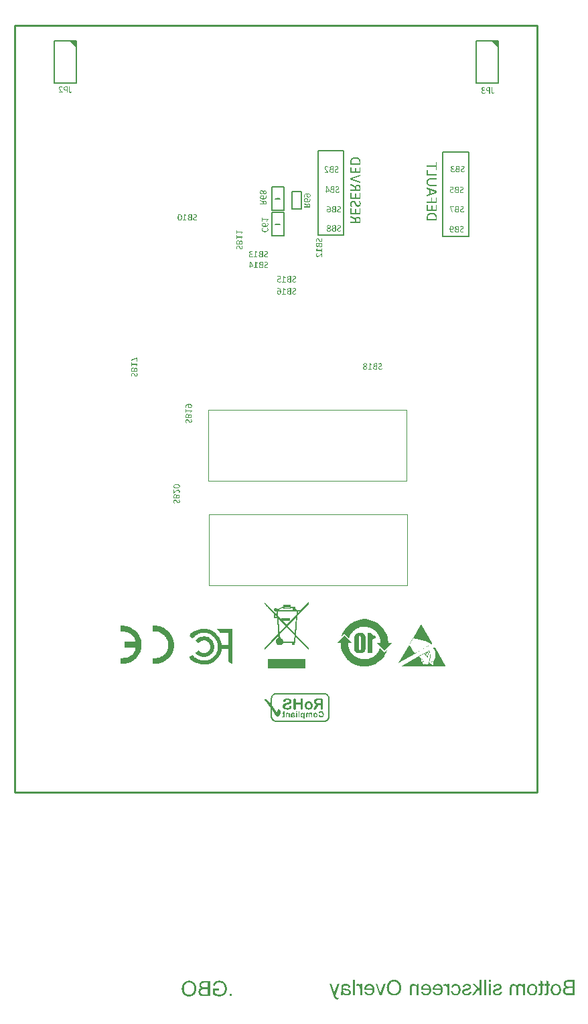
<source format=gbo>
G04*
G04 #@! TF.GenerationSoftware,Altium Limited,Altium Designer,20.0.11 (256)*
G04*
G04 Layer_Color=32896*
%FSLAX43Y43*%
%MOMM*%
G71*
G01*
G75*
%ADD10C,0.254*%
%ADD11C,0.127*%
%ADD12C,0.152*%
%ADD13C,0.120*%
%ADD17C,0.200*%
%ADD18C,0.140*%
G36*
X59240Y89158D02*
X59253Y89156D01*
X59263Y89155D01*
X59273Y89154D01*
X59280Y89152D01*
X59284Y89151D01*
X59285D01*
X59309Y89145D01*
X59319Y89142D01*
X59328Y89140D01*
X59335Y89137D01*
X59340Y89134D01*
X59343Y89133D01*
X59345D01*
X59362Y89125D01*
X59376Y89118D01*
X59381Y89116D01*
X59386Y89113D01*
X59387Y89111D01*
X59388D01*
X59400Y89104D01*
X59407Y89099D01*
X59411Y89096D01*
X59412Y89094D01*
X59418Y89087D01*
X59421Y89086D01*
Y89085D01*
X59424Y89078D01*
X59425Y89076D01*
Y89075D01*
X59426Y89068D01*
Y89065D01*
Y89063D01*
Y89052D01*
Y89048D01*
Y89047D01*
Y89038D01*
Y89031D01*
Y89027D01*
Y89025D01*
X59425Y89020D01*
Y89016D01*
X59424Y89014D01*
Y89013D01*
X59419Y89008D01*
X59418Y89007D01*
X59412Y89006D01*
X59410D01*
X59404Y89007D01*
X59397Y89011D01*
X59393Y89014D01*
X59390Y89016D01*
X59377Y89024D01*
X59364Y89031D01*
X59360Y89034D01*
X59356Y89037D01*
X59353Y89038D01*
X59352D01*
X59333Y89047D01*
X59317Y89055D01*
X59309Y89058D01*
X59304Y89061D01*
X59300Y89062D01*
X59298D01*
X59276Y89069D01*
X59256Y89072D01*
X59247Y89073D01*
X59235D01*
X59212Y89072D01*
X59202Y89070D01*
X59194Y89069D01*
X59188Y89066D01*
X59183Y89065D01*
X59180Y89063D01*
X59178D01*
X59161Y89055D01*
X59149Y89047D01*
X59140Y89039D01*
X59137Y89038D01*
Y89037D01*
X59128Y89024D01*
X59119Y89011D01*
X59116Y89007D01*
X59115Y89003D01*
X59114Y89000D01*
Y88999D01*
X59108Y88982D01*
X59106Y88968D01*
X59105Y88961D01*
Y88956D01*
Y88953D01*
Y88952D01*
X59106Y88928D01*
X59109Y88918D01*
X59111Y88910D01*
X59114Y88901D01*
X59116Y88896D01*
X59118Y88893D01*
Y88891D01*
X59128Y88873D01*
X59139Y88858D01*
X59143Y88852D01*
X59147Y88849D01*
X59150Y88846D01*
X59152Y88845D01*
X59170Y88832D01*
X59187Y88822D01*
X59195Y88820D01*
X59201Y88817D01*
X59205Y88815D01*
X59207D01*
X59231Y88810D01*
X59242Y88808D01*
X59253Y88807D01*
X59263Y88805D01*
X59345D01*
X59352Y88804D01*
X59353Y88803D01*
X59355D01*
X59360Y88798D01*
X59362Y88797D01*
X59363Y88796D01*
X59364Y88791D01*
X59366Y88787D01*
X59367Y88784D01*
Y88783D01*
X59369Y88777D01*
Y88772D01*
Y88766D01*
Y88765D01*
Y88756D01*
X59367Y88749D01*
Y88745D01*
Y88743D01*
X59364Y88738D01*
X59363Y88734D01*
X59362Y88732D01*
Y88731D01*
X59356Y88725D01*
X59353Y88724D01*
X59346Y88722D01*
X59249D01*
X59233Y88721D01*
X59218Y88719D01*
X59205Y88717D01*
X59195Y88715D01*
X59188Y88712D01*
X59183Y88711D01*
X59181D01*
X59167Y88707D01*
X59156Y88703D01*
X59145Y88697D01*
X59135Y88693D01*
X59128Y88688D01*
X59122Y88684D01*
X59119Y88683D01*
X59118Y88681D01*
X59099Y88666D01*
X59087Y88650D01*
X59083Y88645D01*
X59080Y88639D01*
X59077Y88636D01*
Y88635D01*
X59068Y88614D01*
X59064Y88594D01*
X59063Y88587D01*
Y88580D01*
Y88576D01*
Y88574D01*
X59064Y88553D01*
X59068Y88535D01*
X59070Y88528D01*
X59073Y88522D01*
X59074Y88519D01*
Y88518D01*
X59084Y88500D01*
X59094Y88485D01*
X59099Y88480D01*
X59102Y88477D01*
X59105Y88474D01*
X59106Y88473D01*
X59123Y88460D01*
X59140Y88452D01*
X59147Y88449D01*
X59153Y88446D01*
X59157Y88445D01*
X59159D01*
X59183Y88439D01*
X59195Y88438D01*
X59207Y88436D01*
X59216Y88435D01*
X59231D01*
X59260Y88436D01*
X59274Y88438D01*
X59285Y88439D01*
X59294Y88440D01*
X59302Y88442D01*
X59307Y88443D01*
X59308D01*
X59332Y88450D01*
X59342Y88454D01*
X59350Y88457D01*
X59359Y88460D01*
X59364Y88463D01*
X59367Y88464D01*
X59369D01*
X59386Y88473D01*
X59400Y88480D01*
X59408Y88485D01*
X59410Y88487D01*
X59411D01*
X59422Y88493D01*
X59428Y88495D01*
X59432Y88497D01*
X59434D01*
X59438Y88495D01*
X59442Y88493D01*
X59443Y88488D01*
X59445Y88487D01*
X59448Y88478D01*
X59449Y88469D01*
Y88460D01*
Y88459D01*
Y88457D01*
Y88449D01*
Y88442D01*
Y88436D01*
Y88435D01*
X59448Y88429D01*
Y88425D01*
X59446Y88422D01*
Y88421D01*
X59443Y88414D01*
X59442Y88412D01*
Y88411D01*
X59438Y88405D01*
X59435Y88404D01*
Y88402D01*
X59429Y88398D01*
X59422Y88394D01*
X59417Y88390D01*
X59414Y88388D01*
X59398Y88381D01*
X59384Y88376D01*
X59379Y88373D01*
X59373Y88371D01*
X59370Y88370D01*
X59369D01*
X59348Y88364D01*
X59328Y88360D01*
X59321Y88359D01*
X59314Y88357D01*
X59309Y88356D01*
X59308D01*
X59281Y88352D01*
X59269Y88350D01*
X59257D01*
X59247Y88349D01*
X59233D01*
X59209Y88350D01*
X59188Y88352D01*
X59167Y88354D01*
X59150Y88357D01*
X59136Y88360D01*
X59125Y88361D01*
X59119Y88364D01*
X59116D01*
X59098Y88371D01*
X59081Y88378D01*
X59066Y88387D01*
X59053Y88395D01*
X59043Y88401D01*
X59035Y88407D01*
X59030Y88411D01*
X59029Y88412D01*
X59016Y88425D01*
X59005Y88438D01*
X58997Y88449D01*
X58989Y88462D01*
X58982Y88471D01*
X58978Y88480D01*
X58977Y88485D01*
X58975Y88487D01*
X58968Y88504D01*
X58964Y88521D01*
X58960Y88538D01*
X58958Y88553D01*
X58957Y88566D01*
X58956Y88576D01*
Y88583D01*
Y88586D01*
X58958Y88612D01*
X58960Y88624D01*
X58963Y88633D01*
X58965Y88642D01*
X58967Y88649D01*
X58970Y88653D01*
Y88655D01*
X58981Y88677D01*
X58988Y88687D01*
X58994Y88696D01*
X58999Y88701D01*
X59004Y88707D01*
X59006Y88710D01*
X59008Y88711D01*
X59028Y88728D01*
X59046Y88741D01*
X59053Y88746D01*
X59060Y88749D01*
X59064Y88752D01*
X59066D01*
X59091Y88762D01*
X59104Y88766D01*
X59115Y88769D01*
X59126Y88770D01*
X59133Y88772D01*
X59139Y88773D01*
X59140D01*
X59116Y88780D01*
X59105Y88784D01*
X59097Y88787D01*
X59088Y88791D01*
X59083Y88794D01*
X59080Y88797D01*
X59078D01*
X59059Y88811D01*
X59044Y88825D01*
X59039Y88831D01*
X59035Y88835D01*
X59033Y88838D01*
X59032Y88839D01*
X59019Y88859D01*
X59009Y88877D01*
X59006Y88884D01*
X59004Y88890D01*
X59002Y88894D01*
Y88896D01*
X58997Y88920D01*
X58995Y88932D01*
X58994Y88942D01*
X58992Y88952D01*
Y88959D01*
Y88963D01*
Y88965D01*
Y88980D01*
X58995Y88996D01*
X58997Y89008D01*
X58999Y89021D01*
X59002Y89030D01*
X59004Y89038D01*
X59006Y89042D01*
Y89044D01*
X59019Y89068D01*
X59026Y89079D01*
X59033Y89087D01*
X59039Y89094D01*
X59044Y89100D01*
X59047Y89103D01*
X59049Y89104D01*
X59060Y89114D01*
X59071Y89123D01*
X59094Y89135D01*
X59102Y89140D01*
X59111Y89142D01*
X59116Y89145D01*
X59118D01*
X59150Y89154D01*
X59166Y89156D01*
X59180Y89158D01*
X59192Y89159D01*
X59212D01*
X59240Y89158D01*
D02*
G37*
G36*
X60023Y89147D02*
X60031Y89142D01*
X60037Y89138D01*
X60040Y89137D01*
X60047Y89127D01*
X60051Y89116D01*
X60052Y89107D01*
Y89104D01*
Y89103D01*
Y88374D01*
X60051Y88368D01*
Y88367D01*
Y88366D01*
X60045Y88363D01*
X60044Y88361D01*
X60043D01*
X60031Y88360D01*
X60027Y88359D01*
X60026D01*
X60017Y88357D01*
X60009Y88356D01*
X59990D01*
X59983Y88357D01*
X59978Y88359D01*
X59976D01*
X59969Y88360D01*
X59965D01*
X59962Y88361D01*
X59961D01*
X59957Y88363D01*
X59954Y88364D01*
X59951Y88366D01*
X59948Y88371D01*
Y88374D01*
Y88659D01*
X59859D01*
X59832Y88660D01*
X59808Y88662D01*
X59787Y88664D01*
X59769Y88667D01*
X59754Y88670D01*
X59744Y88673D01*
X59737Y88676D01*
X59734D01*
X59714Y88683D01*
X59697Y88691D01*
X59682Y88700D01*
X59669Y88708D01*
X59658Y88717D01*
X59651Y88722D01*
X59645Y88727D01*
X59644Y88728D01*
X59631Y88741D01*
X59620Y88755D01*
X59610Y88769D01*
X59601Y88782D01*
X59596Y88793D01*
X59591Y88801D01*
X59589Y88808D01*
X59587Y88810D01*
X59580Y88828D01*
X59576Y88846D01*
X59572Y88865D01*
X59570Y88882D01*
X59569Y88896D01*
X59567Y88907D01*
Y88914D01*
Y88917D01*
X59569Y88948D01*
X59572Y88962D01*
X59573Y88973D01*
X59576Y88983D01*
X59579Y88990D01*
X59580Y88996D01*
Y88997D01*
X59591Y89023D01*
X59597Y89034D01*
X59603Y89044D01*
X59608Y89051D01*
X59613Y89058D01*
X59615Y89061D01*
X59617Y89062D01*
X59635Y89082D01*
X59653Y89097D01*
X59662Y89103D01*
X59668Y89107D01*
X59672Y89109D01*
X59673Y89110D01*
X59697Y89123D01*
X59708Y89127D01*
X59718Y89130D01*
X59725Y89133D01*
X59732Y89134D01*
X59737Y89135D01*
X59738D01*
X59761Y89140D01*
X59770Y89141D01*
X59779Y89142D01*
X59785Y89144D01*
X59790Y89145D01*
X59794D01*
X59811Y89147D01*
X59827Y89148D01*
X60012D01*
X60023Y89147D01*
D02*
G37*
G36*
X60336Y89151D02*
X60337D01*
X60344Y89149D01*
X60350Y89148D01*
X60353Y89147D01*
X60354D01*
X60360Y89142D01*
X60363Y89141D01*
Y89140D01*
X60364Y89135D01*
Y89134D01*
Y89133D01*
Y88569D01*
Y88555D01*
X60365Y88542D01*
Y88531D01*
X60367Y88522D01*
X60368Y88514D01*
Y88508D01*
X60370Y88505D01*
Y88504D01*
X60374Y88488D01*
X60378Y88476D01*
X60382Y88469D01*
X60384Y88466D01*
X60392Y88457D01*
X60401Y88450D01*
X60406Y88447D01*
X60408Y88446D01*
X60409D01*
X60420Y88443D01*
X60432Y88442D01*
X60444D01*
X60457Y88443D01*
X60467Y88445D01*
X60474Y88446D01*
X60477D01*
X60487Y88449D01*
X60495Y88453D01*
X60501Y88454D01*
X60502Y88456D01*
X60509Y88460D01*
X60515Y88463D01*
X60519Y88466D01*
X60520D01*
X60525Y88469D01*
X60529Y88471D01*
X60533D01*
X60539Y88470D01*
X60540Y88469D01*
X60542D01*
X60546Y88463D01*
X60547Y88462D01*
Y88460D01*
X60549Y88456D01*
Y88452D01*
X60550Y88449D01*
Y88447D01*
Y88440D01*
Y88433D01*
Y88428D01*
Y88425D01*
Y88416D01*
Y88411D01*
Y88407D01*
Y88405D01*
X60549Y88397D01*
Y88394D01*
Y88392D01*
X60546Y88387D01*
X60544Y88385D01*
Y88384D01*
X60540Y88380D01*
X60539Y88378D01*
Y88377D01*
X60536Y88374D01*
X60532Y88371D01*
X60527Y88370D01*
X60526Y88368D01*
X60518Y88364D01*
X60509Y88361D01*
X60503Y88360D01*
X60501Y88359D01*
X60489Y88356D01*
X60480Y88353D01*
X60472Y88352D01*
X60470D01*
X60457Y88350D01*
X60446Y88349D01*
X60417D01*
X60402Y88352D01*
X60388Y88353D01*
X60375Y88356D01*
X60365Y88359D01*
X60358Y88360D01*
X60354Y88363D01*
X60353D01*
X60340Y88368D01*
X60330Y88376D01*
X60320Y88383D01*
X60313Y88390D01*
X60308Y88395D01*
X60303Y88401D01*
X60300Y88404D01*
X60299Y88405D01*
X60285Y88428D01*
X60277Y88449D01*
X60274Y88457D01*
X60271Y88466D01*
X60269Y88470D01*
Y88471D01*
X60264Y88501D01*
X60262Y88516D01*
X60261Y88529D01*
X60260Y88540D01*
Y88549D01*
Y88556D01*
Y88557D01*
Y89133D01*
X60261Y89138D01*
X60262Y89140D01*
X60265Y89142D01*
X60268Y89145D01*
X60271Y89147D01*
X60272D01*
X60277Y89148D01*
X60282Y89149D01*
X60286Y89151D01*
X60288D01*
X60296Y89152D01*
X60330D01*
X60336Y89151D01*
D02*
G37*
G36*
X55230Y71618D02*
X55252Y71616D01*
X55272Y71612D01*
X55290Y71608D01*
X55305Y71604D01*
X55316Y71601D01*
X55321Y71598D01*
X55324Y71597D01*
X55343Y71588D01*
X55358Y71578D01*
X55372Y71569D01*
X55383Y71560D01*
X55393Y71552D01*
X55400Y71545D01*
X55405Y71540D01*
X55406Y71539D01*
X55417Y71525D01*
X55427Y71511D01*
X55436Y71497D01*
X55443Y71484D01*
X55447Y71473D01*
X55451Y71464D01*
X55453Y71459D01*
X55454Y71456D01*
X55462Y71421D01*
X55465Y71404D01*
X55467Y71390D01*
Y71375D01*
X55468Y71366D01*
Y71360D01*
Y71357D01*
Y71339D01*
X55467Y71322D01*
X55464Y71305D01*
X55462Y71292D01*
X55460Y71280D01*
X55458Y71271D01*
X55457Y71265D01*
Y71264D01*
X55453Y71249D01*
X55445Y71234D01*
X55440Y71222D01*
X55433Y71212D01*
X55427Y71203D01*
X55423Y71196D01*
X55420Y71192D01*
X55419Y71191D01*
X55407Y71179D01*
X55396Y71170D01*
X55383Y71161D01*
X55372Y71154D01*
X55362Y71148D01*
X55354Y71144D01*
X55348Y71143D01*
X55347Y71141D01*
X55328Y71136D01*
X55310Y71132D01*
X55292Y71129D01*
X55274Y71127D01*
X55259Y71126D01*
X55247Y71124D01*
X55214D01*
X55195Y71127D01*
X55178Y71129D01*
X55162Y71132D01*
X55149Y71134D01*
X55141Y71136D01*
X55134Y71139D01*
X55133D01*
X55116Y71144D01*
X55102Y71150D01*
X55089Y71156D01*
X55076Y71161D01*
X55068Y71165D01*
X55061Y71170D01*
X55056Y71171D01*
X55055Y71172D01*
X55056Y71151D01*
X55058Y71132D01*
X55061Y71113D01*
X55063Y71098D01*
X55066Y71085D01*
X55068Y71074D01*
X55071Y71068D01*
Y71065D01*
X55076Y71047D01*
X55082Y71030D01*
X55089Y71015D01*
X55094Y71002D01*
X55100Y70991D01*
X55106Y70984D01*
X55109Y70978D01*
X55110Y70976D01*
X55121Y70962D01*
X55133Y70951D01*
X55144Y70941D01*
X55155Y70931D01*
X55164Y70926D01*
X55172Y70920D01*
X55178Y70917D01*
X55179Y70916D01*
X55196Y70909D01*
X55213Y70903D01*
X55230Y70899D01*
X55245Y70896D01*
X55259Y70895D01*
X55271Y70893D01*
X55281D01*
X55302Y70895D01*
X55312D01*
X55320Y70896D01*
X55327D01*
X55333Y70898D01*
X55337D01*
X55354Y70900D01*
X55367Y70905D01*
X55372Y70906D01*
X55376D01*
X55378Y70907D01*
X55379D01*
X55392Y70912D01*
X55402Y70914D01*
X55407Y70917D01*
X55410D01*
X55419Y70920D01*
X55424Y70922D01*
X55436D01*
X55437Y70920D01*
X55438D01*
X55441Y70917D01*
X55443Y70916D01*
Y70914D01*
X55444Y70910D01*
Y70906D01*
X55445Y70903D01*
Y70902D01*
Y70896D01*
Y70889D01*
Y70883D01*
Y70881D01*
Y70871D01*
X55444Y70862D01*
Y70857D01*
Y70855D01*
X55441Y70850D01*
X55438Y70845D01*
X55437Y70843D01*
X55436Y70841D01*
X55430Y70837D01*
X55423Y70834D01*
X55417Y70831D01*
X55416Y70830D01*
X55405Y70826D01*
X55393Y70823D01*
X55385Y70821D01*
X55383Y70820D01*
X55382D01*
X55367Y70817D01*
X55352Y70814D01*
X55347D01*
X55343Y70813D01*
X55338D01*
X55320Y70810D01*
X55303Y70809D01*
X55286D01*
X55262Y70810D01*
X55240Y70812D01*
X55219Y70814D01*
X55202Y70817D01*
X55188Y70820D01*
X55176Y70823D01*
X55171Y70826D01*
X55168D01*
X55149Y70833D01*
X55133Y70841D01*
X55117Y70850D01*
X55104Y70857D01*
X55093Y70864D01*
X55086Y70869D01*
X55080Y70874D01*
X55079Y70875D01*
X55065Y70888D01*
X55054Y70900D01*
X55042Y70913D01*
X55034Y70924D01*
X55027Y70934D01*
X55021Y70943D01*
X55018Y70948D01*
X55017Y70950D01*
X55000Y70982D01*
X54993Y70996D01*
X54987Y71010D01*
X54983Y71023D01*
X54980Y71031D01*
X54977Y71038D01*
Y71040D01*
X54968Y71077D01*
X54963Y71093D01*
X54961Y71109D01*
X54959Y71122D01*
X54958Y71133D01*
X54956Y71139D01*
Y71141D01*
X54952Y71179D01*
X54951Y71196D01*
Y71212D01*
X54949Y71226D01*
Y71236D01*
Y71242D01*
Y71244D01*
Y71264D01*
X54951Y71282D01*
Y71301D01*
X54952Y71316D01*
X54954Y71329D01*
Y71339D01*
X54955Y71344D01*
Y71347D01*
X54958Y71366D01*
X54961Y71382D01*
X54963Y71398D01*
X54966Y71412D01*
X54969Y71423D01*
X54970Y71432D01*
X54973Y71437D01*
Y71439D01*
X54977Y71454D01*
X54983Y71468D01*
X54987Y71481D01*
X54993Y71492D01*
X54997Y71501D01*
X55001Y71508D01*
X55003Y71512D01*
X55004Y71514D01*
X55020Y71536D01*
X55027Y71546D01*
X55034Y71554D01*
X55041Y71562D01*
X55047Y71566D01*
X55049Y71569D01*
X55051Y71570D01*
X55073Y71585D01*
X55094Y71597D01*
X55103Y71601D01*
X55110Y71604D01*
X55116Y71607D01*
X55117D01*
X55147Y71614D01*
X55161Y71616D01*
X55175Y71618D01*
X55186Y71619D01*
X55204D01*
X55230Y71618D01*
D02*
G37*
G36*
X56063Y71607D02*
X56071Y71604D01*
X56077Y71600D01*
X56080Y71598D01*
X56087Y71588D01*
X56090Y71577D01*
X56091Y71569D01*
Y71566D01*
Y71564D01*
Y70862D01*
X56090Y70847D01*
X56085Y70837D01*
X56081Y70830D01*
X56080Y70828D01*
X56070Y70824D01*
X56062Y70821D01*
X56056Y70820D01*
X55830D01*
X55816Y70821D01*
X55802D01*
X55791Y70823D01*
X55781Y70824D01*
X55774D01*
X55770Y70826D01*
X55768D01*
X55743Y70831D01*
X55732Y70836D01*
X55723Y70838D01*
X55715Y70841D01*
X55709Y70844D01*
X55705Y70845D01*
X55703D01*
X55682Y70855D01*
X55672Y70861D01*
X55664Y70865D01*
X55658Y70869D01*
X55653Y70874D01*
X55650Y70875D01*
X55648Y70876D01*
X55632Y70890D01*
X55619Y70905D01*
X55615Y70912D01*
X55610Y70916D01*
X55609Y70919D01*
X55608Y70920D01*
X55596Y70940D01*
X55588Y70958D01*
X55585Y70965D01*
X55582Y70971D01*
X55581Y70975D01*
Y70976D01*
X55575Y71000D01*
X55574Y71012D01*
X55572Y71023D01*
X55571Y71031D01*
Y71038D01*
Y71044D01*
Y71046D01*
X55572Y71074D01*
X55575Y71085D01*
X55577Y71096D01*
X55579Y71105D01*
X55582Y71112D01*
X55584Y71116D01*
Y71117D01*
X55595Y71141D01*
X55601Y71151D01*
X55605Y71160D01*
X55610Y71167D01*
X55613Y71172D01*
X55616Y71175D01*
X55617Y71177D01*
X55633Y71194D01*
X55648Y71206D01*
X55656Y71212D01*
X55661Y71215D01*
X55664Y71218D01*
X55665D01*
X55687Y71229D01*
X55706Y71236D01*
X55715Y71237D01*
X55720Y71239D01*
X55725Y71240D01*
X55726D01*
X55708Y71250D01*
X55694Y71258D01*
X55688Y71263D01*
X55684Y71265D01*
X55682Y71268D01*
X55681D01*
X55667Y71281D01*
X55657Y71294D01*
X55651Y71304D01*
X55648Y71305D01*
Y71306D01*
X55639Y71323D01*
X55633Y71339D01*
X55630Y71344D01*
X55629Y71350D01*
X55627Y71353D01*
Y71354D01*
X55623Y71374D01*
X55622Y71391D01*
X55620Y71398D01*
Y71404D01*
Y71406D01*
Y71408D01*
Y71425D01*
X55623Y71440D01*
X55625Y71454D01*
X55627Y71467D01*
X55630Y71477D01*
X55633Y71484D01*
X55634Y71490D01*
X55636Y71491D01*
X55643Y71505D01*
X55650Y71516D01*
X55657Y71528D01*
X55665Y71538D01*
X55671Y71545D01*
X55677Y71550D01*
X55681Y71553D01*
X55682Y71554D01*
X55694Y71563D01*
X55706Y71571D01*
X55730Y71584D01*
X55742Y71588D01*
X55750Y71591D01*
X55756Y71594D01*
X55757D01*
X55775Y71598D01*
X55794Y71602D01*
X55813Y71605D01*
X55832Y71607D01*
X55847Y71608D01*
X56053D01*
X56063Y71607D01*
D02*
G37*
G36*
X56504Y71616D02*
X56520Y71615D01*
X56534Y71612D01*
X56546Y71609D01*
X56555Y71608D01*
X56562Y71605D01*
X56563D01*
X56579Y71600D01*
X56593Y71593D01*
X56607Y71585D01*
X56618Y71580D01*
X56627Y71574D01*
X56634Y71569D01*
X56638Y71566D01*
X56640Y71564D01*
X56661Y71543D01*
X56669Y71533D01*
X56676Y71522D01*
X56682Y71514D01*
X56686Y71507D01*
X56687Y71501D01*
X56689Y71499D01*
X56694Y71485D01*
X56699Y71470D01*
X56702Y71456D01*
X56703Y71442D01*
X56704Y71430D01*
X56706Y71421D01*
Y71415D01*
Y71412D01*
X56704Y71395D01*
X56703Y71378D01*
X56700Y71364D01*
X56697Y71353D01*
X56694Y71343D01*
X56693Y71335D01*
X56690Y71330D01*
Y71329D01*
X56678Y71305D01*
X56671Y71295D01*
X56665Y71287D01*
X56659Y71280D01*
X56655Y71274D01*
X56652Y71271D01*
X56651Y71270D01*
X56631Y71251D01*
X56613Y71237D01*
X56606Y71232D01*
X56600Y71229D01*
X56596Y71226D01*
X56594Y71225D01*
X56570Y71212D01*
X56559Y71206D01*
X56549Y71201D01*
X56541Y71196D01*
X56535Y71194D01*
X56531Y71192D01*
X56530Y71191D01*
X56504Y71179D01*
X56494Y71174D01*
X56483Y71170D01*
X56476Y71165D01*
X56469Y71163D01*
X56465Y71161D01*
X56463Y71160D01*
X56441Y71148D01*
X56431Y71143D01*
X56422Y71139D01*
X56417Y71134D01*
X56411Y71130D01*
X56408Y71129D01*
X56407Y71127D01*
X56390Y71113D01*
X56377Y71101D01*
X56372Y71095D01*
X56369Y71091D01*
X56366Y71088D01*
Y71086D01*
X56360Y71077D01*
X56358Y71067D01*
X56352Y71048D01*
Y71041D01*
X56351Y71034D01*
Y71030D01*
Y71029D01*
X56352Y71007D01*
X56353Y70998D01*
X56356Y70989D01*
X56358Y70984D01*
X56360Y70978D01*
X56362Y70975D01*
Y70974D01*
X56372Y70957D01*
X56382Y70944D01*
X56390Y70936D01*
X56393Y70934D01*
X56394Y70933D01*
X56410Y70922D01*
X56425Y70914D01*
X56432Y70912D01*
X56438Y70909D01*
X56441Y70907D01*
X56442D01*
X56463Y70903D01*
X56483Y70900D01*
X56491Y70899D01*
X56521D01*
X56535Y70900D01*
X56549Y70902D01*
X56561Y70905D01*
X56570Y70906D01*
X56579Y70907D01*
X56583Y70909D01*
X56585D01*
X56608Y70917D01*
X56618Y70922D01*
X56627Y70924D01*
X56634Y70927D01*
X56640Y70930D01*
X56642Y70931D01*
X56644D01*
X56661Y70940D01*
X56672Y70947D01*
X56680Y70953D01*
X56682Y70954D01*
X56683D01*
X56693Y70961D01*
X56702Y70964D01*
X56706Y70965D01*
X56707D01*
X56713Y70964D01*
X56714Y70962D01*
X56716D01*
X56720Y70957D01*
X56721Y70955D01*
Y70954D01*
X56723Y70950D01*
X56724Y70945D01*
X56725Y70941D01*
Y70940D01*
Y70933D01*
Y70926D01*
Y70922D01*
Y70919D01*
Y70906D01*
X56724Y70896D01*
X56723Y70890D01*
Y70888D01*
X56720Y70881D01*
X56717Y70875D01*
X56714Y70871D01*
X56713Y70869D01*
X56706Y70864D01*
X56697Y70858D01*
X56690Y70852D01*
X56689Y70851D01*
X56687D01*
X56673Y70844D01*
X56659Y70837D01*
X56652Y70836D01*
X56648Y70833D01*
X56645Y70831D01*
X56644D01*
X56623Y70824D01*
X56603Y70820D01*
X56596Y70819D01*
X56589Y70817D01*
X56585Y70816D01*
X56583D01*
X56558Y70812D01*
X56545Y70810D01*
X56534D01*
X56524Y70809D01*
X56489D01*
X56469Y70812D01*
X56451Y70813D01*
X56435Y70816D01*
X56422Y70819D01*
X56413Y70820D01*
X56407Y70823D01*
X56404D01*
X56386Y70830D01*
X56370Y70837D01*
X56355Y70844D01*
X56342Y70851D01*
X56332Y70858D01*
X56325Y70864D01*
X56320Y70867D01*
X56318Y70868D01*
X56305Y70881D01*
X56294Y70892D01*
X56284Y70905D01*
X56276Y70916D01*
X56270Y70926D01*
X56266Y70934D01*
X56263Y70940D01*
X56262Y70941D01*
X56255Y70958D01*
X56249Y70975D01*
X56246Y70992D01*
X56243Y71007D01*
X56242Y71020D01*
X56241Y71030D01*
Y71037D01*
Y71040D01*
Y71057D01*
X56243Y71072D01*
X56245Y71086D01*
X56248Y71099D01*
X56250Y71109D01*
X56253Y71116D01*
X56255Y71120D01*
X56256Y71122D01*
X56269Y71146D01*
X56276Y71156D01*
X56283Y71164D01*
X56288Y71171D01*
X56293Y71177D01*
X56296Y71179D01*
X56297Y71181D01*
X56317Y71198D01*
X56335Y71212D01*
X56343Y71218D01*
X56349Y71222D01*
X56353Y71223D01*
X56355Y71225D01*
X56379Y71239D01*
X56390Y71244D01*
X56400Y71250D01*
X56408Y71254D01*
X56415Y71257D01*
X56420Y71260D01*
X56421D01*
X56445Y71271D01*
X56456Y71277D01*
X56466Y71281D01*
X56473Y71284D01*
X56480Y71287D01*
X56484Y71289D01*
X56486D01*
X56508Y71301D01*
X56518Y71306D01*
X56527Y71312D01*
X56534Y71316D01*
X56539Y71320D01*
X56542Y71322D01*
X56544Y71323D01*
X56561Y71337D01*
X56573Y71351D01*
X56579Y71357D01*
X56582Y71361D01*
X56583Y71364D01*
X56585Y71366D01*
X56593Y71384D01*
X56597Y71402D01*
Y71411D01*
X56599Y71416D01*
Y71421D01*
Y71422D01*
X56597Y71437D01*
X56594Y71452D01*
Y71457D01*
X56593Y71461D01*
X56592Y71463D01*
Y71464D01*
X56585Y71478D01*
X56576Y71488D01*
X56570Y71495D01*
X56568Y71498D01*
X56555Y71508D01*
X56542Y71516D01*
X56537Y71519D01*
X56532Y71521D01*
X56530Y71522D01*
X56528D01*
X56508Y71528D01*
X56490Y71530D01*
X56482Y71532D01*
X56470D01*
X56445Y71530D01*
X56435Y71529D01*
X56425Y71528D01*
X56418Y71525D01*
X56411Y71523D01*
X56408Y71522D01*
X56407D01*
X56387Y71515D01*
X56372Y71509D01*
X56366Y71507D01*
X56362Y71504D01*
X56360Y71502D01*
X56359D01*
X56345Y71495D01*
X56334Y71490D01*
X56327Y71485D01*
X56324Y71484D01*
X56314Y71480D01*
X56308Y71477D01*
X56304Y71476D01*
X56303D01*
X56297Y71477D01*
X56296D01*
X56291Y71483D01*
X56290Y71484D01*
Y71485D01*
X56288Y71495D01*
X56287Y71499D01*
Y71501D01*
X56286Y71508D01*
Y71514D01*
Y71519D01*
Y71521D01*
Y71528D01*
Y71535D01*
X56287Y71538D01*
Y71539D01*
Y71547D01*
X56288Y71550D01*
Y71552D01*
X56291Y71559D01*
X56293Y71560D01*
X56294Y71563D01*
X56297Y71567D01*
X56298Y71569D01*
X56300Y71570D01*
X56305Y71574D01*
X56314Y71580D01*
X56321Y71583D01*
X56322Y71584D01*
X56324D01*
X56338Y71591D01*
X56352Y71597D01*
X56358Y71598D01*
X56362Y71600D01*
X56365Y71601D01*
X56366D01*
X56383Y71607D01*
X56398Y71611D01*
X56405Y71612D01*
X56411D01*
X56414Y71614D01*
X56415D01*
X56434Y71616D01*
X56451Y71619D01*
X56486D01*
X56504Y71616D01*
D02*
G37*
G36*
X31215Y76132D02*
X31225Y76129D01*
X31235Y76128D01*
X31242Y76125D01*
X31249Y76122D01*
X31252Y76121D01*
X31253D01*
X31274Y76111D01*
X31291Y76099D01*
X31298Y76094D01*
X31304Y76090D01*
X31307Y76087D01*
X31308Y76085D01*
X31326Y76067D01*
X31342Y76049D01*
X31347Y76040D01*
X31352Y76035D01*
X31355Y76030D01*
X31356Y76029D01*
X31373Y76002D01*
X31380Y75990D01*
X31387Y75978D01*
X31391Y75967D01*
X31395Y75959D01*
X31398Y75953D01*
X31400Y75951D01*
X31415Y75977D01*
X31422Y75988D01*
X31428Y75998D01*
X31433Y76005D01*
X31438Y76012D01*
X31441Y76015D01*
X31442Y76016D01*
X31459Y76036D01*
X31474Y76052D01*
X31480Y76057D01*
X31486Y76061D01*
X31488Y76063D01*
X31490Y76064D01*
X31510Y76077D01*
X31527Y76087D01*
X31534Y76090D01*
X31539Y76092D01*
X31542Y76094D01*
X31543D01*
X31566Y76101D01*
X31584Y76104D01*
X31593Y76105D01*
X31598D01*
X31603D01*
X31604D01*
X31631Y76102D01*
X31644Y76101D01*
X31653Y76098D01*
X31662Y76095D01*
X31669Y76094D01*
X31673Y76091D01*
X31675D01*
X31698Y76078D01*
X31708Y76071D01*
X31717Y76064D01*
X31722Y76059D01*
X31728Y76053D01*
X31731Y76050D01*
X31732Y76049D01*
X31741Y76037D01*
X31749Y76026D01*
X31762Y76002D01*
X31766Y75992D01*
X31769Y75984D01*
X31772Y75978D01*
Y75977D01*
X31777Y75960D01*
X31780Y75943D01*
X31783Y75925D01*
X31786Y75909D01*
Y75895D01*
X31787Y75884D01*
Y75851D01*
X31784Y75830D01*
X31782Y75812D01*
X31779Y75796D01*
X31776Y75784D01*
X31773Y75774D01*
X31772Y75768D01*
X31770Y75765D01*
X31765Y75748D01*
X31758Y75734D01*
X31751Y75720D01*
X31744Y75709D01*
X31738Y75701D01*
X31732Y75693D01*
X31729Y75689D01*
X31728Y75688D01*
X31708Y75668D01*
X31687Y75654D01*
X31679Y75650D01*
X31672Y75646D01*
X31667Y75644D01*
X31666Y75643D01*
X31638Y75634D01*
X31625Y75631D01*
X31614Y75630D01*
X31604D01*
X31596Y75629D01*
X31590D01*
X31589D01*
X31565Y75630D01*
X31555Y75631D01*
X31545Y75634D01*
X31538Y75636D01*
X31532Y75637D01*
X31528Y75638D01*
X31527D01*
X31507Y75647D01*
X31490Y75657D01*
X31484Y75661D01*
X31479Y75664D01*
X31476Y75665D01*
X31474Y75667D01*
X31457Y75682D01*
X31443Y75698D01*
X31438Y75705D01*
X31433Y75710D01*
X31431Y75713D01*
X31429Y75715D01*
X31414Y75737D01*
X31401Y75758D01*
X31397Y75767D01*
X31393Y75774D01*
X31391Y75778D01*
X31390Y75779D01*
X31374Y75751D01*
X31367Y75739D01*
X31360Y75727D01*
X31355Y75717D01*
X31350Y75710D01*
X31347Y75706D01*
X31346Y75705D01*
X31329Y75682D01*
X31321Y75672D01*
X31314Y75664D01*
X31307Y75657D01*
X31301Y75653D01*
X31298Y75650D01*
X31297Y75648D01*
X31277Y75633D01*
X31257Y75623D01*
X31250Y75619D01*
X31245Y75616D01*
X31240Y75613D01*
X31239D01*
X31215Y75606D01*
X31204Y75605D01*
X31194Y75603D01*
X31184Y75602D01*
X31177D01*
X31173D01*
X31171D01*
X31154Y75603D01*
X31139Y75605D01*
X31125Y75607D01*
X31112Y75610D01*
X31102Y75613D01*
X31095Y75616D01*
X31090Y75619D01*
X31088D01*
X31063Y75634D01*
X31053Y75643D01*
X31043Y75651D01*
X31036Y75658D01*
X31030Y75664D01*
X31027Y75668D01*
X31026Y75670D01*
X31011Y75696D01*
X31004Y75710D01*
X30999Y75723D01*
X30995Y75734D01*
X30992Y75743D01*
X30989Y75750D01*
Y75751D01*
X30982Y75789D01*
X30980Y75808D01*
X30978Y75825D01*
Y75839D01*
X30977Y75851D01*
Y75885D01*
X30978Y75906D01*
X30981Y75926D01*
X30984Y75943D01*
X30985Y75957D01*
X30988Y75968D01*
X30989Y75974D01*
Y75977D01*
X30995Y75995D01*
X31002Y76012D01*
X31009Y76026D01*
X31015Y76039D01*
X31020Y76049D01*
X31026Y76056D01*
X31029Y76060D01*
X31030Y76061D01*
X31042Y76074D01*
X31053Y76085D01*
X31064Y76094D01*
X31075Y76101D01*
X31084Y76108D01*
X31091Y76112D01*
X31097Y76114D01*
X31098Y76115D01*
X31113Y76121D01*
X31129Y76126D01*
X31144Y76129D01*
X31159Y76130D01*
X31171Y76132D01*
X31181Y76133D01*
X31187D01*
X31190D01*
X31215Y76132D01*
D02*
G37*
G36*
X31277Y75500D02*
X31292Y75498D01*
X31305Y75496D01*
X31316Y75493D01*
X31325Y75490D01*
X31331Y75489D01*
X31332D01*
X31347Y75485D01*
X31362Y75478D01*
X31374Y75472D01*
X31384Y75467D01*
X31393Y75459D01*
X31400Y75455D01*
X31404Y75452D01*
X31405Y75451D01*
X31417Y75440D01*
X31426Y75428D01*
X31433Y75417D01*
X31441Y75404D01*
X31446Y75395D01*
X31450Y75386D01*
X31452Y75381D01*
X31453Y75379D01*
X31459Y75362D01*
X31464Y75344D01*
X31467Y75326D01*
X31469Y75309D01*
X31470Y75295D01*
X31472Y75283D01*
Y75272D01*
X31470Y75251D01*
X31469Y75232D01*
X31467Y75225D01*
Y75220D01*
X31466Y75217D01*
Y75216D01*
X31463Y75197D01*
X31459Y75182D01*
X31457Y75175D01*
X31456Y75170D01*
X31455Y75168D01*
Y75166D01*
X31449Y75149D01*
X31443Y75137D01*
X31442Y75131D01*
X31439Y75127D01*
X31438Y75124D01*
Y75123D01*
X31431Y75108D01*
X31425Y75097D01*
X31421Y75090D01*
X31419Y75089D01*
Y75087D01*
X31441Y75089D01*
X31460Y75090D01*
X31479Y75093D01*
X31494Y75096D01*
X31508Y75097D01*
X31518Y75100D01*
X31524Y75101D01*
X31527D01*
X31545Y75107D01*
X31563Y75113D01*
X31579Y75120D01*
X31591Y75125D01*
X31603Y75131D01*
X31611Y75135D01*
X31617Y75138D01*
X31618Y75139D01*
X31632Y75151D01*
X31645Y75162D01*
X31655Y75173D01*
X31665Y75183D01*
X31670Y75193D01*
X31676Y75200D01*
X31679Y75206D01*
X31680Y75207D01*
X31689Y75223D01*
X31694Y75240D01*
X31698Y75256D01*
X31701Y75271D01*
X31703Y75285D01*
X31704Y75295D01*
Y75304D01*
X31703Y75326D01*
Y75335D01*
X31701Y75342D01*
X31700Y75350D01*
Y75354D01*
X31698Y75357D01*
Y75358D01*
X31696Y75375D01*
X31691Y75386D01*
X31690Y75395D01*
X31689Y75397D01*
X31686Y75409D01*
X31683Y75419D01*
X31682Y75424D01*
X31680Y75426D01*
X31677Y75434D01*
X31676Y75440D01*
Y75444D01*
X31677Y75451D01*
X31679Y75452D01*
X31683Y75457D01*
X31686Y75458D01*
X31690Y75459D01*
X31694Y75461D01*
X31697D01*
X31698D01*
X31706Y75462D01*
X31711D01*
X31715D01*
X31717D01*
X31722D01*
X31727D01*
X31729Y75461D01*
X31731D01*
X31739D01*
X31741Y75459D01*
X31742D01*
X31748Y75457D01*
X31751Y75455D01*
X31756Y75452D01*
X31758Y75451D01*
Y75450D01*
X31761Y75445D01*
X31763Y75438D01*
X31765Y75434D01*
X31766Y75431D01*
X31770Y75421D01*
X31773Y75410D01*
X31776Y75402D01*
Y75399D01*
X31780Y75383D01*
X31783Y75371D01*
Y75365D01*
X31784Y75361D01*
Y75357D01*
X31786Y75340D01*
X31787Y75326D01*
Y75311D01*
X31786Y75287D01*
X31784Y75265D01*
X31782Y75244D01*
X31779Y75227D01*
X31775Y75213D01*
X31772Y75201D01*
X31770Y75196D01*
X31769Y75193D01*
X31762Y75175D01*
X31753Y75159D01*
X31745Y75144D01*
X31737Y75131D01*
X31729Y75121D01*
X31724Y75114D01*
X31720Y75108D01*
X31718Y75107D01*
X31706Y75094D01*
X31694Y75082D01*
X31682Y75072D01*
X31670Y75063D01*
X31660Y75056D01*
X31652Y75051D01*
X31646Y75048D01*
X31645Y75046D01*
X31612Y75031D01*
X31598Y75024D01*
X31584Y75018D01*
X31572Y75014D01*
X31563Y75011D01*
X31558Y75008D01*
X31555D01*
X31519Y75000D01*
X31503Y74996D01*
X31487Y74993D01*
X31474Y74991D01*
X31463Y74990D01*
X31457Y74989D01*
X31455D01*
X31417Y74986D01*
X31400D01*
X31384Y74984D01*
X31370D01*
X31360D01*
X31355D01*
X31352D01*
X31331D01*
X31311Y74986D01*
X31292D01*
X31277Y74987D01*
X31264D01*
X31253Y74989D01*
X31247D01*
X31245D01*
X31226Y74990D01*
X31209Y74993D01*
X31194Y74996D01*
X31180Y74998D01*
X31168Y75000D01*
X31160Y75003D01*
X31154Y75004D01*
X31153D01*
X31137Y75008D01*
X31123Y75014D01*
X31111Y75018D01*
X31099Y75024D01*
X31091Y75027D01*
X31084Y75031D01*
X31080Y75032D01*
X31078Y75034D01*
X31056Y75049D01*
X31047Y75058D01*
X31039Y75065D01*
X31032Y75070D01*
X31027Y75076D01*
X31025Y75079D01*
X31023Y75080D01*
X31008Y75103D01*
X30998Y75124D01*
X30994Y75132D01*
X30991Y75141D01*
X30988Y75145D01*
Y75147D01*
X30981Y75176D01*
X30980Y75192D01*
X30978Y75204D01*
X30977Y75217D01*
Y75234D01*
X30978Y75259D01*
X30980Y75282D01*
X30984Y75302D01*
X30988Y75318D01*
X30991Y75333D01*
X30995Y75344D01*
X30996Y75350D01*
X30998Y75352D01*
X31006Y75371D01*
X31016Y75386D01*
X31026Y75402D01*
X31036Y75413D01*
X31044Y75423D01*
X31051Y75430D01*
X31056Y75434D01*
X31057Y75436D01*
X31071Y75447D01*
X31085Y75458D01*
X31099Y75467D01*
X31113Y75474D01*
X31125Y75478D01*
X31133Y75482D01*
X31140Y75485D01*
X31142D01*
X31160Y75490D01*
X31178Y75495D01*
X31195Y75498D01*
X31211Y75500D01*
X31223D01*
X31235Y75502D01*
X31240D01*
X31243D01*
X31261D01*
X31277Y75500D01*
D02*
G37*
G36*
X31012Y74869D02*
X31015Y74867D01*
X31016D01*
X31025Y74866D01*
X31035Y74862D01*
X31043Y74859D01*
X31046Y74858D01*
X31047D01*
X31221Y74787D01*
X31242Y74777D01*
X31259Y74770D01*
X31266Y74766D01*
X31270Y74764D01*
X31273Y74762D01*
X31274D01*
X31291Y74753D01*
X31304Y74745D01*
X31309Y74742D01*
X31314Y74739D01*
X31315Y74736D01*
X31316D01*
X31329Y74726D01*
X31339Y74717D01*
X31345Y74710D01*
X31347Y74708D01*
Y74707D01*
X31356Y74694D01*
X31363Y74683D01*
X31369Y74674D01*
X31370Y74673D01*
Y74671D01*
X31380Y74697D01*
X31384Y74707D01*
X31388Y74717D01*
X31393Y74724D01*
X31395Y74731D01*
X31398Y74733D01*
Y74735D01*
X31412Y74755D01*
X31426Y74770D01*
X31432Y74776D01*
X31436Y74780D01*
X31439Y74781D01*
X31441Y74783D01*
X31459Y74795D01*
X31477Y74805D01*
X31484Y74810D01*
X31490Y74812D01*
X31494Y74814D01*
X31495D01*
X31521Y74821D01*
X31532Y74822D01*
X31543Y74824D01*
X31553Y74825D01*
X31560D01*
X31566D01*
X31567D01*
X31597Y74824D01*
X31610Y74821D01*
X31620Y74819D01*
X31629Y74817D01*
X31636Y74814D01*
X31641Y74812D01*
X31642D01*
X31666Y74803D01*
X31676Y74797D01*
X31684Y74791D01*
X31691Y74786D01*
X31697Y74781D01*
X31700Y74779D01*
X31701Y74777D01*
X31720Y74757D01*
X31734Y74739D01*
X31738Y74731D01*
X31742Y74724D01*
X31744Y74719D01*
X31745Y74718D01*
X31756Y74691D01*
X31761Y74677D01*
X31765Y74664D01*
X31768Y74653D01*
X31769Y74645D01*
X31770Y74639D01*
Y74638D01*
X31772Y74625D01*
Y74614D01*
X31773Y74604D01*
Y74601D01*
X31775Y74585D01*
X31776Y74569D01*
Y74384D01*
X31775Y74374D01*
X31772Y74366D01*
X31768Y74360D01*
X31766Y74357D01*
X31756Y74350D01*
X31745Y74347D01*
X31737Y74346D01*
X31734D01*
X31732D01*
X31002D01*
X30996Y74347D01*
X30995D01*
X30994D01*
X30991Y74353D01*
X30989Y74354D01*
Y74356D01*
X30988Y74367D01*
X30987Y74371D01*
Y74373D01*
X30985Y74381D01*
X30984Y74390D01*
Y74408D01*
X30985Y74415D01*
X30987Y74421D01*
Y74422D01*
X30988Y74429D01*
Y74433D01*
X30989Y74436D01*
Y74437D01*
X30991Y74442D01*
X30992Y74444D01*
X30994Y74447D01*
X30999Y74450D01*
X31002D01*
X31339D01*
Y74519D01*
X31338Y74545D01*
X31336Y74554D01*
X31333Y74564D01*
X31332Y74571D01*
X31329Y74577D01*
X31328Y74580D01*
Y74581D01*
X31318Y74598D01*
X31308Y74612D01*
X31304Y74618D01*
X31300Y74622D01*
X31298Y74624D01*
X31297Y74625D01*
X31283Y74639D01*
X31267Y74649D01*
X31261Y74653D01*
X31256Y74656D01*
X31253Y74659D01*
X31252D01*
X31232Y74669D01*
X31214Y74677D01*
X31205Y74681D01*
X31199Y74683D01*
X31195Y74686D01*
X31194D01*
X31008Y74757D01*
X30999Y74762D01*
X30996Y74763D01*
X30995D01*
X30989Y74770D01*
X30988Y74772D01*
Y74773D01*
X30987Y74777D01*
Y74783D01*
X30985Y74787D01*
Y74788D01*
X30984Y74797D01*
Y74828D01*
X30985Y74836D01*
Y74843D01*
X30987Y74850D01*
Y74856D01*
X30988Y74859D01*
Y74860D01*
X30991Y74865D01*
X30992Y74867D01*
X30994Y74869D01*
X30999Y74870D01*
X31002D01*
X31012Y74869D01*
D02*
G37*
G36*
X31277Y72641D02*
X31280Y72640D01*
X31281D01*
X31287Y72638D01*
X31291Y72637D01*
X31294Y72635D01*
X31295D01*
X31302Y72631D01*
X31304Y72630D01*
Y72628D01*
X31307Y72623D01*
Y72477D01*
X31997D01*
X32003Y72476D01*
X32004Y72475D01*
X32007Y72473D01*
X32009Y72470D01*
X32010Y72469D01*
Y72468D01*
X32011Y72463D01*
X32013Y72458D01*
X32014Y72454D01*
Y72452D01*
X32016Y72444D01*
Y72415D01*
X32014Y72411D01*
Y72401D01*
X32013Y72399D01*
Y72397D01*
X32011Y72390D01*
X32010Y72389D01*
Y72387D01*
X32009Y72383D01*
X32007Y72382D01*
X31892Y72201D01*
X31887Y72194D01*
X31886Y72193D01*
X31885Y72191D01*
X31879Y72188D01*
X31878Y72187D01*
X31876D01*
X31872Y72186D01*
X31868D01*
X31865Y72184D01*
X31863D01*
X31852D01*
X31848D01*
X31847D01*
X31837D01*
X31830Y72186D01*
X31824D01*
X31823D01*
X31817Y72187D01*
X31813Y72188D01*
X31811Y72191D01*
X31810D01*
X31807Y72196D01*
Y72203D01*
X31808Y72208D01*
X31811Y72214D01*
X31814Y72220D01*
X31815Y72221D01*
X31906Y72373D01*
X31307D01*
Y72208D01*
X31305Y72203D01*
X31304Y72201D01*
Y72200D01*
X31298Y72194D01*
X31297Y72193D01*
X31295D01*
X31287Y72190D01*
X31283Y72188D01*
X31281D01*
X31276Y72187D01*
X31270D01*
X31264D01*
X31263D01*
X31254D01*
X31249Y72188D01*
X31245D01*
X31243D01*
X31235Y72191D01*
X31232Y72193D01*
X31230D01*
X31225Y72198D01*
X31223Y72200D01*
X31222Y72205D01*
Y72620D01*
X31223Y72626D01*
Y72628D01*
X31228Y72634D01*
X31230Y72635D01*
X31239Y72638D01*
X31242Y72640D01*
X31243D01*
X31250Y72641D01*
X31256Y72642D01*
X31261D01*
X31263D01*
X31270D01*
X31277Y72641D01*
D02*
G37*
G36*
X31511Y72025D02*
X31527Y72022D01*
X31539Y72021D01*
X31550Y72018D01*
X31559Y72015D01*
X31565Y72014D01*
X31566D01*
X31581Y72009D01*
X31596Y72002D01*
X31608Y71997D01*
X31618Y71991D01*
X31627Y71984D01*
X31634Y71980D01*
X31638Y71977D01*
X31639Y71976D01*
X31651Y71964D01*
X31660Y71953D01*
X31667Y71942D01*
X31675Y71929D01*
X31680Y71919D01*
X31684Y71911D01*
X31686Y71905D01*
X31687Y71904D01*
X31693Y71887D01*
X31698Y71868D01*
X31701Y71850D01*
X31703Y71833D01*
X31704Y71819D01*
X31706Y71808D01*
Y71797D01*
X31704Y71775D01*
X31703Y71757D01*
X31701Y71750D01*
Y71744D01*
X31700Y71742D01*
Y71740D01*
X31697Y71722D01*
X31693Y71706D01*
X31691Y71699D01*
X31690Y71695D01*
X31689Y71692D01*
Y71691D01*
X31683Y71674D01*
X31677Y71661D01*
X31676Y71656D01*
X31673Y71651D01*
X31672Y71649D01*
Y71647D01*
X31665Y71633D01*
X31659Y71622D01*
X31655Y71615D01*
X31653Y71613D01*
Y71612D01*
X31675Y71613D01*
X31694Y71615D01*
X31713Y71618D01*
X31728Y71620D01*
X31742Y71622D01*
X31752Y71625D01*
X31758Y71626D01*
X31761D01*
X31779Y71632D01*
X31797Y71637D01*
X31813Y71644D01*
X31825Y71650D01*
X31837Y71656D01*
X31845Y71660D01*
X31851Y71663D01*
X31852Y71664D01*
X31866Y71675D01*
X31879Y71687D01*
X31889Y71698D01*
X31899Y71708D01*
X31904Y71718D01*
X31910Y71725D01*
X31913Y71730D01*
X31914Y71732D01*
X31923Y71747D01*
X31928Y71764D01*
X31932Y71781D01*
X31935Y71795D01*
X31937Y71809D01*
X31938Y71819D01*
Y71829D01*
X31937Y71850D01*
Y71860D01*
X31935Y71867D01*
X31934Y71874D01*
Y71878D01*
X31932Y71881D01*
Y71883D01*
X31930Y71899D01*
X31925Y71911D01*
X31924Y71919D01*
X31923Y71922D01*
X31920Y71933D01*
X31917Y71943D01*
X31916Y71949D01*
X31914Y71950D01*
X31911Y71959D01*
X31910Y71964D01*
Y71969D01*
X31911Y71976D01*
X31913Y71977D01*
X31917Y71981D01*
X31920Y71983D01*
X31924Y71984D01*
X31928Y71985D01*
X31931D01*
X31932D01*
X31940Y71987D01*
X31945D01*
X31949D01*
X31951D01*
X31956D01*
X31961D01*
X31963Y71985D01*
X31965D01*
X31973D01*
X31975Y71984D01*
X31976D01*
X31982Y71981D01*
X31985Y71980D01*
X31990Y71977D01*
X31992Y71976D01*
Y71974D01*
X31995Y71970D01*
X31997Y71963D01*
X31999Y71959D01*
X32000Y71956D01*
X32004Y71946D01*
X32007Y71935D01*
X32010Y71926D01*
Y71923D01*
X32014Y71908D01*
X32017Y71895D01*
Y71890D01*
X32018Y71885D01*
Y71881D01*
X32020Y71864D01*
X32021Y71850D01*
Y71836D01*
X32020Y71812D01*
X32018Y71790D01*
X32016Y71768D01*
X32013Y71751D01*
X32009Y71737D01*
X32006Y71726D01*
X32004Y71720D01*
X32003Y71718D01*
X31996Y71699D01*
X31987Y71684D01*
X31979Y71668D01*
X31971Y71656D01*
X31963Y71646D01*
X31958Y71639D01*
X31954Y71633D01*
X31952Y71632D01*
X31940Y71619D01*
X31928Y71606D01*
X31916Y71596D01*
X31904Y71588D01*
X31894Y71581D01*
X31886Y71575D01*
X31880Y71572D01*
X31879Y71571D01*
X31847Y71556D01*
X31832Y71548D01*
X31818Y71543D01*
X31806Y71539D01*
X31797Y71536D01*
X31792Y71533D01*
X31789D01*
X31753Y71525D01*
X31737Y71520D01*
X31721Y71517D01*
X31708Y71516D01*
X31697Y71515D01*
X31691Y71513D01*
X31689D01*
X31651Y71510D01*
X31634D01*
X31618Y71509D01*
X31604D01*
X31594D01*
X31589D01*
X31586D01*
X31565D01*
X31545Y71510D01*
X31527D01*
X31511Y71512D01*
X31498D01*
X31487Y71513D01*
X31481D01*
X31479D01*
X31460Y71515D01*
X31443Y71517D01*
X31428Y71520D01*
X31414Y71523D01*
X31402Y71525D01*
X31394Y71527D01*
X31388Y71529D01*
X31387D01*
X31371Y71533D01*
X31357Y71539D01*
X31345Y71543D01*
X31333Y71548D01*
X31325Y71551D01*
X31318Y71556D01*
X31314Y71557D01*
X31312Y71558D01*
X31290Y71574D01*
X31281Y71582D01*
X31273Y71589D01*
X31266Y71595D01*
X31261Y71601D01*
X31259Y71603D01*
X31257Y71605D01*
X31242Y71627D01*
X31232Y71649D01*
X31228Y71657D01*
X31225Y71665D01*
X31222Y71670D01*
Y71671D01*
X31215Y71701D01*
X31214Y71716D01*
X31212Y71729D01*
X31211Y71742D01*
Y71759D01*
X31212Y71784D01*
X31214Y71806D01*
X31218Y71826D01*
X31222Y71843D01*
X31225Y71857D01*
X31229Y71868D01*
X31230Y71874D01*
X31232Y71877D01*
X31240Y71895D01*
X31250Y71911D01*
X31260Y71926D01*
X31270Y71938D01*
X31278Y71947D01*
X31285Y71954D01*
X31290Y71959D01*
X31291Y71960D01*
X31305Y71971D01*
X31319Y71983D01*
X31333Y71991D01*
X31347Y71998D01*
X31359Y72002D01*
X31367Y72007D01*
X31374Y72009D01*
X31376D01*
X31394Y72015D01*
X31412Y72019D01*
X31429Y72022D01*
X31445Y72025D01*
X31457D01*
X31469Y72026D01*
X31474D01*
X31477D01*
X31495D01*
X31511Y72025D01*
D02*
G37*
G36*
X31355Y71409D02*
X31356D01*
X31363Y71408D01*
X31367D01*
X31369Y71406D01*
X31370D01*
X31374Y71405D01*
X31376Y71403D01*
X31377Y71402D01*
Y71400D01*
X31380Y71396D01*
Y71393D01*
X31378Y71386D01*
X31374Y71378D01*
X31369Y71371D01*
X31367Y71369D01*
Y71368D01*
X31359Y71355D01*
X31350Y71341D01*
X31347Y71336D01*
X31345Y71331D01*
X31342Y71329D01*
Y71327D01*
X31332Y71307D01*
X31323Y71289D01*
X31321Y71281D01*
X31318Y71274D01*
X31316Y71269D01*
Y71268D01*
X31309Y71240D01*
X31308Y71227D01*
X31307Y71214D01*
X31305Y71203D01*
Y71186D01*
X31307Y71165D01*
X31308Y71147D01*
X31311Y71130D01*
X31315Y71116D01*
X31319Y71103D01*
X31322Y71095D01*
X31323Y71088D01*
X31325Y71086D01*
X31333Y71071D01*
X31342Y71057D01*
X31352Y71044D01*
X31362Y71033D01*
X31370Y71024D01*
X31377Y71017D01*
X31381Y71013D01*
X31383Y71011D01*
X31398Y71002D01*
X31414Y70992D01*
X31429Y70983D01*
X31445Y70978D01*
X31459Y70972D01*
X31469Y70968D01*
X31476Y70966D01*
X31479Y70965D01*
X31501Y70959D01*
X31524Y70956D01*
X31546Y70954D01*
X31566Y70951D01*
X31584D01*
X31598Y70949D01*
X31604D01*
X31608D01*
X31610D01*
X31611D01*
X31639Y70951D01*
X31665Y70952D01*
X31687Y70955D01*
X31707Y70958D01*
X31722Y70961D01*
X31735Y70962D01*
X31742Y70965D01*
X31745D01*
X31766Y70972D01*
X31786Y70979D01*
X31803Y70987D01*
X31817Y70996D01*
X31830Y71002D01*
X31838Y71007D01*
X31844Y71011D01*
X31845Y71013D01*
X31859Y71025D01*
X31872Y71037D01*
X31883Y71049D01*
X31892Y71061D01*
X31899Y71071D01*
X31903Y71079D01*
X31906Y71085D01*
X31907Y71086D01*
X31914Y71103D01*
X31920Y71120D01*
X31923Y71135D01*
X31925Y71151D01*
X31927Y71164D01*
X31928Y71174D01*
Y71200D01*
X31927Y71216D01*
X31924Y71230D01*
X31923Y71243D01*
X31920Y71252D01*
X31917Y71259D01*
X31916Y71264D01*
Y71265D01*
X31907Y71289D01*
X31903Y71299D01*
X31899Y71307D01*
X31894Y71314D01*
X31892Y71320D01*
X31890Y71323D01*
X31889Y71324D01*
X31879Y71341D01*
X31870Y71353D01*
X31865Y71361D01*
X31863Y71364D01*
X31856Y71374D01*
X31854Y71382D01*
X31852Y71386D01*
Y71388D01*
X31854Y71395D01*
Y71396D01*
X31859Y71400D01*
X31861Y71402D01*
X31862D01*
X31872Y71405D01*
X31876Y71406D01*
X31878D01*
X31885Y71408D01*
X31890D01*
X31896D01*
X31897D01*
X31904D01*
X31911D01*
X31914Y71406D01*
X31916D01*
X31921Y71405D01*
X31925D01*
X31928Y71403D01*
X31930D01*
X31937Y71400D01*
X31940Y71399D01*
X31944Y71398D01*
X31948Y71393D01*
X31951Y71391D01*
X31952Y71389D01*
X31959Y71381D01*
X31966Y71371D01*
X31972Y71362D01*
X31973Y71361D01*
Y71360D01*
X31982Y71343D01*
X31989Y71327D01*
X31992Y71320D01*
X31995Y71314D01*
X31996Y71312D01*
Y71310D01*
X32003Y71289D01*
X32009Y71271D01*
X32010Y71262D01*
X32011Y71257D01*
X32013Y71252D01*
Y71251D01*
X32017Y71227D01*
X32018Y71216D01*
Y71206D01*
X32020Y71197D01*
Y71185D01*
X32018Y71157D01*
X32016Y71130D01*
X32011Y71106D01*
X32006Y71085D01*
X32000Y71066D01*
X31996Y71054D01*
X31993Y71045D01*
X31992Y71044D01*
Y71042D01*
X31980Y71020D01*
X31968Y70999D01*
X31954Y70980D01*
X31941Y70963D01*
X31928Y70951D01*
X31918Y70941D01*
X31913Y70935D01*
X31910Y70932D01*
X31889Y70917D01*
X31866Y70903D01*
X31845Y70890D01*
X31824Y70880D01*
X31806Y70872D01*
X31792Y70866D01*
X31786Y70865D01*
X31782Y70863D01*
X31780Y70862D01*
X31779D01*
X31749Y70854D01*
X31720Y70848D01*
X31690Y70844D01*
X31663Y70841D01*
X31641Y70839D01*
X31631D01*
X31622Y70838D01*
X31615D01*
X31610D01*
X31607D01*
X31605D01*
X31570Y70839D01*
X31539Y70842D01*
X31510Y70845D01*
X31486Y70849D01*
X31464Y70854D01*
X31456Y70855D01*
X31449Y70858D01*
X31443Y70859D01*
X31439D01*
X31438Y70861D01*
X31436D01*
X31409Y70870D01*
X31386Y70882D01*
X31364Y70893D01*
X31347Y70903D01*
X31332Y70913D01*
X31321Y70921D01*
X31315Y70927D01*
X31312Y70928D01*
X31295Y70945D01*
X31280Y70963D01*
X31267Y70980D01*
X31256Y70997D01*
X31249Y71011D01*
X31242Y71023D01*
X31239Y71030D01*
X31238Y71033D01*
X31229Y71057D01*
X31223Y71080D01*
X31218Y71104D01*
X31215Y71126D01*
X31214Y71144D01*
X31212Y71159D01*
Y71172D01*
X31214Y71203D01*
X31215Y71217D01*
X31216Y71230D01*
X31218Y71240D01*
X31219Y71247D01*
X31221Y71252D01*
Y71254D01*
X31226Y71281D01*
X31229Y71292D01*
X31232Y71302D01*
X31235Y71309D01*
X31238Y71314D01*
X31239Y71319D01*
Y71320D01*
X31249Y71340D01*
X31256Y71355D01*
X31260Y71361D01*
X31261Y71365D01*
X31264Y71367D01*
Y71368D01*
X31273Y71381D01*
X31278Y71388D01*
X31281Y71392D01*
X31283Y71393D01*
X31287Y71398D01*
X31291Y71400D01*
X31292Y71402D01*
X31294D01*
X31300Y71405D01*
X31302Y71406D01*
X31311Y71409D01*
X31314D01*
X31315D01*
X31322Y71410D01*
X31328D01*
X31332D01*
X31333D01*
X31343D01*
X31350D01*
X31355Y71409D01*
D02*
G37*
G36*
X5820Y89258D02*
X5832Y89256D01*
X5842Y89255D01*
X5850Y89254D01*
X5857Y89252D01*
X5861Y89251D01*
X5863D01*
X5885Y89245D01*
X5897Y89242D01*
X5905Y89240D01*
X5912Y89237D01*
X5918Y89234D01*
X5922Y89233D01*
X5923D01*
X5942Y89225D01*
X5956Y89218D01*
X5961Y89216D01*
X5966Y89213D01*
X5967Y89211D01*
X5968D01*
X5980Y89204D01*
X5988Y89199D01*
X5992Y89194D01*
X5994Y89193D01*
X5998Y89189D01*
X6001Y89186D01*
X6004Y89185D01*
Y89183D01*
X6006Y89176D01*
X6008Y89175D01*
Y89173D01*
X6009Y89166D01*
Y89163D01*
Y89162D01*
Y89152D01*
Y89148D01*
Y89147D01*
Y89138D01*
Y89131D01*
Y89125D01*
Y89124D01*
X6008Y89118D01*
Y89114D01*
X6006Y89111D01*
Y89110D01*
X6002Y89104D01*
X6001Y89101D01*
X5995Y89100D01*
X5992D01*
X5985Y89101D01*
X5977Y89106D01*
X5971Y89108D01*
X5968Y89110D01*
X5956Y89117D01*
X5943Y89125D01*
X5939Y89128D01*
X5935Y89131D01*
X5932Y89132D01*
X5930D01*
X5912Y89141D01*
X5895Y89148D01*
X5888Y89151D01*
X5882Y89154D01*
X5878Y89155D01*
X5877D01*
X5853Y89162D01*
X5842Y89163D01*
X5830Y89165D01*
X5822Y89166D01*
X5808D01*
X5785Y89165D01*
X5775Y89163D01*
X5767Y89161D01*
X5760Y89159D01*
X5754Y89156D01*
X5751Y89155D01*
X5750D01*
X5733Y89147D01*
X5719Y89137D01*
X5710Y89130D01*
X5709Y89128D01*
X5708Y89127D01*
X5696Y89113D01*
X5688Y89100D01*
X5685Y89094D01*
X5684Y89090D01*
X5682Y89087D01*
Y89086D01*
X5677Y89069D01*
X5674Y89053D01*
X5672Y89046D01*
Y89041D01*
Y89038D01*
Y89037D01*
X5674Y89017D01*
X5675Y88999D01*
X5677Y88991D01*
X5678Y88986D01*
X5679Y88982D01*
Y88980D01*
X5685Y88958D01*
X5694Y88936D01*
X5698Y88927D01*
X5701Y88920D01*
X5702Y88915D01*
X5703Y88914D01*
X5710Y88900D01*
X5719Y88886D01*
X5727Y88872D01*
X5734Y88859D01*
X5743Y88849D01*
X5748Y88839D01*
X5753Y88834D01*
X5754Y88832D01*
X5767Y88815D01*
X5781Y88798D01*
X5796Y88781D01*
X5811Y88766D01*
X5822Y88753D01*
X5833Y88743D01*
X5839Y88736D01*
X5842Y88733D01*
X5999Y88571D01*
X6004Y88566D01*
X6008Y88560D01*
X6011Y88557D01*
X6012Y88556D01*
X6018Y88546D01*
X6019Y88543D01*
Y88542D01*
X6022Y88532D01*
X6023Y88528D01*
Y88526D01*
Y88519D01*
Y88512D01*
Y88508D01*
Y88505D01*
Y88495D01*
X6022Y88488D01*
Y88483D01*
Y88481D01*
X6019Y88476D01*
X6018Y88471D01*
X6015Y88470D01*
Y88468D01*
X6008Y88463D01*
X6006Y88461D01*
X6005D01*
X5995Y88460D01*
X5554D01*
X5547Y88461D01*
X5544D01*
X5538Y88467D01*
X5537Y88468D01*
Y88470D01*
X5534Y88480D01*
X5533Y88484D01*
Y88485D01*
X5531Y88492D01*
X5530Y88498D01*
Y88502D01*
Y88504D01*
Y88512D01*
X5531Y88518D01*
X5533Y88522D01*
Y88523D01*
X5534Y88529D01*
X5536Y88533D01*
X5537Y88536D01*
Y88538D01*
X5543Y88545D01*
X5544Y88546D01*
X5545D01*
X5551Y88549D01*
X5897D01*
X5772Y88678D01*
X5748Y88704D01*
X5727Y88726D01*
X5709Y88748D01*
X5692Y88766D01*
X5681Y88780D01*
X5671Y88791D01*
X5665Y88798D01*
X5664Y88801D01*
X5650Y88821D01*
X5637Y88839D01*
X5626Y88855D01*
X5617Y88869D01*
X5610Y88882D01*
X5606Y88890D01*
X5603Y88896D01*
X5602Y88897D01*
X5593Y88913D01*
X5588Y88928D01*
X5582Y88942D01*
X5578Y88955D01*
X5575Y88965D01*
X5574Y88972D01*
X5572Y88977D01*
Y88979D01*
X5568Y89007D01*
X5567Y89020D01*
Y89031D01*
X5565Y89039D01*
Y89048D01*
Y89052D01*
Y89053D01*
X5568Y89083D01*
X5569Y89097D01*
X5572Y89108D01*
X5575Y89118D01*
X5577Y89127D01*
X5579Y89131D01*
Y89132D01*
X5585Y89147D01*
X5592Y89159D01*
X5599Y89170D01*
X5606Y89180D01*
X5613Y89187D01*
X5619Y89193D01*
X5622Y89197D01*
X5623Y89199D01*
X5634Y89209D01*
X5646Y89217D01*
X5670Y89231D01*
X5679Y89235D01*
X5688Y89240D01*
X5694Y89242D01*
X5695D01*
X5712Y89248D01*
X5729Y89252D01*
X5746Y89255D01*
X5761Y89258D01*
X5774D01*
X5785Y89259D01*
X5795D01*
X5820Y89258D01*
D02*
G37*
G36*
X6603Y89247D02*
X6611Y89242D01*
X6617Y89238D01*
X6620Y89237D01*
X6627Y89227D01*
X6631Y89216D01*
X6632Y89207D01*
Y89204D01*
Y89203D01*
Y88474D01*
X6631Y88468D01*
Y88467D01*
Y88466D01*
X6625Y88463D01*
X6624Y88461D01*
X6623D01*
X6611Y88460D01*
X6607Y88459D01*
X6606D01*
X6597Y88457D01*
X6589Y88456D01*
X6570D01*
X6563Y88457D01*
X6558Y88459D01*
X6556D01*
X6549Y88460D01*
X6545D01*
X6542Y88461D01*
X6541D01*
X6537Y88463D01*
X6534Y88464D01*
X6531Y88466D01*
X6528Y88471D01*
Y88474D01*
Y88759D01*
X6439D01*
X6412Y88760D01*
X6389Y88762D01*
X6367Y88765D01*
X6349Y88767D01*
X6334Y88770D01*
X6324Y88773D01*
X6317Y88776D01*
X6314D01*
X6294Y88783D01*
X6277Y88791D01*
X6262Y88800D01*
X6249Y88808D01*
X6238Y88817D01*
X6231Y88822D01*
X6225Y88827D01*
X6224Y88828D01*
X6211Y88841D01*
X6200Y88855D01*
X6190Y88869D01*
X6181Y88882D01*
X6176Y88893D01*
X6171Y88901D01*
X6169Y88908D01*
X6167Y88910D01*
X6160Y88928D01*
X6156Y88946D01*
X6152Y88965D01*
X6150Y88982D01*
X6149Y88996D01*
X6147Y89007D01*
Y89014D01*
Y89017D01*
X6149Y89048D01*
X6152Y89062D01*
X6153Y89073D01*
X6156Y89083D01*
X6159Y89090D01*
X6160Y89096D01*
Y89097D01*
X6171Y89123D01*
X6177Y89134D01*
X6183Y89144D01*
X6188Y89151D01*
X6193Y89158D01*
X6195Y89161D01*
X6197Y89162D01*
X6215Y89182D01*
X6233Y89197D01*
X6242Y89203D01*
X6248Y89207D01*
X6252Y89209D01*
X6253Y89210D01*
X6277Y89223D01*
X6288Y89227D01*
X6298Y89230D01*
X6305Y89233D01*
X6312Y89234D01*
X6317Y89235D01*
X6318D01*
X6341Y89240D01*
X6350Y89241D01*
X6359Y89242D01*
X6365Y89244D01*
X6370Y89245D01*
X6374D01*
X6391Y89247D01*
X6407Y89248D01*
X6591D01*
X6603Y89247D01*
D02*
G37*
G36*
X6916Y89251D02*
X6917D01*
X6924Y89249D01*
X6930Y89248D01*
X6933Y89247D01*
X6934D01*
X6940Y89242D01*
X6943Y89241D01*
Y89240D01*
X6944Y89235D01*
Y89234D01*
Y89233D01*
Y88669D01*
Y88655D01*
X6945Y88642D01*
Y88631D01*
X6947Y88622D01*
X6948Y88614D01*
Y88608D01*
X6950Y88605D01*
Y88604D01*
X6954Y88588D01*
X6958Y88576D01*
X6962Y88569D01*
X6964Y88566D01*
X6972Y88557D01*
X6981Y88550D01*
X6986Y88547D01*
X6988Y88546D01*
X6989D01*
X7000Y88543D01*
X7012Y88542D01*
X7024D01*
X7037Y88543D01*
X7047Y88545D01*
X7054Y88546D01*
X7057D01*
X7067Y88549D01*
X7075Y88553D01*
X7081Y88554D01*
X7082Y88556D01*
X7089Y88560D01*
X7095Y88563D01*
X7099Y88566D01*
X7100D01*
X7105Y88569D01*
X7109Y88571D01*
X7113D01*
X7119Y88570D01*
X7120Y88569D01*
X7122D01*
X7126Y88563D01*
X7127Y88562D01*
Y88560D01*
X7129Y88556D01*
Y88552D01*
X7130Y88549D01*
Y88547D01*
Y88540D01*
Y88533D01*
Y88528D01*
Y88525D01*
Y88516D01*
Y88511D01*
Y88507D01*
Y88505D01*
X7129Y88497D01*
Y88494D01*
Y88492D01*
X7126Y88487D01*
X7124Y88485D01*
Y88484D01*
X7120Y88480D01*
X7119Y88478D01*
Y88477D01*
X7116Y88474D01*
X7112Y88471D01*
X7107Y88470D01*
X7106Y88468D01*
X7098Y88464D01*
X7089Y88461D01*
X7083Y88460D01*
X7081Y88459D01*
X7069Y88456D01*
X7060Y88453D01*
X7052Y88452D01*
X7050D01*
X7037Y88450D01*
X7026Y88449D01*
X6997D01*
X6982Y88452D01*
X6968Y88453D01*
X6955Y88456D01*
X6945Y88459D01*
X6938Y88460D01*
X6934Y88463D01*
X6933D01*
X6920Y88468D01*
X6910Y88476D01*
X6900Y88483D01*
X6893Y88490D01*
X6888Y88495D01*
X6883Y88501D01*
X6880Y88504D01*
X6879Y88505D01*
X6865Y88528D01*
X6857Y88549D01*
X6854Y88557D01*
X6851Y88566D01*
X6849Y88570D01*
Y88571D01*
X6844Y88601D01*
X6842Y88616D01*
X6841Y88629D01*
X6840Y88640D01*
Y88649D01*
Y88656D01*
Y88657D01*
Y89233D01*
X6841Y89238D01*
X6842Y89240D01*
X6845Y89242D01*
X6848Y89245D01*
X6851Y89247D01*
X6852D01*
X6857Y89248D01*
X6862Y89249D01*
X6866Y89251D01*
X6868D01*
X6876Y89252D01*
X6910D01*
X6916Y89251D01*
D02*
G37*
G36*
X37013Y75738D02*
X37031D01*
X37047Y75737D01*
X37060Y75735D01*
X37069D01*
X37075Y75734D01*
X37078D01*
X37096Y75731D01*
X37113Y75728D01*
X37129Y75726D01*
X37143Y75723D01*
X37154Y75720D01*
X37162Y75718D01*
X37168Y75716D01*
X37169D01*
X37185Y75711D01*
X37199Y75706D01*
X37212Y75702D01*
X37223Y75696D01*
X37231Y75692D01*
X37239Y75687D01*
X37243Y75686D01*
X37244Y75685D01*
X37267Y75669D01*
X37277Y75662D01*
X37285Y75655D01*
X37292Y75648D01*
X37296Y75642D01*
X37299Y75640D01*
X37301Y75638D01*
X37316Y75616D01*
X37327Y75594D01*
X37332Y75586D01*
X37334Y75579D01*
X37337Y75573D01*
Y75572D01*
X37344Y75542D01*
X37347Y75528D01*
X37348Y75514D01*
X37350Y75503D01*
Y75484D01*
X37348Y75459D01*
X37347Y75437D01*
X37343Y75417D01*
X37339Y75398D01*
X37334Y75384D01*
X37332Y75373D01*
X37329Y75367D01*
X37327Y75365D01*
X37319Y75346D01*
X37309Y75331D01*
X37299Y75317D01*
X37291Y75305D01*
X37282Y75296D01*
X37275Y75289D01*
X37271Y75284D01*
X37270Y75283D01*
X37255Y75272D01*
X37241Y75262D01*
X37227Y75253D01*
X37215Y75246D01*
X37203Y75242D01*
X37195Y75238D01*
X37189Y75236D01*
X37186Y75235D01*
X37151Y75226D01*
X37134Y75224D01*
X37120Y75222D01*
X37106D01*
X37096Y75221D01*
X37091D01*
X37088D01*
X37069D01*
X37052Y75222D01*
X37036Y75225D01*
X37023Y75226D01*
X37010Y75229D01*
X37002Y75231D01*
X36996Y75232D01*
X36995D01*
X36979Y75236D01*
X36965Y75243D01*
X36952Y75249D01*
X36943Y75256D01*
X36934Y75262D01*
X36927Y75266D01*
X36923Y75269D01*
X36921Y75270D01*
X36910Y75281D01*
X36900Y75293D01*
X36892Y75305D01*
X36885Y75317D01*
X36879Y75327D01*
X36875Y75335D01*
X36873Y75341D01*
X36872Y75342D01*
X36866Y75360D01*
X36862Y75379D01*
X36859Y75397D01*
X36858Y75415D01*
X36856Y75429D01*
X36855Y75442D01*
Y75475D01*
X36858Y75494D01*
X36859Y75511D01*
X36862Y75527D01*
X36865Y75539D01*
X36866Y75548D01*
X36869Y75555D01*
Y75556D01*
X36875Y75573D01*
X36880Y75587D01*
X36886Y75600D01*
X36892Y75613D01*
X36896Y75621D01*
X36900Y75628D01*
X36902Y75632D01*
X36903Y75634D01*
X36882Y75632D01*
X36862Y75631D01*
X36844Y75628D01*
X36828Y75625D01*
X36816Y75623D01*
X36804Y75621D01*
X36799Y75618D01*
X36796D01*
X36778Y75613D01*
X36761Y75607D01*
X36745Y75600D01*
X36732Y75594D01*
X36721Y75589D01*
X36714Y75583D01*
X36708Y75580D01*
X36707Y75579D01*
X36693Y75568D01*
X36682Y75556D01*
X36672Y75545D01*
X36662Y75534D01*
X36656Y75525D01*
X36651Y75517D01*
X36648Y75511D01*
X36646Y75510D01*
X36639Y75493D01*
X36634Y75476D01*
X36630Y75459D01*
X36627Y75444D01*
X36625Y75429D01*
X36624Y75418D01*
Y75408D01*
X36625Y75387D01*
Y75377D01*
X36627Y75369D01*
Y75362D01*
X36628Y75356D01*
Y75352D01*
X36631Y75335D01*
X36635Y75322D01*
X36637Y75317D01*
Y75312D01*
X36638Y75311D01*
Y75310D01*
X36642Y75297D01*
X36645Y75287D01*
X36648Y75281D01*
Y75279D01*
X36651Y75270D01*
X36652Y75265D01*
Y75253D01*
X36651Y75252D01*
Y75250D01*
X36648Y75248D01*
X36646Y75246D01*
X36645D01*
X36641Y75245D01*
X36637D01*
X36634Y75243D01*
X36632D01*
X36627D01*
X36620D01*
X36614D01*
X36611D01*
X36601D01*
X36593Y75245D01*
X36587D01*
X36586D01*
X36580Y75248D01*
X36576Y75250D01*
X36573Y75252D01*
X36572Y75253D01*
X36568Y75259D01*
X36565Y75266D01*
X36562Y75272D01*
X36560Y75273D01*
X36556Y75284D01*
X36553Y75296D01*
X36552Y75304D01*
X36551Y75305D01*
Y75307D01*
X36548Y75322D01*
X36545Y75336D01*
Y75342D01*
X36544Y75346D01*
Y75351D01*
X36541Y75369D01*
X36539Y75386D01*
Y75403D01*
X36541Y75427D01*
X36542Y75449D01*
X36545Y75470D01*
X36548Y75487D01*
X36551Y75501D01*
X36553Y75513D01*
X36556Y75518D01*
Y75521D01*
X36563Y75539D01*
X36572Y75556D01*
X36580Y75572D01*
X36587Y75585D01*
X36594Y75596D01*
X36600Y75603D01*
X36604Y75609D01*
X36606Y75610D01*
X36618Y75624D01*
X36631Y75635D01*
X36644Y75647D01*
X36655Y75655D01*
X36665Y75662D01*
X36673Y75668D01*
X36679Y75671D01*
X36680Y75672D01*
X36713Y75689D01*
X36727Y75696D01*
X36741Y75702D01*
X36754Y75706D01*
X36762Y75709D01*
X36769Y75711D01*
X36771D01*
X36807Y75721D01*
X36824Y75726D01*
X36840Y75728D01*
X36852Y75730D01*
X36864Y75731D01*
X36869Y75733D01*
X36872D01*
X36910Y75737D01*
X36927Y75738D01*
X36943D01*
X36957Y75740D01*
X36966D01*
X36972D01*
X36975D01*
X36995D01*
X37013Y75738D01*
D02*
G37*
G36*
X36840Y75119D02*
X36855Y75117D01*
X36868Y75115D01*
X36879Y75112D01*
X36888Y75109D01*
X36893Y75108D01*
X36895D01*
X36910Y75104D01*
X36924Y75097D01*
X36937Y75091D01*
X36947Y75086D01*
X36955Y75078D01*
X36962Y75074D01*
X36966Y75071D01*
X36968Y75070D01*
X36979Y75059D01*
X36989Y75047D01*
X36996Y75036D01*
X37003Y75023D01*
X37009Y75014D01*
X37013Y75005D01*
X37014Y75000D01*
X37016Y74998D01*
X37021Y74981D01*
X37027Y74963D01*
X37030Y74945D01*
X37031Y74928D01*
X37033Y74914D01*
X37034Y74902D01*
Y74891D01*
X37033Y74870D01*
X37031Y74852D01*
X37030Y74844D01*
Y74839D01*
X37028Y74836D01*
Y74835D01*
X37026Y74816D01*
X37021Y74801D01*
X37020Y74794D01*
X37019Y74789D01*
X37017Y74787D01*
Y74785D01*
X37012Y74768D01*
X37006Y74756D01*
X37005Y74750D01*
X37002Y74746D01*
X37000Y74743D01*
Y74742D01*
X36993Y74727D01*
X36988Y74716D01*
X36983Y74709D01*
X36982Y74708D01*
Y74706D01*
X37003Y74708D01*
X37023Y74709D01*
X37041Y74712D01*
X37057Y74715D01*
X37071Y74716D01*
X37081Y74719D01*
X37086Y74720D01*
X37089D01*
X37107Y74726D01*
X37126Y74732D01*
X37141Y74739D01*
X37154Y74744D01*
X37165Y74750D01*
X37174Y74754D01*
X37179Y74757D01*
X37181Y74758D01*
X37195Y74770D01*
X37208Y74781D01*
X37217Y74792D01*
X37227Y74802D01*
X37233Y74812D01*
X37239Y74819D01*
X37241Y74825D01*
X37243Y74826D01*
X37251Y74842D01*
X37257Y74859D01*
X37261Y74875D01*
X37264Y74890D01*
X37265Y74904D01*
X37267Y74914D01*
Y74923D01*
X37265Y74945D01*
Y74954D01*
X37264Y74961D01*
X37263Y74969D01*
Y74973D01*
X37261Y74976D01*
Y74977D01*
X37258Y74994D01*
X37254Y75005D01*
X37253Y75014D01*
X37251Y75016D01*
X37248Y75028D01*
X37246Y75038D01*
X37244Y75043D01*
X37243Y75045D01*
X37240Y75053D01*
X37239Y75059D01*
Y75063D01*
X37240Y75070D01*
X37241Y75071D01*
X37246Y75076D01*
X37248Y75077D01*
X37253Y75078D01*
X37257Y75080D01*
X37260D01*
X37261D01*
X37268Y75081D01*
X37274D01*
X37278D01*
X37279D01*
X37285D01*
X37289D01*
X37292Y75080D01*
X37294D01*
X37302D01*
X37303Y75078D01*
X37305D01*
X37310Y75076D01*
X37313Y75074D01*
X37319Y75071D01*
X37320Y75070D01*
Y75069D01*
X37323Y75064D01*
X37326Y75057D01*
X37327Y75053D01*
X37329Y75050D01*
X37333Y75040D01*
X37336Y75029D01*
X37339Y75021D01*
Y75018D01*
X37343Y75002D01*
X37346Y74990D01*
Y74984D01*
X37347Y74980D01*
Y74976D01*
X37348Y74959D01*
X37350Y74945D01*
Y74930D01*
X37348Y74906D01*
X37347Y74884D01*
X37344Y74863D01*
X37341Y74846D01*
X37337Y74832D01*
X37334Y74820D01*
X37333Y74815D01*
X37332Y74812D01*
X37325Y74794D01*
X37316Y74778D01*
X37308Y74763D01*
X37299Y74750D01*
X37292Y74740D01*
X37286Y74733D01*
X37282Y74727D01*
X37281Y74726D01*
X37268Y74713D01*
X37257Y74701D01*
X37244Y74691D01*
X37233Y74682D01*
X37223Y74675D01*
X37215Y74670D01*
X37209Y74667D01*
X37208Y74665D01*
X37175Y74650D01*
X37161Y74643D01*
X37147Y74637D01*
X37134Y74633D01*
X37126Y74630D01*
X37120Y74627D01*
X37117D01*
X37082Y74619D01*
X37065Y74615D01*
X37050Y74612D01*
X37037Y74610D01*
X37026Y74609D01*
X37020Y74608D01*
X37017D01*
X36979Y74605D01*
X36962D01*
X36947Y74603D01*
X36933D01*
X36923D01*
X36917D01*
X36914D01*
X36893D01*
X36873Y74605D01*
X36855D01*
X36840Y74606D01*
X36827D01*
X36816Y74608D01*
X36810D01*
X36807D01*
X36789Y74609D01*
X36772Y74612D01*
X36756Y74615D01*
X36742Y74617D01*
X36731Y74619D01*
X36723Y74622D01*
X36717Y74623D01*
X36716D01*
X36700Y74627D01*
X36686Y74633D01*
X36673Y74637D01*
X36662Y74643D01*
X36654Y74646D01*
X36646Y74650D01*
X36642Y74651D01*
X36641Y74653D01*
X36618Y74668D01*
X36610Y74677D01*
X36601Y74684D01*
X36594Y74689D01*
X36590Y74695D01*
X36587Y74698D01*
X36586Y74699D01*
X36570Y74722D01*
X36560Y74743D01*
X36556Y74751D01*
X36553Y74760D01*
X36551Y74764D01*
Y74766D01*
X36544Y74795D01*
X36542Y74811D01*
X36541Y74823D01*
X36539Y74836D01*
Y74853D01*
X36541Y74878D01*
X36542Y74901D01*
X36546Y74921D01*
X36551Y74937D01*
X36553Y74952D01*
X36558Y74963D01*
X36559Y74969D01*
X36560Y74971D01*
X36569Y74990D01*
X36579Y75005D01*
X36589Y75021D01*
X36599Y75032D01*
X36607Y75042D01*
X36614Y75049D01*
X36618Y75053D01*
X36620Y75054D01*
X36634Y75066D01*
X36648Y75077D01*
X36662Y75086D01*
X36676Y75093D01*
X36687Y75097D01*
X36696Y75101D01*
X36703Y75104D01*
X36704D01*
X36723Y75109D01*
X36741Y75114D01*
X36758Y75117D01*
X36773Y75119D01*
X36786D01*
X36797Y75121D01*
X36803D01*
X36806D01*
X36824D01*
X36840Y75119D01*
D02*
G37*
G36*
X36575Y74488D02*
X36577Y74486D01*
X36579D01*
X36587Y74485D01*
X36597Y74481D01*
X36606Y74478D01*
X36608Y74477D01*
X36610D01*
X36783Y74406D01*
X36804Y74396D01*
X36821Y74389D01*
X36828Y74385D01*
X36833Y74383D01*
X36835Y74381D01*
X36837D01*
X36854Y74372D01*
X36866Y74364D01*
X36872Y74361D01*
X36876Y74358D01*
X36878Y74355D01*
X36879D01*
X36892Y74345D01*
X36902Y74336D01*
X36907Y74328D01*
X36910Y74327D01*
Y74326D01*
X36919Y74313D01*
X36926Y74302D01*
X36931Y74293D01*
X36933Y74292D01*
Y74290D01*
X36943Y74316D01*
X36947Y74326D01*
X36951Y74336D01*
X36955Y74343D01*
X36958Y74350D01*
X36961Y74352D01*
Y74354D01*
X36975Y74374D01*
X36989Y74389D01*
X36995Y74395D01*
X36999Y74399D01*
X37002Y74400D01*
X37003Y74402D01*
X37021Y74414D01*
X37040Y74424D01*
X37047Y74429D01*
X37052Y74431D01*
X37057Y74433D01*
X37058D01*
X37083Y74440D01*
X37095Y74441D01*
X37106Y74443D01*
X37116Y74444D01*
X37123D01*
X37129D01*
X37130D01*
X37160Y74443D01*
X37172Y74440D01*
X37182Y74438D01*
X37192Y74436D01*
X37199Y74433D01*
X37203Y74431D01*
X37205D01*
X37229Y74422D01*
X37239Y74416D01*
X37247Y74410D01*
X37254Y74405D01*
X37260Y74400D01*
X37263Y74398D01*
X37264Y74396D01*
X37282Y74376D01*
X37296Y74358D01*
X37301Y74350D01*
X37305Y74343D01*
X37306Y74338D01*
X37308Y74337D01*
X37319Y74310D01*
X37323Y74296D01*
X37327Y74283D01*
X37330Y74272D01*
X37332Y74264D01*
X37333Y74258D01*
Y74257D01*
X37334Y74244D01*
Y74233D01*
X37336Y74223D01*
Y74220D01*
X37337Y74204D01*
X37339Y74188D01*
Y74003D01*
X37337Y73993D01*
X37334Y73985D01*
X37330Y73979D01*
X37329Y73976D01*
X37319Y73969D01*
X37308Y73966D01*
X37299Y73965D01*
X37296D01*
X37295D01*
X36565D01*
X36559Y73966D01*
X36558D01*
X36556D01*
X36553Y73972D01*
X36552Y73973D01*
Y73975D01*
X36551Y73986D01*
X36549Y73990D01*
Y73992D01*
X36548Y74000D01*
X36546Y74008D01*
Y74027D01*
X36548Y74034D01*
X36549Y74040D01*
Y74041D01*
X36551Y74048D01*
Y74052D01*
X36552Y74055D01*
Y74056D01*
X36553Y74061D01*
X36555Y74063D01*
X36556Y74066D01*
X36562Y74069D01*
X36565D01*
X36902D01*
Y74138D01*
X36900Y74164D01*
X36899Y74173D01*
X36896Y74183D01*
X36895Y74190D01*
X36892Y74196D01*
X36890Y74199D01*
Y74200D01*
X36880Y74217D01*
X36871Y74231D01*
X36866Y74237D01*
X36862Y74241D01*
X36861Y74243D01*
X36859Y74244D01*
X36845Y74258D01*
X36830Y74268D01*
X36824Y74272D01*
X36818Y74275D01*
X36816Y74278D01*
X36814D01*
X36794Y74288D01*
X36776Y74296D01*
X36768Y74300D01*
X36762Y74302D01*
X36758Y74305D01*
X36756D01*
X36570Y74376D01*
X36562Y74381D01*
X36559Y74382D01*
X36558D01*
X36552Y74389D01*
X36551Y74391D01*
Y74392D01*
X36549Y74396D01*
Y74402D01*
X36548Y74406D01*
Y74407D01*
X36546Y74416D01*
Y74447D01*
X36548Y74455D01*
Y74462D01*
X36549Y74469D01*
Y74475D01*
X36551Y74478D01*
Y74479D01*
X36553Y74484D01*
X36555Y74486D01*
X36556Y74488D01*
X36562Y74489D01*
X36565D01*
X36575Y74488D01*
D02*
G37*
G36*
X21456Y73101D02*
X21466D01*
X21469Y73100D01*
X21470D01*
X21477Y73098D01*
X21479Y73097D01*
X21480D01*
X21484Y73096D01*
X21486Y73094D01*
X21666Y72979D01*
X21673Y72974D01*
X21674Y72973D01*
X21676Y72972D01*
X21679Y72966D01*
X21680Y72965D01*
Y72963D01*
X21682Y72959D01*
Y72955D01*
X21683Y72952D01*
Y72950D01*
Y72939D01*
Y72935D01*
Y72934D01*
Y72924D01*
X21682Y72917D01*
Y72911D01*
Y72910D01*
X21680Y72904D01*
X21679Y72900D01*
X21676Y72898D01*
Y72897D01*
X21672Y72894D01*
X21665D01*
X21659Y72895D01*
X21653Y72898D01*
X21648Y72901D01*
X21646Y72903D01*
X21494Y72993D01*
Y72394D01*
X21659D01*
X21665Y72392D01*
X21666Y72391D01*
X21667D01*
X21673Y72385D01*
X21674Y72384D01*
Y72382D01*
X21677Y72374D01*
X21679Y72370D01*
Y72368D01*
X21680Y72363D01*
Y72357D01*
Y72351D01*
Y72350D01*
Y72341D01*
X21679Y72336D01*
Y72332D01*
Y72330D01*
X21676Y72322D01*
X21674Y72319D01*
Y72317D01*
X21669Y72312D01*
X21667Y72310D01*
X21662Y72309D01*
X21247D01*
X21242Y72310D01*
X21239D01*
X21233Y72315D01*
X21232Y72317D01*
X21229Y72326D01*
X21228Y72329D01*
Y72330D01*
X21226Y72337D01*
X21225Y72343D01*
Y72349D01*
Y72350D01*
Y72357D01*
X21226Y72364D01*
X21228Y72367D01*
Y72368D01*
X21229Y72374D01*
X21230Y72378D01*
X21232Y72381D01*
Y72382D01*
X21236Y72389D01*
X21237Y72391D01*
X21239D01*
X21245Y72394D01*
X21390D01*
Y73084D01*
X21391Y73090D01*
X21393Y73091D01*
X21394Y73094D01*
X21397Y73096D01*
X21398Y73097D01*
X21400D01*
X21404Y73098D01*
X21409Y73100D01*
X21414Y73101D01*
X21415D01*
X21424Y73103D01*
X21452D01*
X21456Y73101D01*
D02*
G37*
G36*
X22336Y73096D02*
X22344Y73093D01*
X22350Y73089D01*
X22353Y73087D01*
X22360Y73077D01*
X22362Y73066D01*
X22364Y73058D01*
Y73055D01*
Y73053D01*
Y72351D01*
X22362Y72336D01*
X22358Y72326D01*
X22354Y72319D01*
X22353Y72317D01*
X22343Y72313D01*
X22334Y72310D01*
X22329Y72309D01*
X22103D01*
X22089Y72310D01*
X22075D01*
X22064Y72312D01*
X22054Y72313D01*
X22047D01*
X22042Y72315D01*
X22041D01*
X22016Y72320D01*
X22004Y72325D01*
X21996Y72327D01*
X21987Y72330D01*
X21982Y72333D01*
X21978Y72334D01*
X21976D01*
X21955Y72344D01*
X21945Y72350D01*
X21937Y72354D01*
X21931Y72358D01*
X21925Y72363D01*
X21923Y72364D01*
X21921Y72365D01*
X21904Y72380D01*
X21892Y72394D01*
X21887Y72401D01*
X21883Y72405D01*
X21882Y72408D01*
X21880Y72409D01*
X21869Y72429D01*
X21861Y72447D01*
X21858Y72454D01*
X21855Y72460D01*
X21854Y72464D01*
Y72466D01*
X21848Y72489D01*
X21846Y72501D01*
X21845Y72512D01*
X21844Y72521D01*
Y72528D01*
Y72533D01*
Y72535D01*
X21845Y72563D01*
X21848Y72574D01*
X21849Y72585D01*
X21852Y72594D01*
X21855Y72601D01*
X21856Y72605D01*
Y72606D01*
X21868Y72630D01*
X21873Y72640D01*
X21878Y72649D01*
X21883Y72656D01*
X21886Y72661D01*
X21889Y72664D01*
X21890Y72666D01*
X21906Y72683D01*
X21921Y72695D01*
X21928Y72701D01*
X21934Y72704D01*
X21937Y72707D01*
X21938D01*
X21959Y72718D01*
X21979Y72725D01*
X21987Y72726D01*
X21993Y72728D01*
X21997Y72729D01*
X21999D01*
X21980Y72739D01*
X21966Y72747D01*
X21961Y72752D01*
X21956Y72755D01*
X21955Y72757D01*
X21954D01*
X21940Y72770D01*
X21930Y72783D01*
X21924Y72793D01*
X21921Y72794D01*
Y72795D01*
X21911Y72812D01*
X21906Y72828D01*
X21903Y72833D01*
X21901Y72839D01*
X21900Y72842D01*
Y72843D01*
X21896Y72863D01*
X21894Y72880D01*
X21893Y72887D01*
Y72893D01*
Y72895D01*
Y72897D01*
Y72914D01*
X21896Y72929D01*
X21897Y72943D01*
X21900Y72956D01*
X21903Y72966D01*
X21906Y72973D01*
X21907Y72979D01*
X21909Y72980D01*
X21916Y72994D01*
X21923Y73005D01*
X21930Y73017D01*
X21938Y73027D01*
X21944Y73034D01*
X21949Y73039D01*
X21954Y73042D01*
X21955Y73043D01*
X21966Y73052D01*
X21979Y73060D01*
X22003Y73073D01*
X22014Y73077D01*
X22023Y73080D01*
X22028Y73083D01*
X22030D01*
X22048Y73087D01*
X22066Y73091D01*
X22086Y73094D01*
X22104Y73096D01*
X22120Y73097D01*
X22326D01*
X22336Y73096D01*
D02*
G37*
G36*
X22777Y73106D02*
X22792Y73104D01*
X22806Y73101D01*
X22819Y73098D01*
X22828Y73097D01*
X22835Y73094D01*
X22836D01*
X22852Y73089D01*
X22866Y73082D01*
X22880Y73075D01*
X22891Y73069D01*
X22900Y73063D01*
X22907Y73058D01*
X22911Y73055D01*
X22912Y73053D01*
X22933Y73032D01*
X22942Y73022D01*
X22949Y73011D01*
X22955Y73003D01*
X22959Y72996D01*
X22960Y72990D01*
X22962Y72989D01*
X22967Y72974D01*
X22971Y72959D01*
X22974Y72945D01*
X22976Y72931D01*
X22977Y72919D01*
X22978Y72910D01*
Y72904D01*
Y72901D01*
X22977Y72884D01*
X22976Y72867D01*
X22973Y72853D01*
X22970Y72842D01*
X22967Y72832D01*
X22966Y72824D01*
X22963Y72819D01*
Y72818D01*
X22950Y72794D01*
X22943Y72784D01*
X22938Y72776D01*
X22932Y72769D01*
X22928Y72763D01*
X22925Y72760D01*
X22923Y72759D01*
X22904Y72740D01*
X22885Y72726D01*
X22878Y72721D01*
X22873Y72718D01*
X22869Y72715D01*
X22867Y72714D01*
X22843Y72701D01*
X22832Y72695D01*
X22822Y72690D01*
X22814Y72685D01*
X22808Y72683D01*
X22804Y72681D01*
X22802Y72680D01*
X22777Y72669D01*
X22767Y72663D01*
X22756Y72659D01*
X22749Y72654D01*
X22742Y72652D01*
X22737Y72650D01*
X22736Y72649D01*
X22713Y72637D01*
X22704Y72632D01*
X22695Y72628D01*
X22689Y72623D01*
X22684Y72619D01*
X22681Y72618D01*
X22680Y72616D01*
X22663Y72602D01*
X22650Y72590D01*
X22644Y72584D01*
X22642Y72580D01*
X22639Y72577D01*
Y72575D01*
X22633Y72566D01*
X22630Y72556D01*
X22625Y72537D01*
Y72530D01*
X22623Y72523D01*
Y72519D01*
Y72518D01*
X22625Y72497D01*
X22626Y72487D01*
X22629Y72478D01*
X22630Y72473D01*
X22633Y72467D01*
X22635Y72464D01*
Y72463D01*
X22644Y72446D01*
X22654Y72433D01*
X22663Y72425D01*
X22666Y72423D01*
X22667Y72422D01*
X22682Y72411D01*
X22698Y72403D01*
X22705Y72401D01*
X22711Y72398D01*
X22713Y72396D01*
X22715D01*
X22736Y72392D01*
X22756Y72389D01*
X22764Y72388D01*
X22794D01*
X22808Y72389D01*
X22822Y72391D01*
X22833Y72394D01*
X22843Y72395D01*
X22852Y72396D01*
X22856Y72398D01*
X22857D01*
X22881Y72406D01*
X22891Y72411D01*
X22900Y72413D01*
X22907Y72416D01*
X22912Y72419D01*
X22915Y72420D01*
X22916D01*
X22933Y72429D01*
X22945Y72436D01*
X22953Y72442D01*
X22955Y72443D01*
X22956D01*
X22966Y72450D01*
X22974Y72453D01*
X22978Y72454D01*
X22980D01*
X22986Y72453D01*
X22987Y72451D01*
X22988D01*
X22993Y72446D01*
X22994Y72444D01*
Y72443D01*
X22995Y72439D01*
X22997Y72435D01*
X22998Y72430D01*
Y72429D01*
Y72422D01*
Y72415D01*
Y72411D01*
Y72408D01*
Y72395D01*
X22997Y72385D01*
X22995Y72380D01*
Y72377D01*
X22993Y72370D01*
X22990Y72364D01*
X22987Y72360D01*
X22986Y72358D01*
X22978Y72353D01*
X22970Y72347D01*
X22963Y72341D01*
X22962Y72340D01*
X22960D01*
X22946Y72333D01*
X22932Y72326D01*
X22925Y72325D01*
X22921Y72322D01*
X22918Y72320D01*
X22916D01*
X22895Y72313D01*
X22876Y72309D01*
X22869Y72308D01*
X22861Y72306D01*
X22857Y72305D01*
X22856D01*
X22830Y72301D01*
X22818Y72299D01*
X22806D01*
X22797Y72298D01*
X22761D01*
X22742Y72301D01*
X22723Y72302D01*
X22708Y72305D01*
X22695Y72308D01*
X22685Y72309D01*
X22680Y72312D01*
X22677D01*
X22658Y72319D01*
X22643Y72326D01*
X22627Y72333D01*
X22615Y72340D01*
X22605Y72347D01*
X22598Y72353D01*
X22592Y72356D01*
X22591Y72357D01*
X22578Y72370D01*
X22567Y72381D01*
X22557Y72394D01*
X22549Y72405D01*
X22543Y72415D01*
X22539Y72423D01*
X22536Y72429D01*
X22534Y72430D01*
X22527Y72447D01*
X22522Y72464D01*
X22519Y72481D01*
X22516Y72497D01*
X22515Y72509D01*
X22513Y72519D01*
Y72526D01*
Y72529D01*
Y72546D01*
X22516Y72561D01*
X22517Y72575D01*
X22520Y72588D01*
X22523Y72598D01*
X22526Y72605D01*
X22527Y72609D01*
X22529Y72611D01*
X22541Y72635D01*
X22549Y72645D01*
X22556Y72653D01*
X22561Y72660D01*
X22565Y72666D01*
X22568Y72669D01*
X22570Y72670D01*
X22589Y72687D01*
X22608Y72701D01*
X22616Y72707D01*
X22622Y72711D01*
X22626Y72712D01*
X22627Y72714D01*
X22651Y72728D01*
X22663Y72733D01*
X22673Y72739D01*
X22681Y72743D01*
X22688Y72746D01*
X22692Y72749D01*
X22694D01*
X22718Y72760D01*
X22729Y72766D01*
X22739Y72770D01*
X22746Y72773D01*
X22753Y72776D01*
X22757Y72778D01*
X22759D01*
X22781Y72790D01*
X22791Y72795D01*
X22799Y72801D01*
X22806Y72805D01*
X22812Y72809D01*
X22815Y72811D01*
X22816Y72812D01*
X22833Y72826D01*
X22846Y72840D01*
X22852Y72846D01*
X22854Y72850D01*
X22856Y72853D01*
X22857Y72855D01*
X22866Y72873D01*
X22870Y72891D01*
Y72900D01*
X22871Y72905D01*
Y72910D01*
Y72911D01*
X22870Y72926D01*
X22867Y72941D01*
Y72946D01*
X22866Y72950D01*
X22864Y72952D01*
Y72953D01*
X22857Y72967D01*
X22849Y72977D01*
X22843Y72984D01*
X22840Y72987D01*
X22828Y72997D01*
X22815Y73005D01*
X22809Y73008D01*
X22805Y73010D01*
X22802Y73011D01*
X22801D01*
X22781Y73017D01*
X22763Y73020D01*
X22754Y73021D01*
X22743D01*
X22718Y73020D01*
X22708Y73018D01*
X22698Y73017D01*
X22691Y73014D01*
X22684Y73012D01*
X22681Y73011D01*
X22680D01*
X22660Y73004D01*
X22644Y72998D01*
X22639Y72996D01*
X22635Y72993D01*
X22633Y72991D01*
X22632D01*
X22618Y72984D01*
X22606Y72979D01*
X22599Y72974D01*
X22596Y72973D01*
X22587Y72969D01*
X22581Y72966D01*
X22577Y72965D01*
X22575D01*
X22570Y72966D01*
X22568D01*
X22564Y72972D01*
X22563Y72973D01*
Y72974D01*
X22561Y72984D01*
X22560Y72989D01*
Y72990D01*
X22558Y72997D01*
Y73003D01*
Y73008D01*
Y73010D01*
Y73017D01*
Y73024D01*
X22560Y73027D01*
Y73028D01*
Y73036D01*
X22561Y73039D01*
Y73041D01*
X22564Y73048D01*
X22565Y73049D01*
X22567Y73052D01*
X22570Y73056D01*
X22571Y73058D01*
X22572Y73059D01*
X22578Y73063D01*
X22587Y73069D01*
X22594Y73072D01*
X22595Y73073D01*
X22596D01*
X22611Y73080D01*
X22625Y73086D01*
X22630Y73087D01*
X22635Y73089D01*
X22637Y73090D01*
X22639D01*
X22656Y73096D01*
X22671Y73100D01*
X22678Y73101D01*
X22684D01*
X22687Y73103D01*
X22688D01*
X22706Y73106D01*
X22723Y73108D01*
X22759D01*
X22777Y73106D01*
D02*
G37*
G36*
X20863Y73107D02*
X20888Y73104D01*
X20910Y73098D01*
X20929Y73094D01*
X20944Y73089D01*
X20956Y73083D01*
X20963Y73080D01*
X20965Y73079D01*
X20985Y73066D01*
X21002Y73053D01*
X21016Y73039D01*
X21029Y73025D01*
X21039Y73012D01*
X21047Y73003D01*
X21051Y72997D01*
X21053Y72994D01*
X21064Y72973D01*
X21074Y72952D01*
X21082Y72931D01*
X21088Y72910D01*
X21094Y72893D01*
X21097Y72879D01*
X21098Y72873D01*
Y72869D01*
X21099Y72867D01*
Y72866D01*
X21104Y72838D01*
X21108Y72808D01*
X21111Y72781D01*
X21112Y72756D01*
Y72733D01*
X21113Y72723D01*
Y72716D01*
Y72709D01*
Y72705D01*
Y72702D01*
Y72701D01*
Y72666D01*
X21112Y72633D01*
X21109Y72604D01*
X21106Y72578D01*
X21105Y72557D01*
X21104Y72549D01*
X21102Y72542D01*
Y72535D01*
X21101Y72530D01*
Y72529D01*
Y72528D01*
X21095Y72501D01*
X21088Y72477D01*
X21081Y72454D01*
X21074Y72436D01*
X21067Y72422D01*
X21063Y72411D01*
X21058Y72403D01*
X21057Y72401D01*
X21044Y72382D01*
X21032Y72367D01*
X21018Y72354D01*
X21005Y72343D01*
X20994Y72334D01*
X20984Y72329D01*
X20978Y72325D01*
X20975Y72323D01*
X20956Y72315D01*
X20934Y72309D01*
X20913Y72303D01*
X20894Y72301D01*
X20877Y72299D01*
X20863Y72298D01*
X20850D01*
X20822Y72299D01*
X20796Y72302D01*
X20774Y72306D01*
X20754Y72312D01*
X20738Y72317D01*
X20727Y72322D01*
X20720Y72325D01*
X20717Y72326D01*
X20698Y72339D01*
X20681Y72351D01*
X20667Y72365D01*
X20654Y72378D01*
X20644Y72391D01*
X20637Y72401D01*
X20633Y72406D01*
X20631Y72409D01*
X20620Y72430D01*
X20610Y72453D01*
X20602Y72474D01*
X20595Y72495D01*
X20589Y72512D01*
X20586Y72526D01*
X20585Y72532D01*
X20583Y72536D01*
Y72537D01*
Y72539D01*
X20578Y72567D01*
X20575Y72597D01*
X20572Y72623D01*
X20569Y72649D01*
Y72671D01*
X20568Y72681D01*
Y72688D01*
Y72695D01*
Y72700D01*
Y72702D01*
Y72704D01*
Y72739D01*
X20571Y72771D01*
X20572Y72801D01*
X20575Y72826D01*
X20578Y72848D01*
X20579Y72856D01*
Y72863D01*
X20581Y72869D01*
X20582Y72873D01*
Y72874D01*
Y72876D01*
X20588Y72903D01*
X20595Y72928D01*
X20602Y72949D01*
X20609Y72967D01*
X20616Y72983D01*
X20620Y72994D01*
X20624Y73000D01*
X20626Y73003D01*
X20638Y73021D01*
X20651Y73036D01*
X20665Y73051D01*
X20678Y73062D01*
X20689Y73070D01*
X20699Y73076D01*
X20705Y73080D01*
X20707Y73082D01*
X20727Y73090D01*
X20748Y73097D01*
X20769Y73101D01*
X20789Y73106D01*
X20808Y73107D01*
X20822Y73108D01*
X20834D01*
X20863Y73107D01*
D02*
G37*
G36*
X28049Y71066D02*
X28051Y71065D01*
X28053D01*
X28058Y71063D01*
X28063Y71062D01*
X28066Y71061D01*
X28067D01*
X28074Y71056D01*
X28075Y71055D01*
Y71053D01*
X28078Y71048D01*
Y70903D01*
X28769D01*
X28775Y70901D01*
X28776Y70900D01*
X28779Y70898D01*
X28780Y70896D01*
X28782Y70894D01*
Y70893D01*
X28783Y70889D01*
X28784Y70883D01*
X28786Y70879D01*
Y70877D01*
X28787Y70869D01*
Y70841D01*
X28786Y70836D01*
Y70827D01*
X28784Y70824D01*
Y70822D01*
X28783Y70815D01*
X28782Y70814D01*
Y70812D01*
X28780Y70808D01*
X28779Y70807D01*
X28663Y70626D01*
X28659Y70619D01*
X28658Y70618D01*
X28656Y70616D01*
X28651Y70614D01*
X28649Y70612D01*
X28648D01*
X28643Y70611D01*
X28639D01*
X28636Y70609D01*
X28635D01*
X28624D01*
X28620D01*
X28618D01*
X28608D01*
X28601Y70611D01*
X28596D01*
X28594D01*
X28589Y70612D01*
X28584Y70614D01*
X28583Y70616D01*
X28581D01*
X28579Y70621D01*
Y70628D01*
X28580Y70633D01*
X28583Y70639D01*
X28586Y70645D01*
X28587Y70646D01*
X28677Y70798D01*
X28078D01*
Y70633D01*
X28077Y70628D01*
X28075Y70626D01*
Y70625D01*
X28070Y70619D01*
X28068Y70618D01*
X28067D01*
X28058Y70615D01*
X28054Y70614D01*
X28053D01*
X28047Y70612D01*
X28042D01*
X28036D01*
X28035D01*
X28026D01*
X28020Y70614D01*
X28016D01*
X28015D01*
X28006Y70616D01*
X28003Y70618D01*
X28002D01*
X27996Y70624D01*
X27995Y70625D01*
X27994Y70631D01*
Y71045D01*
X27995Y71051D01*
Y71053D01*
X27999Y71059D01*
X28002Y71061D01*
X28011Y71063D01*
X28013Y71065D01*
X28015D01*
X28022Y71066D01*
X28027Y71068D01*
X28033D01*
X28035D01*
X28042D01*
X28049Y71066D01*
D02*
G37*
G36*
Y70433D02*
X28051Y70432D01*
X28053D01*
X28058Y70430D01*
X28063Y70429D01*
X28066Y70428D01*
X28067D01*
X28074Y70423D01*
X28075Y70422D01*
Y70421D01*
X28078Y70415D01*
Y70270D01*
X28769D01*
X28775Y70268D01*
X28776Y70267D01*
X28779Y70265D01*
X28780Y70263D01*
X28782Y70261D01*
Y70260D01*
X28783Y70256D01*
X28784Y70250D01*
X28786Y70246D01*
Y70244D01*
X28787Y70236D01*
Y70208D01*
X28786Y70203D01*
Y70194D01*
X28784Y70191D01*
Y70189D01*
X28783Y70182D01*
X28782Y70181D01*
Y70179D01*
X28780Y70175D01*
X28779Y70174D01*
X28663Y69993D01*
X28659Y69986D01*
X28658Y69985D01*
X28656Y69984D01*
X28651Y69981D01*
X28649Y69979D01*
X28648D01*
X28643Y69978D01*
X28639D01*
X28636Y69976D01*
X28635D01*
X28624D01*
X28620D01*
X28618D01*
X28608D01*
X28601Y69978D01*
X28596D01*
X28594D01*
X28589Y69979D01*
X28584Y69981D01*
X28583Y69984D01*
X28581D01*
X28579Y69988D01*
Y69995D01*
X28580Y70000D01*
X28583Y70006D01*
X28586Y70012D01*
X28587Y70013D01*
X28677Y70165D01*
X28078D01*
Y70000D01*
X28077Y69995D01*
X28075Y69993D01*
Y69992D01*
X28070Y69986D01*
X28068Y69985D01*
X28067D01*
X28058Y69982D01*
X28054Y69981D01*
X28053D01*
X28047Y69979D01*
X28042D01*
X28036D01*
X28035D01*
X28026D01*
X28020Y69981D01*
X28016D01*
X28015D01*
X28006Y69984D01*
X28003Y69985D01*
X28002D01*
X27996Y69991D01*
X27995Y69992D01*
X27994Y69998D01*
Y70412D01*
X27995Y70418D01*
Y70421D01*
X27999Y70426D01*
X28002Y70428D01*
X28011Y70430D01*
X28013Y70432D01*
X28015D01*
X28022Y70433D01*
X28027Y70435D01*
X28033D01*
X28035D01*
X28042D01*
X28049Y70433D01*
D02*
G37*
G36*
X28247Y69814D02*
X28259Y69812D01*
X28270Y69810D01*
X28278Y69807D01*
X28285Y69804D01*
X28290Y69803D01*
X28291D01*
X28315Y69792D01*
X28325Y69786D01*
X28333Y69782D01*
X28340Y69776D01*
X28346Y69773D01*
X28349Y69771D01*
X28350Y69769D01*
X28367Y69754D01*
X28380Y69738D01*
X28386Y69731D01*
X28388Y69726D01*
X28391Y69723D01*
Y69721D01*
X28402Y69700D01*
X28409Y69680D01*
X28411Y69672D01*
X28412Y69666D01*
X28414Y69662D01*
Y69661D01*
X28424Y69679D01*
X28432Y69693D01*
X28436Y69699D01*
X28439Y69703D01*
X28442Y69704D01*
Y69706D01*
X28455Y69720D01*
X28467Y69730D01*
X28477Y69735D01*
X28479Y69738D01*
X28480D01*
X28497Y69748D01*
X28512Y69754D01*
X28518Y69757D01*
X28524Y69758D01*
X28527Y69759D01*
X28528D01*
X28548Y69764D01*
X28565Y69765D01*
X28572Y69766D01*
X28577D01*
X28580D01*
X28581D01*
X28598D01*
X28614Y69764D01*
X28628Y69762D01*
X28641Y69759D01*
X28651Y69757D01*
X28658Y69754D01*
X28663Y69752D01*
X28665Y69751D01*
X28679Y69744D01*
X28690Y69737D01*
X28701Y69730D01*
X28711Y69721D01*
X28718Y69716D01*
X28724Y69710D01*
X28727Y69706D01*
X28728Y69704D01*
X28737Y69693D01*
X28745Y69680D01*
X28758Y69656D01*
X28762Y69645D01*
X28765Y69637D01*
X28768Y69631D01*
Y69630D01*
X28772Y69611D01*
X28776Y69593D01*
X28779Y69573D01*
X28780Y69555D01*
X28782Y69539D01*
Y69334D01*
X28780Y69324D01*
X28777Y69315D01*
X28773Y69310D01*
X28772Y69307D01*
X28762Y69300D01*
X28751Y69297D01*
X28742Y69296D01*
X28739D01*
X28738D01*
X28036D01*
X28020Y69297D01*
X28011Y69301D01*
X28003Y69305D01*
X28002Y69307D01*
X27998Y69317D01*
X27995Y69325D01*
X27994Y69331D01*
Y69556D01*
X27995Y69570D01*
Y69585D01*
X27996Y69596D01*
X27998Y69606D01*
Y69613D01*
X27999Y69617D01*
Y69618D01*
X28005Y69644D01*
X28009Y69655D01*
X28012Y69664D01*
X28015Y69672D01*
X28018Y69678D01*
X28019Y69682D01*
Y69683D01*
X28029Y69704D01*
X28035Y69714D01*
X28039Y69723D01*
X28043Y69728D01*
X28047Y69734D01*
X28049Y69737D01*
X28050Y69738D01*
X28064Y69755D01*
X28078Y69768D01*
X28085Y69772D01*
X28089Y69776D01*
X28092Y69778D01*
X28094Y69779D01*
X28113Y69790D01*
X28132Y69799D01*
X28139Y69802D01*
X28144Y69804D01*
X28149Y69806D01*
X28150D01*
X28174Y69812D01*
X28185Y69813D01*
X28197Y69814D01*
X28205Y69816D01*
X28212D01*
X28218D01*
X28219D01*
X28247Y69814D01*
D02*
G37*
G36*
X28246Y69143D02*
X28260Y69142D01*
X28273Y69139D01*
X28283Y69136D01*
X28290Y69133D01*
X28294Y69132D01*
X28295Y69131D01*
X28319Y69118D01*
X28329Y69111D01*
X28338Y69104D01*
X28345Y69098D01*
X28350Y69094D01*
X28353Y69091D01*
X28355Y69090D01*
X28371Y69070D01*
X28386Y69052D01*
X28391Y69043D01*
X28395Y69038D01*
X28397Y69033D01*
X28398Y69032D01*
X28412Y69008D01*
X28418Y68997D01*
X28424Y68987D01*
X28428Y68978D01*
X28431Y68971D01*
X28433Y68967D01*
Y68966D01*
X28445Y68942D01*
X28450Y68930D01*
X28455Y68921D01*
X28457Y68914D01*
X28460Y68907D01*
X28463Y68902D01*
Y68901D01*
X28474Y68878D01*
X28480Y68868D01*
X28486Y68860D01*
X28490Y68853D01*
X28494Y68847D01*
X28495Y68844D01*
X28497Y68843D01*
X28511Y68826D01*
X28525Y68813D01*
X28531Y68808D01*
X28535Y68805D01*
X28538Y68804D01*
X28539Y68802D01*
X28558Y68794D01*
X28576Y68789D01*
X28584D01*
X28590Y68788D01*
X28594D01*
X28596D01*
X28611Y68789D01*
X28625Y68792D01*
X28631D01*
X28635Y68794D01*
X28636Y68795D01*
X28638D01*
X28652Y68802D01*
X28662Y68811D01*
X28669Y68816D01*
X28672Y68819D01*
X28682Y68832D01*
X28690Y68844D01*
X28693Y68850D01*
X28694Y68854D01*
X28696Y68857D01*
Y68859D01*
X28701Y68878D01*
X28704Y68897D01*
X28706Y68905D01*
Y68916D01*
X28704Y68942D01*
X28703Y68952D01*
X28701Y68961D01*
X28698Y68969D01*
X28697Y68976D01*
X28696Y68978D01*
Y68980D01*
X28689Y69000D01*
X28683Y69015D01*
X28680Y69021D01*
X28677Y69025D01*
X28676Y69026D01*
Y69028D01*
X28669Y69042D01*
X28663Y69053D01*
X28659Y69060D01*
X28658Y69063D01*
X28653Y69073D01*
X28651Y69078D01*
X28649Y69083D01*
Y69084D01*
X28651Y69090D01*
Y69091D01*
X28656Y69095D01*
X28658Y69097D01*
X28659D01*
X28669Y69098D01*
X28673Y69100D01*
X28675D01*
X28682Y69101D01*
X28687D01*
X28693D01*
X28694D01*
X28701D01*
X28708D01*
X28711Y69100D01*
X28713D01*
X28721D01*
X28724Y69098D01*
X28725D01*
X28732Y69095D01*
X28734Y69094D01*
X28737Y69093D01*
X28741Y69090D01*
X28742Y69088D01*
X28744Y69087D01*
X28748Y69081D01*
X28753Y69073D01*
X28756Y69066D01*
X28758Y69064D01*
Y69063D01*
X28765Y69049D01*
X28770Y69035D01*
X28772Y69029D01*
X28773Y69025D01*
X28775Y69022D01*
Y69021D01*
X28780Y69004D01*
X28784Y68988D01*
X28786Y68981D01*
Y68976D01*
X28787Y68973D01*
Y68971D01*
X28790Y68953D01*
X28793Y68936D01*
Y68901D01*
X28790Y68883D01*
X28789Y68867D01*
X28786Y68853D01*
X28783Y68840D01*
X28782Y68832D01*
X28779Y68825D01*
Y68823D01*
X28773Y68808D01*
X28766Y68794D01*
X28759Y68780D01*
X28753Y68768D01*
X28748Y68760D01*
X28742Y68753D01*
X28739Y68749D01*
X28738Y68747D01*
X28717Y68726D01*
X28707Y68718D01*
X28696Y68711D01*
X28687Y68705D01*
X28680Y68701D01*
X28675Y68699D01*
X28673Y68698D01*
X28659Y68692D01*
X28643Y68688D01*
X28629Y68685D01*
X28615Y68684D01*
X28604Y68682D01*
X28594Y68681D01*
X28589D01*
X28586D01*
X28569Y68682D01*
X28552Y68684D01*
X28538Y68687D01*
X28527Y68689D01*
X28517Y68692D01*
X28508Y68694D01*
X28504Y68696D01*
X28503D01*
X28479Y68709D01*
X28469Y68716D01*
X28460Y68722D01*
X28453Y68727D01*
X28448Y68732D01*
X28445Y68735D01*
X28443Y68736D01*
X28425Y68756D01*
X28411Y68774D01*
X28405Y68781D01*
X28402Y68787D01*
X28400Y68791D01*
X28398Y68792D01*
X28386Y68816D01*
X28380Y68828D01*
X28374Y68837D01*
X28370Y68846D01*
X28367Y68852D01*
X28366Y68856D01*
X28364Y68857D01*
X28353Y68883D01*
X28347Y68892D01*
X28343Y68904D01*
X28339Y68911D01*
X28336Y68918D01*
X28335Y68922D01*
X28333Y68923D01*
X28322Y68946D01*
X28316Y68956D01*
X28312Y68964D01*
X28308Y68970D01*
X28304Y68976D01*
X28302Y68978D01*
X28301Y68980D01*
X28287Y68997D01*
X28274Y69009D01*
X28269Y69015D01*
X28264Y69018D01*
X28261Y69021D01*
X28260D01*
X28250Y69026D01*
X28240Y69029D01*
X28222Y69035D01*
X28215D01*
X28208Y69036D01*
X28204D01*
X28202D01*
X28181Y69035D01*
X28171Y69033D01*
X28163Y69031D01*
X28157Y69029D01*
X28152Y69026D01*
X28149Y69025D01*
X28147D01*
X28130Y69015D01*
X28118Y69005D01*
X28109Y68997D01*
X28108Y68994D01*
X28106Y68993D01*
X28095Y68977D01*
X28088Y68961D01*
X28085Y68954D01*
X28082Y68949D01*
X28081Y68946D01*
Y68945D01*
X28077Y68923D01*
X28074Y68904D01*
X28073Y68895D01*
Y68866D01*
X28074Y68852D01*
X28075Y68837D01*
X28078Y68826D01*
X28080Y68816D01*
X28081Y68808D01*
X28082Y68804D01*
Y68802D01*
X28091Y68778D01*
X28095Y68768D01*
X28098Y68760D01*
X28101Y68753D01*
X28104Y68747D01*
X28105Y68744D01*
Y68743D01*
X28113Y68726D01*
X28121Y68715D01*
X28126Y68706D01*
X28128Y68705D01*
Y68704D01*
X28135Y68694D01*
X28137Y68685D01*
X28139Y68681D01*
Y68680D01*
X28137Y68674D01*
X28136Y68673D01*
Y68671D01*
X28130Y68667D01*
X28129Y68665D01*
X28128D01*
X28123Y68664D01*
X28119Y68663D01*
X28115Y68661D01*
X28113D01*
X28106D01*
X28099D01*
X28095D01*
X28092D01*
X28080D01*
X28070Y68663D01*
X28064Y68664D01*
X28061D01*
X28054Y68667D01*
X28049Y68670D01*
X28044Y68673D01*
X28043Y68674D01*
X28037Y68681D01*
X28032Y68689D01*
X28026Y68696D01*
X28025Y68698D01*
Y68699D01*
X28018Y68713D01*
X28011Y68727D01*
X28009Y68735D01*
X28006Y68739D01*
X28005Y68742D01*
Y68743D01*
X27998Y68764D01*
X27994Y68784D01*
X27992Y68791D01*
X27991Y68798D01*
X27989Y68802D01*
Y68804D01*
X27985Y68829D01*
X27984Y68842D01*
Y68853D01*
X27982Y68863D01*
Y68898D01*
X27985Y68918D01*
X27987Y68936D01*
X27989Y68952D01*
X27992Y68964D01*
X27994Y68974D01*
X27996Y68980D01*
Y68983D01*
X28003Y69001D01*
X28011Y69016D01*
X28018Y69032D01*
X28025Y69045D01*
X28032Y69055D01*
X28037Y69062D01*
X28040Y69067D01*
X28042Y69069D01*
X28054Y69081D01*
X28066Y69093D01*
X28078Y69102D01*
X28089Y69111D01*
X28099Y69117D01*
X28108Y69121D01*
X28113Y69124D01*
X28115Y69125D01*
X28132Y69132D01*
X28149Y69138D01*
X28166Y69141D01*
X28181Y69143D01*
X28194Y69145D01*
X28204Y69146D01*
X28211D01*
X28214D01*
X28230D01*
X28246Y69143D01*
D02*
G37*
G36*
X38766Y70075D02*
X38772Y70073D01*
X38774D01*
X38781Y70070D01*
X38787Y70068D01*
X38791Y70065D01*
X38793Y70063D01*
X38798Y70056D01*
X38804Y70048D01*
X38810Y70041D01*
X38811Y70039D01*
Y70038D01*
X38818Y70024D01*
X38825Y70010D01*
X38826Y70003D01*
X38829Y69998D01*
X38831Y69996D01*
Y69994D01*
X38838Y69973D01*
X38842Y69953D01*
X38843Y69946D01*
X38845Y69939D01*
X38846Y69935D01*
Y69934D01*
X38850Y69908D01*
X38852Y69896D01*
Y69884D01*
X38853Y69874D01*
Y69839D01*
X38850Y69819D01*
X38849Y69801D01*
X38846Y69786D01*
X38843Y69773D01*
X38842Y69763D01*
X38839Y69757D01*
Y69755D01*
X38832Y69736D01*
X38825Y69721D01*
X38818Y69705D01*
X38811Y69693D01*
X38804Y69683D01*
X38798Y69676D01*
X38795Y69670D01*
X38794Y69669D01*
X38781Y69656D01*
X38770Y69645D01*
X38757Y69635D01*
X38746Y69626D01*
X38736Y69621D01*
X38728Y69616D01*
X38722Y69614D01*
X38721Y69612D01*
X38704Y69605D01*
X38687Y69600D01*
X38670Y69597D01*
X38655Y69594D01*
X38642Y69592D01*
X38632Y69591D01*
X38625D01*
X38622D01*
X38605D01*
X38590Y69594D01*
X38576Y69595D01*
X38563Y69598D01*
X38553Y69601D01*
X38546Y69604D01*
X38542Y69605D01*
X38540Y69607D01*
X38516Y69619D01*
X38506Y69626D01*
X38498Y69633D01*
X38491Y69639D01*
X38485Y69643D01*
X38483Y69646D01*
X38481Y69647D01*
X38464Y69667D01*
X38450Y69686D01*
X38444Y69694D01*
X38440Y69700D01*
X38439Y69704D01*
X38437Y69705D01*
X38423Y69729D01*
X38418Y69740D01*
X38412Y69750D01*
X38408Y69759D01*
X38405Y69766D01*
X38402Y69770D01*
Y69772D01*
X38391Y69795D01*
X38385Y69807D01*
X38381Y69817D01*
X38378Y69824D01*
X38375Y69831D01*
X38373Y69835D01*
Y69836D01*
X38361Y69859D01*
X38356Y69869D01*
X38350Y69877D01*
X38346Y69884D01*
X38342Y69890D01*
X38340Y69893D01*
X38339Y69894D01*
X38325Y69911D01*
X38311Y69924D01*
X38305Y69929D01*
X38301Y69932D01*
X38298Y69934D01*
X38296Y69935D01*
X38278Y69943D01*
X38260Y69948D01*
X38251D01*
X38246Y69949D01*
X38241D01*
X38240D01*
X38225Y69948D01*
X38210Y69945D01*
X38205D01*
X38201Y69943D01*
X38199Y69942D01*
X38198D01*
X38184Y69935D01*
X38174Y69927D01*
X38167Y69921D01*
X38164Y69918D01*
X38154Y69905D01*
X38146Y69893D01*
X38143Y69887D01*
X38141Y69883D01*
X38140Y69880D01*
Y69879D01*
X38134Y69859D01*
X38132Y69841D01*
X38130Y69832D01*
Y69821D01*
X38132Y69795D01*
X38133Y69786D01*
X38134Y69776D01*
X38137Y69769D01*
X38139Y69762D01*
X38140Y69759D01*
Y69757D01*
X38147Y69738D01*
X38153Y69722D01*
X38155Y69717D01*
X38158Y69712D01*
X38160Y69711D01*
Y69709D01*
X38167Y69695D01*
X38172Y69684D01*
X38177Y69677D01*
X38178Y69674D01*
X38182Y69664D01*
X38185Y69659D01*
X38186Y69655D01*
Y69653D01*
X38185Y69647D01*
Y69646D01*
X38179Y69642D01*
X38178Y69640D01*
X38177D01*
X38167Y69639D01*
X38163Y69638D01*
X38161D01*
X38154Y69636D01*
X38148D01*
X38143D01*
X38141D01*
X38134D01*
X38127D01*
X38124Y69638D01*
X38123D01*
X38115D01*
X38112Y69639D01*
X38110D01*
X38103Y69642D01*
X38102Y69643D01*
X38099Y69645D01*
X38095Y69647D01*
X38093Y69649D01*
X38092Y69650D01*
X38088Y69656D01*
X38082Y69664D01*
X38079Y69671D01*
X38078Y69673D01*
Y69674D01*
X38071Y69688D01*
X38065Y69702D01*
X38064Y69708D01*
X38062Y69712D01*
X38061Y69715D01*
Y69717D01*
X38055Y69733D01*
X38051Y69749D01*
X38050Y69756D01*
Y69762D01*
X38048Y69764D01*
Y69766D01*
X38046Y69784D01*
X38043Y69801D01*
Y69836D01*
X38046Y69855D01*
X38047Y69870D01*
X38050Y69884D01*
X38053Y69897D01*
X38054Y69905D01*
X38057Y69912D01*
Y69914D01*
X38062Y69929D01*
X38069Y69943D01*
X38077Y69958D01*
X38082Y69969D01*
X38088Y69977D01*
X38093Y69984D01*
X38096Y69989D01*
X38098Y69990D01*
X38119Y70011D01*
X38129Y70020D01*
X38140Y70027D01*
X38148Y70032D01*
X38155Y70037D01*
X38161Y70038D01*
X38163Y70039D01*
X38177Y70045D01*
X38192Y70049D01*
X38206Y70052D01*
X38220Y70053D01*
X38232Y70055D01*
X38241Y70056D01*
X38247D01*
X38250D01*
X38267Y70055D01*
X38284Y70053D01*
X38298Y70051D01*
X38309Y70048D01*
X38319Y70045D01*
X38327Y70044D01*
X38332Y70041D01*
X38333D01*
X38357Y70028D01*
X38367Y70021D01*
X38375Y70015D01*
X38382Y70010D01*
X38388Y70006D01*
X38391Y70003D01*
X38392Y70001D01*
X38411Y69982D01*
X38425Y69963D01*
X38430Y69956D01*
X38433Y69951D01*
X38436Y69946D01*
X38437Y69945D01*
X38450Y69921D01*
X38456Y69910D01*
X38461Y69900D01*
X38466Y69891D01*
X38468Y69886D01*
X38470Y69881D01*
X38471Y69880D01*
X38483Y69855D01*
X38488Y69845D01*
X38492Y69834D01*
X38497Y69826D01*
X38499Y69819D01*
X38501Y69815D01*
X38502Y69814D01*
X38514Y69791D01*
X38519Y69781D01*
X38523Y69773D01*
X38528Y69767D01*
X38532Y69762D01*
X38533Y69759D01*
X38535Y69757D01*
X38549Y69740D01*
X38561Y69728D01*
X38567Y69722D01*
X38571Y69719D01*
X38574Y69717D01*
X38576D01*
X38585Y69711D01*
X38595Y69708D01*
X38614Y69702D01*
X38621D01*
X38628Y69701D01*
X38632D01*
X38633D01*
X38655Y69702D01*
X38664Y69704D01*
X38673Y69707D01*
X38678Y69708D01*
X38684Y69711D01*
X38687Y69712D01*
X38688D01*
X38705Y69722D01*
X38718Y69732D01*
X38726Y69740D01*
X38728Y69743D01*
X38729Y69745D01*
X38741Y69760D01*
X38748Y69776D01*
X38750Y69783D01*
X38753Y69788D01*
X38755Y69791D01*
Y69793D01*
X38759Y69814D01*
X38762Y69834D01*
X38763Y69842D01*
Y69872D01*
X38762Y69886D01*
X38760Y69900D01*
X38757Y69911D01*
X38756Y69921D01*
X38755Y69929D01*
X38753Y69934D01*
Y69935D01*
X38745Y69959D01*
X38741Y69969D01*
X38738Y69977D01*
X38735Y69984D01*
X38732Y69990D01*
X38731Y69993D01*
Y69994D01*
X38722Y70011D01*
X38715Y70022D01*
X38709Y70031D01*
X38708Y70032D01*
Y70034D01*
X38701Y70044D01*
X38698Y70052D01*
X38697Y70056D01*
Y70058D01*
X38698Y70063D01*
X38700Y70065D01*
Y70066D01*
X38705Y70070D01*
X38707Y70072D01*
X38708D01*
X38712Y70073D01*
X38717Y70075D01*
X38721Y70076D01*
X38722D01*
X38729D01*
X38736D01*
X38741D01*
X38743D01*
X38756D01*
X38766Y70075D01*
D02*
G37*
G36*
X38815Y69440D02*
X38825Y69436D01*
X38832Y69432D01*
X38834Y69430D01*
X38838Y69420D01*
X38841Y69412D01*
X38842Y69406D01*
Y69181D01*
X38841Y69167D01*
Y69153D01*
X38839Y69141D01*
X38838Y69132D01*
Y69124D01*
X38836Y69120D01*
Y69119D01*
X38831Y69093D01*
X38826Y69082D01*
X38824Y69074D01*
X38821Y69065D01*
X38818Y69060D01*
X38817Y69055D01*
Y69054D01*
X38807Y69033D01*
X38801Y69023D01*
X38797Y69015D01*
X38793Y69009D01*
X38788Y69003D01*
X38787Y69000D01*
X38786Y68999D01*
X38772Y68982D01*
X38757Y68969D01*
X38750Y68965D01*
X38746Y68961D01*
X38743Y68960D01*
X38742Y68958D01*
X38722Y68947D01*
X38704Y68938D01*
X38697Y68936D01*
X38691Y68933D01*
X38687Y68931D01*
X38686D01*
X38662Y68926D01*
X38650Y68924D01*
X38639Y68923D01*
X38631Y68921D01*
X38624D01*
X38618D01*
X38616D01*
X38588Y68923D01*
X38577Y68926D01*
X38566Y68927D01*
X38557Y68930D01*
X38550Y68933D01*
X38546Y68934D01*
X38545D01*
X38521Y68945D01*
X38511Y68951D01*
X38502Y68955D01*
X38495Y68961D01*
X38490Y68964D01*
X38487Y68967D01*
X38485Y68968D01*
X38468Y68983D01*
X38456Y68999D01*
X38450Y69006D01*
X38447Y69012D01*
X38444Y69015D01*
Y69016D01*
X38433Y69037D01*
X38426Y69057D01*
X38425Y69065D01*
X38423Y69071D01*
X38422Y69075D01*
Y69077D01*
X38412Y69058D01*
X38404Y69044D01*
X38399Y69038D01*
X38397Y69034D01*
X38394Y69033D01*
Y69031D01*
X38381Y69017D01*
X38368Y69007D01*
X38358Y69002D01*
X38357Y68999D01*
X38356D01*
X38339Y68989D01*
X38323Y68983D01*
X38318Y68981D01*
X38312Y68979D01*
X38309Y68978D01*
X38308D01*
X38288Y68974D01*
X38271Y68972D01*
X38264Y68971D01*
X38258D01*
X38256D01*
X38254D01*
X38237D01*
X38222Y68974D01*
X38208Y68975D01*
X38195Y68978D01*
X38185Y68981D01*
X38178Y68983D01*
X38172Y68985D01*
X38171Y68986D01*
X38157Y68993D01*
X38146Y69000D01*
X38134Y69007D01*
X38124Y69016D01*
X38117Y69022D01*
X38112Y69027D01*
X38109Y69031D01*
X38108Y69033D01*
X38099Y69044D01*
X38091Y69057D01*
X38078Y69081D01*
X38074Y69092D01*
X38071Y69100D01*
X38068Y69106D01*
Y69108D01*
X38064Y69126D01*
X38060Y69144D01*
X38057Y69164D01*
X38055Y69182D01*
X38054Y69198D01*
Y69404D01*
X38055Y69413D01*
X38058Y69422D01*
X38062Y69428D01*
X38064Y69430D01*
X38074Y69437D01*
X38085Y69440D01*
X38093Y69442D01*
X38096D01*
X38098D01*
X38800D01*
X38815Y69440D01*
D02*
G37*
G36*
X38234Y68759D02*
X38240D01*
X38241D01*
X38247Y68758D01*
X38251Y68757D01*
X38253Y68754D01*
X38254D01*
X38257Y68749D01*
Y68742D01*
X38256Y68737D01*
X38253Y68731D01*
X38250Y68726D01*
X38249Y68724D01*
X38158Y68572D01*
X38757D01*
Y68737D01*
X38759Y68742D01*
X38760Y68744D01*
Y68745D01*
X38766Y68751D01*
X38767Y68752D01*
X38769D01*
X38777Y68755D01*
X38781Y68757D01*
X38783D01*
X38788Y68758D01*
X38794D01*
X38800D01*
X38801D01*
X38810D01*
X38815Y68757D01*
X38819D01*
X38821D01*
X38829Y68754D01*
X38832Y68752D01*
X38834D01*
X38839Y68747D01*
X38841Y68745D01*
X38842Y68740D01*
Y68325D01*
X38841Y68320D01*
Y68317D01*
X38836Y68311D01*
X38834Y68310D01*
X38825Y68307D01*
X38822Y68305D01*
X38821D01*
X38814Y68304D01*
X38808Y68303D01*
X38803D01*
X38801D01*
X38794D01*
X38787Y68304D01*
X38784Y68305D01*
X38783D01*
X38777Y68307D01*
X38773Y68308D01*
X38770Y68310D01*
X38769D01*
X38762Y68314D01*
X38760Y68315D01*
Y68317D01*
X38757Y68322D01*
Y68468D01*
X38067D01*
X38061Y68469D01*
X38060Y68470D01*
X38057Y68472D01*
X38055Y68475D01*
X38054Y68476D01*
Y68477D01*
X38053Y68482D01*
X38051Y68487D01*
X38050Y68492D01*
Y68493D01*
X38048Y68501D01*
Y68530D01*
X38050Y68534D01*
Y68544D01*
X38051Y68546D01*
Y68548D01*
X38053Y68555D01*
X38054Y68556D01*
Y68558D01*
X38055Y68562D01*
X38057Y68563D01*
X38172Y68744D01*
X38177Y68751D01*
X38178Y68752D01*
X38179Y68754D01*
X38185Y68757D01*
X38186Y68758D01*
X38188D01*
X38192Y68759D01*
X38196D01*
X38199Y68761D01*
X38201D01*
X38212D01*
X38216D01*
X38217D01*
X38227D01*
X38234Y68759D01*
D02*
G37*
G36*
X38814Y68164D02*
X38819D01*
X38821D01*
X38826Y68162D01*
X38831Y68160D01*
X38832Y68157D01*
X38834D01*
X38839Y68150D01*
X38841Y68149D01*
Y68148D01*
X38842Y68138D01*
Y67696D01*
X38841Y67689D01*
Y67687D01*
X38835Y67681D01*
X38834Y67680D01*
X38832D01*
X38822Y67677D01*
X38818Y67675D01*
X38817D01*
X38810Y67674D01*
X38804Y67672D01*
X38800D01*
X38798D01*
X38790D01*
X38784Y67674D01*
X38780Y67675D01*
X38779D01*
X38773Y67677D01*
X38769Y67678D01*
X38766Y67680D01*
X38764D01*
X38757Y67685D01*
X38756Y67687D01*
Y67688D01*
X38753Y67694D01*
Y68039D01*
X38624Y67915D01*
X38598Y67891D01*
X38576Y67870D01*
X38554Y67851D01*
X38536Y67835D01*
X38522Y67823D01*
X38511Y67813D01*
X38504Y67808D01*
X38501Y67806D01*
X38481Y67792D01*
X38463Y67780D01*
X38447Y67768D01*
X38433Y67760D01*
X38421Y67753D01*
X38412Y67749D01*
X38406Y67746D01*
X38405Y67744D01*
X38389Y67736D01*
X38374Y67730D01*
X38360Y67725D01*
X38347Y67720D01*
X38337Y67718D01*
X38330Y67716D01*
X38325Y67715D01*
X38323D01*
X38295Y67711D01*
X38282Y67709D01*
X38271D01*
X38263Y67708D01*
X38254D01*
X38250D01*
X38249D01*
X38219Y67711D01*
X38205Y67712D01*
X38194Y67715D01*
X38184Y67718D01*
X38175Y67719D01*
X38171Y67722D01*
X38170D01*
X38155Y67727D01*
X38143Y67734D01*
X38132Y67742D01*
X38122Y67749D01*
X38115Y67756D01*
X38109Y67761D01*
X38105Y67764D01*
X38103Y67766D01*
X38093Y67777D01*
X38085Y67788D01*
X38071Y67812D01*
X38067Y67822D01*
X38062Y67830D01*
X38060Y67836D01*
Y67837D01*
X38054Y67854D01*
X38050Y67871D01*
X38047Y67888D01*
X38044Y67904D01*
Y67916D01*
X38043Y67928D01*
Y67937D01*
X38044Y67963D01*
X38046Y67974D01*
X38047Y67984D01*
X38048Y67992D01*
X38050Y68000D01*
X38051Y68004D01*
Y68005D01*
X38057Y68028D01*
X38060Y68039D01*
X38062Y68047D01*
X38065Y68054D01*
X38068Y68060D01*
X38069Y68064D01*
Y68066D01*
X38077Y68084D01*
X38084Y68098D01*
X38086Y68104D01*
X38089Y68108D01*
X38091Y68109D01*
Y68111D01*
X38098Y68122D01*
X38103Y68131D01*
X38108Y68135D01*
X38109Y68136D01*
X38113Y68140D01*
X38116Y68143D01*
X38117Y68146D01*
X38119D01*
X38126Y68149D01*
X38127Y68150D01*
X38129D01*
X38136Y68152D01*
X38139D01*
X38140D01*
X38150D01*
X38154D01*
X38155D01*
X38164D01*
X38171D01*
X38177D01*
X38178D01*
X38184Y68150D01*
X38188D01*
X38191Y68149D01*
X38192D01*
X38198Y68145D01*
X38201Y68143D01*
X38202Y68138D01*
Y68135D01*
X38201Y68128D01*
X38196Y68119D01*
X38194Y68114D01*
X38192Y68111D01*
X38185Y68098D01*
X38177Y68086D01*
X38174Y68081D01*
X38171Y68077D01*
X38170Y68074D01*
Y68073D01*
X38161Y68054D01*
X38154Y68038D01*
X38151Y68031D01*
X38148Y68025D01*
X38147Y68021D01*
Y68019D01*
X38140Y67995D01*
X38139Y67984D01*
X38137Y67973D01*
X38136Y67964D01*
Y67950D01*
X38137Y67928D01*
X38139Y67918D01*
X38141Y67909D01*
X38143Y67902D01*
X38146Y67897D01*
X38147Y67894D01*
Y67892D01*
X38155Y67875D01*
X38165Y67861D01*
X38172Y67853D01*
X38174Y67851D01*
X38175Y67850D01*
X38189Y67839D01*
X38202Y67830D01*
X38208Y67828D01*
X38212Y67826D01*
X38215Y67825D01*
X38216D01*
X38233Y67819D01*
X38249Y67816D01*
X38256Y67815D01*
X38261D01*
X38264D01*
X38265D01*
X38285Y67816D01*
X38303Y67818D01*
X38311Y67819D01*
X38316Y67820D01*
X38320Y67822D01*
X38322D01*
X38344Y67828D01*
X38366Y67836D01*
X38375Y67840D01*
X38382Y67843D01*
X38387Y67844D01*
X38388Y67846D01*
X38402Y67853D01*
X38416Y67861D01*
X38430Y67870D01*
X38443Y67877D01*
X38453Y67885D01*
X38463Y67891D01*
X38468Y67895D01*
X38470Y67897D01*
X38487Y67909D01*
X38504Y67923D01*
X38521Y67939D01*
X38536Y67953D01*
X38549Y67964D01*
X38559Y67976D01*
X38566Y67981D01*
X38569Y67984D01*
X38731Y68142D01*
X38736Y68146D01*
X38742Y68150D01*
X38745Y68153D01*
X38746Y68155D01*
X38756Y68160D01*
X38759Y68162D01*
X38760D01*
X38770Y68164D01*
X38774Y68166D01*
X38776D01*
X38783D01*
X38790D01*
X38794D01*
X38797D01*
X38807D01*
X38814Y68164D01*
D02*
G37*
G36*
X29864Y68448D02*
X29877Y68446D01*
X29887Y68445D01*
X29897Y68443D01*
X29904Y68442D01*
X29908Y68441D01*
X29909D01*
X29933Y68435D01*
X29943Y68432D01*
X29952Y68429D01*
X29959Y68427D01*
X29964Y68424D01*
X29967Y68422D01*
X29969D01*
X29986Y68415D01*
X30000Y68408D01*
X30005Y68405D01*
X30010Y68403D01*
X30011Y68401D01*
X30012D01*
X30024Y68394D01*
X30031Y68388D01*
X30035Y68386D01*
X30036Y68384D01*
X30042Y68377D01*
X30045Y68376D01*
Y68374D01*
X30048Y68367D01*
X30049Y68366D01*
Y68364D01*
X30050Y68357D01*
Y68355D01*
Y68353D01*
Y68342D01*
Y68338D01*
Y68336D01*
Y68328D01*
Y68321D01*
Y68317D01*
Y68315D01*
X30049Y68310D01*
Y68305D01*
X30048Y68304D01*
Y68302D01*
X30043Y68298D01*
X30042Y68297D01*
X30036Y68295D01*
X30034D01*
X30028Y68297D01*
X30021Y68301D01*
X30017Y68304D01*
X30014Y68305D01*
X30001Y68314D01*
X29988Y68321D01*
X29984Y68324D01*
X29980Y68326D01*
X29977Y68328D01*
X29976D01*
X29957Y68336D01*
X29941Y68345D01*
X29933Y68348D01*
X29928Y68350D01*
X29924Y68352D01*
X29922D01*
X29900Y68359D01*
X29880Y68362D01*
X29871Y68363D01*
X29859D01*
X29836Y68362D01*
X29826Y68360D01*
X29818Y68359D01*
X29812Y68356D01*
X29807Y68355D01*
X29804Y68353D01*
X29802D01*
X29785Y68345D01*
X29773Y68336D01*
X29764Y68329D01*
X29761Y68328D01*
Y68326D01*
X29752Y68314D01*
X29743Y68301D01*
X29740Y68297D01*
X29739Y68293D01*
X29738Y68290D01*
Y68288D01*
X29732Y68271D01*
X29730Y68257D01*
X29729Y68250D01*
Y68246D01*
Y68243D01*
Y68242D01*
X29730Y68218D01*
X29733Y68208D01*
X29735Y68200D01*
X29738Y68191D01*
X29740Y68185D01*
X29742Y68183D01*
Y68181D01*
X29752Y68163D01*
X29763Y68147D01*
X29767Y68142D01*
X29771Y68139D01*
X29774Y68136D01*
X29776Y68135D01*
X29794Y68122D01*
X29811Y68112D01*
X29819Y68109D01*
X29825Y68106D01*
X29829Y68105D01*
X29831D01*
X29855Y68099D01*
X29866Y68098D01*
X29877Y68097D01*
X29887Y68095D01*
X29969D01*
X29976Y68094D01*
X29977Y68092D01*
X29979D01*
X29984Y68088D01*
X29986Y68087D01*
X29987Y68085D01*
X29988Y68081D01*
X29990Y68077D01*
X29991Y68074D01*
Y68073D01*
X29993Y68067D01*
Y68061D01*
Y68056D01*
Y68054D01*
Y68046D01*
X29991Y68039D01*
Y68035D01*
Y68033D01*
X29988Y68028D01*
X29987Y68023D01*
X29986Y68022D01*
Y68021D01*
X29980Y68015D01*
X29977Y68013D01*
X29970Y68012D01*
X29873D01*
X29857Y68011D01*
X29842Y68009D01*
X29829Y68006D01*
X29819Y68005D01*
X29812Y68002D01*
X29807Y68001D01*
X29805D01*
X29791Y67997D01*
X29780Y67992D01*
X29769Y67987D01*
X29759Y67982D01*
X29752Y67978D01*
X29746Y67974D01*
X29743Y67973D01*
X29742Y67971D01*
X29723Y67956D01*
X29711Y67940D01*
X29706Y67935D01*
X29704Y67929D01*
X29701Y67926D01*
Y67925D01*
X29692Y67904D01*
X29688Y67884D01*
X29687Y67877D01*
Y67870D01*
Y67865D01*
Y67864D01*
X29688Y67843D01*
X29692Y67825D01*
X29694Y67818D01*
X29697Y67812D01*
X29698Y67809D01*
Y67808D01*
X29708Y67789D01*
X29718Y67775D01*
X29723Y67770D01*
X29726Y67767D01*
X29729Y67764D01*
X29730Y67763D01*
X29747Y67750D01*
X29764Y67741D01*
X29771Y67739D01*
X29777Y67736D01*
X29781Y67734D01*
X29783D01*
X29807Y67729D01*
X29819Y67727D01*
X29831Y67726D01*
X29840Y67724D01*
X29855D01*
X29884Y67726D01*
X29898Y67727D01*
X29909Y67729D01*
X29918Y67730D01*
X29926Y67732D01*
X29931Y67733D01*
X29932D01*
X29956Y67740D01*
X29966Y67744D01*
X29974Y67747D01*
X29983Y67750D01*
X29988Y67753D01*
X29991Y67754D01*
X29993D01*
X30010Y67763D01*
X30024Y67770D01*
X30032Y67775D01*
X30034Y67777D01*
X30035D01*
X30046Y67782D01*
X30052Y67785D01*
X30056Y67786D01*
X30058D01*
X30062Y67785D01*
X30066Y67782D01*
X30067Y67778D01*
X30069Y67777D01*
X30072Y67768D01*
X30073Y67758D01*
Y67750D01*
Y67748D01*
Y67747D01*
Y67739D01*
Y67732D01*
Y67726D01*
Y67724D01*
X30072Y67719D01*
Y67715D01*
X30070Y67712D01*
Y67710D01*
X30067Y67703D01*
X30066Y67702D01*
Y67701D01*
X30062Y67695D01*
X30059Y67693D01*
Y67692D01*
X30053Y67688D01*
X30046Y67684D01*
X30041Y67679D01*
X30038Y67678D01*
X30022Y67671D01*
X30008Y67665D01*
X30003Y67662D01*
X29997Y67661D01*
X29994Y67660D01*
X29993D01*
X29972Y67654D01*
X29952Y67650D01*
X29945Y67648D01*
X29938Y67647D01*
X29933Y67646D01*
X29932D01*
X29905Y67641D01*
X29893Y67640D01*
X29881D01*
X29871Y67638D01*
X29857D01*
X29833Y67640D01*
X29812Y67641D01*
X29791Y67644D01*
X29774Y67647D01*
X29760Y67650D01*
X29749Y67651D01*
X29743Y67654D01*
X29740D01*
X29722Y67661D01*
X29705Y67668D01*
X29690Y67677D01*
X29677Y67685D01*
X29667Y67691D01*
X29659Y67696D01*
X29654Y67701D01*
X29653Y67702D01*
X29640Y67715D01*
X29629Y67727D01*
X29621Y67739D01*
X29613Y67751D01*
X29606Y67761D01*
X29602Y67770D01*
X29601Y67775D01*
X29599Y67777D01*
X29592Y67794D01*
X29588Y67810D01*
X29584Y67827D01*
X29582Y67843D01*
X29581Y67856D01*
X29580Y67865D01*
Y67872D01*
Y67875D01*
X29582Y67902D01*
X29584Y67913D01*
X29587Y67923D01*
X29589Y67932D01*
X29591Y67939D01*
X29594Y67943D01*
Y67944D01*
X29605Y67967D01*
X29612Y67977D01*
X29618Y67985D01*
X29623Y67991D01*
X29628Y67997D01*
X29630Y67999D01*
X29632Y68001D01*
X29652Y68018D01*
X29670Y68030D01*
X29677Y68036D01*
X29684Y68039D01*
X29688Y68042D01*
X29690D01*
X29715Y68052D01*
X29728Y68056D01*
X29739Y68059D01*
X29750Y68060D01*
X29757Y68061D01*
X29763Y68063D01*
X29764D01*
X29740Y68070D01*
X29729Y68074D01*
X29721Y68077D01*
X29712Y68081D01*
X29706Y68084D01*
X29704Y68087D01*
X29702D01*
X29683Y68101D01*
X29668Y68115D01*
X29663Y68121D01*
X29659Y68125D01*
X29657Y68128D01*
X29656Y68129D01*
X29643Y68149D01*
X29633Y68167D01*
X29630Y68174D01*
X29628Y68180D01*
X29626Y68184D01*
Y68185D01*
X29621Y68209D01*
X29619Y68222D01*
X29618Y68232D01*
X29616Y68242D01*
Y68249D01*
Y68253D01*
Y68255D01*
Y68270D01*
X29619Y68286D01*
X29621Y68298D01*
X29623Y68311D01*
X29626Y68319D01*
X29628Y68328D01*
X29630Y68332D01*
Y68333D01*
X29643Y68357D01*
X29650Y68369D01*
X29657Y68377D01*
X29663Y68384D01*
X29668Y68390D01*
X29671Y68393D01*
X29673Y68394D01*
X29684Y68404D01*
X29695Y68412D01*
X29718Y68425D01*
X29726Y68429D01*
X29735Y68432D01*
X29740Y68435D01*
X29742D01*
X29774Y68443D01*
X29790Y68446D01*
X29804Y68448D01*
X29816Y68449D01*
X29836D01*
X29864Y68448D01*
D02*
G37*
G36*
X30435Y68442D02*
X30445D01*
X30448Y68441D01*
X30449D01*
X30456Y68439D01*
X30458Y68438D01*
X30459D01*
X30463Y68436D01*
X30465Y68435D01*
X30645Y68319D01*
X30652Y68315D01*
X30654Y68314D01*
X30655Y68312D01*
X30658Y68307D01*
X30659Y68305D01*
Y68304D01*
X30661Y68300D01*
Y68295D01*
X30662Y68293D01*
Y68291D01*
Y68280D01*
Y68276D01*
Y68274D01*
Y68264D01*
X30661Y68257D01*
Y68252D01*
Y68250D01*
X30659Y68245D01*
X30658Y68240D01*
X30655Y68239D01*
Y68238D01*
X30651Y68235D01*
X30644D01*
X30638Y68236D01*
X30633Y68239D01*
X30627Y68242D01*
X30626Y68243D01*
X30473Y68333D01*
Y67734D01*
X30638D01*
X30644Y67733D01*
X30645Y67732D01*
X30647D01*
X30652Y67726D01*
X30654Y67724D01*
Y67723D01*
X30657Y67715D01*
X30658Y67710D01*
Y67709D01*
X30659Y67703D01*
Y67698D01*
Y67692D01*
Y67691D01*
Y67682D01*
X30658Y67677D01*
Y67672D01*
Y67671D01*
X30655Y67662D01*
X30654Y67660D01*
Y67658D01*
X30648Y67653D01*
X30647Y67651D01*
X30641Y67650D01*
X30227D01*
X30221Y67651D01*
X30218D01*
X30213Y67655D01*
X30211Y67658D01*
X30208Y67667D01*
X30207Y67670D01*
Y67671D01*
X30206Y67678D01*
X30204Y67684D01*
Y67689D01*
Y67691D01*
Y67698D01*
X30206Y67705D01*
X30207Y67708D01*
Y67709D01*
X30208Y67715D01*
X30210Y67719D01*
X30211Y67722D01*
Y67723D01*
X30215Y67730D01*
X30217Y67732D01*
X30218D01*
X30224Y67734D01*
X30369D01*
Y68425D01*
X30370Y68431D01*
X30372Y68432D01*
X30373Y68435D01*
X30376Y68436D01*
X30378Y68438D01*
X30379D01*
X30383Y68439D01*
X30389Y68441D01*
X30393Y68442D01*
X30394D01*
X30403Y68443D01*
X30431D01*
X30435Y68442D01*
D02*
G37*
G36*
X31315Y68436D02*
X31323Y68434D01*
X31329Y68429D01*
X31332Y68428D01*
X31339Y68418D01*
X31342Y68407D01*
X31343Y68398D01*
Y68395D01*
Y68394D01*
Y67692D01*
X31342Y67677D01*
X31338Y67667D01*
X31333Y67660D01*
X31332Y67658D01*
X31322Y67654D01*
X31314Y67651D01*
X31308Y67650D01*
X31082D01*
X31068Y67651D01*
X31054D01*
X31043Y67653D01*
X31033Y67654D01*
X31026D01*
X31022Y67655D01*
X31020D01*
X30995Y67661D01*
X30984Y67665D01*
X30975Y67668D01*
X30967Y67671D01*
X30961Y67674D01*
X30957Y67675D01*
X30955D01*
X30934Y67685D01*
X30924Y67691D01*
X30916Y67695D01*
X30910Y67699D01*
X30905Y67703D01*
X30902Y67705D01*
X30901Y67706D01*
X30884Y67720D01*
X30871Y67734D01*
X30867Y67741D01*
X30862Y67746D01*
X30861Y67748D01*
X30860Y67750D01*
X30848Y67770D01*
X30840Y67788D01*
X30837Y67795D01*
X30834Y67801D01*
X30833Y67805D01*
Y67806D01*
X30827Y67830D01*
X30826Y67841D01*
X30824Y67853D01*
X30823Y67861D01*
Y67868D01*
Y67874D01*
Y67875D01*
X30824Y67904D01*
X30827Y67915D01*
X30829Y67926D01*
X30831Y67935D01*
X30834Y67942D01*
X30836Y67946D01*
Y67947D01*
X30847Y67971D01*
X30853Y67981D01*
X30857Y67990D01*
X30862Y67997D01*
X30865Y68002D01*
X30868Y68005D01*
X30869Y68006D01*
X30885Y68023D01*
X30901Y68036D01*
X30908Y68042D01*
X30913Y68044D01*
X30916Y68047D01*
X30917D01*
X30939Y68059D01*
X30958Y68066D01*
X30967Y68067D01*
X30972Y68068D01*
X30977Y68070D01*
X30978D01*
X30960Y68080D01*
X30946Y68088D01*
X30940Y68092D01*
X30936Y68095D01*
X30934Y68098D01*
X30933D01*
X30919Y68111D01*
X30909Y68123D01*
X30903Y68133D01*
X30901Y68135D01*
Y68136D01*
X30891Y68153D01*
X30885Y68169D01*
X30882Y68174D01*
X30881Y68180D01*
X30879Y68183D01*
Y68184D01*
X30875Y68204D01*
X30874Y68221D01*
X30872Y68228D01*
Y68233D01*
Y68236D01*
Y68238D01*
Y68255D01*
X30875Y68270D01*
X30877Y68284D01*
X30879Y68297D01*
X30882Y68307D01*
X30885Y68314D01*
X30886Y68319D01*
X30888Y68321D01*
X30895Y68335D01*
X30902Y68346D01*
X30909Y68357D01*
X30917Y68367D01*
X30923Y68374D01*
X30929Y68380D01*
X30933Y68383D01*
X30934Y68384D01*
X30946Y68393D01*
X30958Y68401D01*
X30982Y68414D01*
X30994Y68418D01*
X31002Y68421D01*
X31008Y68424D01*
X31009D01*
X31027Y68428D01*
X31046Y68432D01*
X31065Y68435D01*
X31084Y68436D01*
X31099Y68438D01*
X31305D01*
X31315Y68436D01*
D02*
G37*
G36*
X31756Y68446D02*
X31772Y68445D01*
X31786Y68442D01*
X31798Y68439D01*
X31807Y68438D01*
X31814Y68435D01*
X31815D01*
X31831Y68429D01*
X31845Y68422D01*
X31859Y68415D01*
X31870Y68410D01*
X31879Y68404D01*
X31886Y68398D01*
X31890Y68395D01*
X31892Y68394D01*
X31913Y68373D01*
X31921Y68363D01*
X31928Y68352D01*
X31934Y68343D01*
X31938Y68336D01*
X31939Y68331D01*
X31941Y68329D01*
X31947Y68315D01*
X31951Y68300D01*
X31954Y68286D01*
X31955Y68271D01*
X31956Y68260D01*
X31958Y68250D01*
Y68245D01*
Y68242D01*
X31956Y68225D01*
X31955Y68208D01*
X31952Y68194D01*
X31949Y68183D01*
X31947Y68173D01*
X31945Y68164D01*
X31942Y68160D01*
Y68159D01*
X31930Y68135D01*
X31923Y68125D01*
X31917Y68116D01*
X31911Y68109D01*
X31907Y68104D01*
X31904Y68101D01*
X31903Y68099D01*
X31883Y68081D01*
X31865Y68067D01*
X31858Y68061D01*
X31852Y68059D01*
X31848Y68056D01*
X31846Y68054D01*
X31822Y68042D01*
X31811Y68036D01*
X31801Y68030D01*
X31793Y68026D01*
X31787Y68023D01*
X31783Y68022D01*
X31782Y68021D01*
X31756Y68009D01*
X31746Y68004D01*
X31735Y67999D01*
X31728Y67995D01*
X31721Y67992D01*
X31717Y67991D01*
X31715Y67990D01*
X31693Y67978D01*
X31683Y67973D01*
X31674Y67968D01*
X31669Y67964D01*
X31663Y67960D01*
X31660Y67958D01*
X31659Y67957D01*
X31642Y67943D01*
X31629Y67930D01*
X31624Y67925D01*
X31621Y67920D01*
X31618Y67918D01*
Y67916D01*
X31612Y67906D01*
X31610Y67896D01*
X31604Y67878D01*
Y67871D01*
X31603Y67864D01*
Y67860D01*
Y67858D01*
X31604Y67837D01*
X31605Y67827D01*
X31608Y67819D01*
X31610Y67813D01*
X31612Y67808D01*
X31614Y67805D01*
Y67803D01*
X31624Y67786D01*
X31634Y67774D01*
X31642Y67765D01*
X31645Y67764D01*
X31646Y67763D01*
X31662Y67751D01*
X31677Y67744D01*
X31684Y67741D01*
X31690Y67739D01*
X31693Y67737D01*
X31694D01*
X31715Y67733D01*
X31735Y67730D01*
X31744Y67729D01*
X31773D01*
X31787Y67730D01*
X31801Y67732D01*
X31813Y67734D01*
X31822Y67736D01*
X31831Y67737D01*
X31835Y67739D01*
X31837D01*
X31861Y67747D01*
X31870Y67751D01*
X31879Y67754D01*
X31886Y67757D01*
X31892Y67760D01*
X31894Y67761D01*
X31896D01*
X31913Y67770D01*
X31924Y67777D01*
X31932Y67782D01*
X31934Y67784D01*
X31935D01*
X31945Y67791D01*
X31954Y67794D01*
X31958Y67795D01*
X31959D01*
X31965Y67794D01*
X31966Y67792D01*
X31968D01*
X31972Y67786D01*
X31973Y67785D01*
Y67784D01*
X31975Y67779D01*
X31976Y67775D01*
X31978Y67771D01*
Y67770D01*
Y67763D01*
Y67755D01*
Y67751D01*
Y67748D01*
Y67736D01*
X31976Y67726D01*
X31975Y67720D01*
Y67717D01*
X31972Y67710D01*
X31969Y67705D01*
X31966Y67701D01*
X31965Y67699D01*
X31958Y67693D01*
X31949Y67688D01*
X31942Y67682D01*
X31941Y67681D01*
X31939D01*
X31925Y67674D01*
X31911Y67667D01*
X31904Y67665D01*
X31900Y67662D01*
X31897Y67661D01*
X31896D01*
X31875Y67654D01*
X31855Y67650D01*
X31848Y67648D01*
X31841Y67647D01*
X31837Y67646D01*
X31835D01*
X31810Y67641D01*
X31797Y67640D01*
X31786D01*
X31776Y67638D01*
X31741D01*
X31721Y67641D01*
X31703Y67643D01*
X31687Y67646D01*
X31674Y67648D01*
X31665Y67650D01*
X31659Y67653D01*
X31656D01*
X31638Y67660D01*
X31622Y67667D01*
X31607Y67674D01*
X31594Y67681D01*
X31584Y67688D01*
X31577Y67693D01*
X31572Y67696D01*
X31570Y67698D01*
X31557Y67710D01*
X31546Y67722D01*
X31536Y67734D01*
X31528Y67746D01*
X31522Y67755D01*
X31518Y67764D01*
X31515Y67770D01*
X31514Y67771D01*
X31507Y67788D01*
X31501Y67805D01*
X31498Y67822D01*
X31495Y67837D01*
X31494Y67850D01*
X31493Y67860D01*
Y67867D01*
Y67870D01*
Y67887D01*
X31495Y67902D01*
X31497Y67916D01*
X31500Y67929D01*
X31502Y67939D01*
X31505Y67946D01*
X31507Y67950D01*
X31508Y67951D01*
X31521Y67975D01*
X31528Y67985D01*
X31535Y67994D01*
X31541Y68001D01*
X31545Y68006D01*
X31548Y68009D01*
X31549Y68011D01*
X31569Y68028D01*
X31587Y68042D01*
X31595Y68047D01*
X31601Y68052D01*
X31605Y68053D01*
X31607Y68054D01*
X31631Y68068D01*
X31642Y68074D01*
X31652Y68080D01*
X31660Y68084D01*
X31667Y68087D01*
X31672Y68090D01*
X31673D01*
X31697Y68101D01*
X31708Y68106D01*
X31718Y68111D01*
X31725Y68114D01*
X31732Y68116D01*
X31736Y68119D01*
X31738D01*
X31760Y68130D01*
X31770Y68136D01*
X31779Y68142D01*
X31786Y68146D01*
X31791Y68150D01*
X31794Y68152D01*
X31796Y68153D01*
X31813Y68167D01*
X31825Y68181D01*
X31831Y68187D01*
X31834Y68191D01*
X31835Y68194D01*
X31837Y68195D01*
X31845Y68214D01*
X31849Y68232D01*
Y68240D01*
X31851Y68246D01*
Y68250D01*
Y68252D01*
X31849Y68267D01*
X31846Y68281D01*
Y68287D01*
X31845Y68291D01*
X31844Y68293D01*
Y68294D01*
X31837Y68308D01*
X31828Y68318D01*
X31822Y68325D01*
X31820Y68328D01*
X31807Y68338D01*
X31794Y68346D01*
X31789Y68349D01*
X31784Y68350D01*
X31782Y68352D01*
X31780D01*
X31760Y68357D01*
X31742Y68360D01*
X31734Y68362D01*
X31722D01*
X31697Y68360D01*
X31687Y68359D01*
X31677Y68357D01*
X31670Y68355D01*
X31663Y68353D01*
X31660Y68352D01*
X31659D01*
X31639Y68345D01*
X31624Y68339D01*
X31618Y68336D01*
X31614Y68333D01*
X31612Y68332D01*
X31611D01*
X31597Y68325D01*
X31586Y68319D01*
X31579Y68315D01*
X31576Y68314D01*
X31566Y68310D01*
X31560Y68307D01*
X31556Y68305D01*
X31555D01*
X31549Y68307D01*
X31548D01*
X31543Y68312D01*
X31542Y68314D01*
Y68315D01*
X31541Y68325D01*
X31539Y68329D01*
Y68331D01*
X31538Y68338D01*
Y68343D01*
Y68349D01*
Y68350D01*
Y68357D01*
Y68364D01*
X31539Y68367D01*
Y68369D01*
Y68377D01*
X31541Y68380D01*
Y68381D01*
X31543Y68388D01*
X31545Y68390D01*
X31546Y68393D01*
X31549Y68397D01*
X31550Y68398D01*
X31552Y68400D01*
X31557Y68404D01*
X31566Y68410D01*
X31573Y68412D01*
X31574Y68414D01*
X31576D01*
X31590Y68421D01*
X31604Y68427D01*
X31610Y68428D01*
X31614Y68429D01*
X31617Y68431D01*
X31618D01*
X31635Y68436D01*
X31650Y68441D01*
X31658Y68442D01*
X31663D01*
X31666Y68443D01*
X31667D01*
X31686Y68446D01*
X31703Y68449D01*
X31738D01*
X31756Y68446D01*
D02*
G37*
G36*
X30451Y67088D02*
X30461D01*
X30464Y67087D01*
X30465D01*
X30473Y67086D01*
X30474Y67084D01*
X30475D01*
X30480Y67083D01*
X30481Y67081D01*
X30661Y66966D01*
X30669Y66962D01*
X30670Y66960D01*
X30671Y66959D01*
X30674Y66953D01*
X30676Y66952D01*
Y66950D01*
X30677Y66946D01*
Y66942D01*
X30678Y66939D01*
Y66938D01*
Y66926D01*
Y66922D01*
Y66921D01*
Y66911D01*
X30677Y66904D01*
Y66898D01*
Y66897D01*
X30676Y66891D01*
X30674Y66887D01*
X30671Y66885D01*
Y66884D01*
X30667Y66881D01*
X30660D01*
X30654Y66883D01*
X30649Y66885D01*
X30643Y66888D01*
X30642Y66890D01*
X30489Y66980D01*
Y66381D01*
X30654D01*
X30660Y66379D01*
X30661Y66378D01*
X30663D01*
X30669Y66372D01*
X30670Y66371D01*
Y66370D01*
X30673Y66361D01*
X30674Y66357D01*
Y66355D01*
X30676Y66350D01*
Y66344D01*
Y66339D01*
Y66337D01*
Y66329D01*
X30674Y66323D01*
Y66319D01*
Y66317D01*
X30671Y66309D01*
X30670Y66306D01*
Y66305D01*
X30664Y66299D01*
X30663Y66298D01*
X30657Y66296D01*
X30243D01*
X30237Y66298D01*
X30234D01*
X30229Y66302D01*
X30227Y66305D01*
X30224Y66313D01*
X30223Y66316D01*
Y66317D01*
X30222Y66324D01*
X30220Y66330D01*
Y66336D01*
Y66337D01*
Y66344D01*
X30222Y66351D01*
X30223Y66354D01*
Y66355D01*
X30224Y66361D01*
X30226Y66365D01*
X30227Y66368D01*
Y66370D01*
X30231Y66377D01*
X30233Y66378D01*
X30234D01*
X30240Y66381D01*
X30385D01*
Y67072D01*
X30387Y67077D01*
X30388Y67079D01*
X30389Y67081D01*
X30392Y67083D01*
X30394Y67084D01*
X30395D01*
X30399Y67086D01*
X30405Y67087D01*
X30409Y67088D01*
X30411D01*
X30419Y67090D01*
X30447D01*
X30451Y67088D01*
D02*
G37*
G36*
X31331Y67083D02*
X31340Y67080D01*
X31345Y67076D01*
X31348Y67074D01*
X31355Y67065D01*
X31358Y67053D01*
X31359Y67045D01*
Y67042D01*
Y67041D01*
Y66339D01*
X31358Y66323D01*
X31354Y66313D01*
X31349Y66306D01*
X31348Y66305D01*
X31338Y66300D01*
X31330Y66298D01*
X31324Y66296D01*
X31098D01*
X31084Y66298D01*
X31070D01*
X31059Y66299D01*
X31049Y66300D01*
X31042D01*
X31038Y66302D01*
X31036D01*
X31011Y66308D01*
X31000Y66312D01*
X30991Y66315D01*
X30983Y66317D01*
X30977Y66320D01*
X30973Y66322D01*
X30972D01*
X30950Y66331D01*
X30941Y66337D01*
X30932Y66341D01*
X30926Y66346D01*
X30921Y66350D01*
X30918Y66351D01*
X30917Y66353D01*
X30900Y66367D01*
X30887Y66381D01*
X30883Y66388D01*
X30879Y66392D01*
X30877Y66395D01*
X30876Y66396D01*
X30864Y66416D01*
X30856Y66434D01*
X30853Y66441D01*
X30850Y66447D01*
X30849Y66451D01*
Y66453D01*
X30843Y66477D01*
X30842Y66488D01*
X30840Y66499D01*
X30839Y66508D01*
Y66515D01*
Y66520D01*
Y66522D01*
X30840Y66550D01*
X30843Y66561D01*
X30845Y66573D01*
X30848Y66581D01*
X30850Y66588D01*
X30852Y66592D01*
Y66594D01*
X30863Y66618D01*
X30869Y66628D01*
X30873Y66636D01*
X30879Y66643D01*
X30881Y66649D01*
X30884Y66651D01*
X30886Y66653D01*
X30901Y66670D01*
X30917Y66682D01*
X30924Y66688D01*
X30929Y66691D01*
X30932Y66694D01*
X30934D01*
X30955Y66705D01*
X30974Y66712D01*
X30983Y66714D01*
X30989Y66715D01*
X30993Y66716D01*
X30994D01*
X30976Y66726D01*
X30962Y66735D01*
X30956Y66739D01*
X30952Y66742D01*
X30950Y66745D01*
X30949D01*
X30935Y66757D01*
X30925Y66770D01*
X30919Y66780D01*
X30917Y66781D01*
Y66783D01*
X30907Y66799D01*
X30901Y66815D01*
X30898Y66821D01*
X30897Y66826D01*
X30895Y66829D01*
Y66831D01*
X30891Y66850D01*
X30890Y66867D01*
X30888Y66874D01*
Y66880D01*
Y66883D01*
Y66884D01*
Y66901D01*
X30891Y66916D01*
X30893Y66931D01*
X30895Y66943D01*
X30898Y66953D01*
X30901Y66960D01*
X30903Y66966D01*
X30904Y66967D01*
X30911Y66981D01*
X30918Y66993D01*
X30925Y67004D01*
X30934Y67014D01*
X30939Y67021D01*
X30945Y67026D01*
X30949Y67029D01*
X30950Y67031D01*
X30962Y67039D01*
X30974Y67048D01*
X30998Y67060D01*
X31010Y67065D01*
X31018Y67067D01*
X31024Y67070D01*
X31025D01*
X31043Y67074D01*
X31062Y67079D01*
X31082Y67081D01*
X31100Y67083D01*
X31115Y67084D01*
X31321D01*
X31331Y67083D01*
D02*
G37*
G36*
X29778Y67087D02*
X29780D01*
X29789Y67086D01*
X29796Y67084D01*
X29802Y67083D01*
X29803D01*
X29809Y67081D01*
X29814Y67080D01*
X29817Y67079D01*
X29818Y67077D01*
X29824Y67072D01*
X29827Y67070D01*
Y67069D01*
X30109Y66589D01*
X30112Y66584D01*
X30114Y66578D01*
X30116Y66575D01*
Y66574D01*
X30120Y66564D01*
X30122Y66560D01*
Y66558D01*
X30123Y66547D01*
Y66543D01*
Y66542D01*
Y66534D01*
Y66529D01*
Y66523D01*
Y66522D01*
Y66512D01*
X30122Y66505D01*
Y66499D01*
Y66498D01*
X30120Y66492D01*
X30119Y66488D01*
X30117Y66485D01*
Y66484D01*
X30112Y66479D01*
X30109Y66478D01*
X30100Y66477D01*
X29772D01*
Y66310D01*
X29771Y66305D01*
Y66302D01*
X29765Y66298D01*
X29763Y66296D01*
X29762D01*
X29758Y66295D01*
X29752D01*
X29748Y66293D01*
X29747D01*
X29738Y66292D01*
X29711D01*
X29703Y66293D01*
X29696D01*
X29689Y66295D01*
X29685D01*
X29682Y66296D01*
X29680D01*
X29676Y66299D01*
X29673Y66300D01*
X29670Y66302D01*
X29668Y66308D01*
Y66309D01*
Y66310D01*
Y66477D01*
X29579D01*
X29572Y66478D01*
X29568Y66482D01*
X29565Y66487D01*
X29563Y66488D01*
X29559Y66498D01*
X29558Y66508D01*
X29556Y66516D01*
Y66518D01*
Y66519D01*
X29558Y66533D01*
X29559Y66543D01*
X29562Y66550D01*
X29563Y66551D01*
X29568Y66558D01*
X29573Y66561D01*
X29577Y66563D01*
X29668D01*
Y67066D01*
X29669Y67070D01*
X29670Y67073D01*
X29672Y67076D01*
X29673D01*
X29677Y67079D01*
X29683Y67080D01*
X29687Y67081D01*
X29689D01*
X29696Y67083D01*
X29704Y67084D01*
X29710Y67086D01*
X29713D01*
X29724Y67087D01*
X29735Y67088D01*
X29771D01*
X29778Y67087D01*
D02*
G37*
G36*
X31772Y67093D02*
X31788Y67091D01*
X31802Y67088D01*
X31815Y67086D01*
X31823Y67084D01*
X31830Y67081D01*
X31831D01*
X31847Y67076D01*
X31861Y67069D01*
X31875Y67062D01*
X31886Y67056D01*
X31895Y67050D01*
X31902Y67045D01*
X31906Y67042D01*
X31908Y67041D01*
X31929Y67019D01*
X31937Y67010D01*
X31944Y66998D01*
X31950Y66990D01*
X31954Y66983D01*
X31956Y66977D01*
X31957Y66976D01*
X31963Y66962D01*
X31967Y66946D01*
X31970Y66932D01*
X31971Y66918D01*
X31972Y66907D01*
X31974Y66897D01*
Y66891D01*
Y66888D01*
X31972Y66871D01*
X31971Y66854D01*
X31968Y66840D01*
X31965Y66829D01*
X31963Y66819D01*
X31961Y66811D01*
X31958Y66807D01*
Y66805D01*
X31946Y66781D01*
X31939Y66771D01*
X31933Y66763D01*
X31927Y66756D01*
X31923Y66750D01*
X31920Y66747D01*
X31919Y66746D01*
X31899Y66728D01*
X31881Y66714D01*
X31874Y66708D01*
X31868Y66705D01*
X31864Y66702D01*
X31863Y66701D01*
X31839Y66688D01*
X31827Y66682D01*
X31817Y66677D01*
X31809Y66673D01*
X31803Y66670D01*
X31799Y66668D01*
X31798Y66667D01*
X31772Y66656D01*
X31762Y66650D01*
X31751Y66646D01*
X31744Y66642D01*
X31737Y66639D01*
X31733Y66637D01*
X31731Y66636D01*
X31709Y66625D01*
X31699Y66619D01*
X31691Y66615D01*
X31685Y66611D01*
X31679Y66606D01*
X31676Y66605D01*
X31675Y66604D01*
X31658Y66589D01*
X31645Y66577D01*
X31640Y66571D01*
X31637Y66567D01*
X31634Y66564D01*
Y66563D01*
X31629Y66553D01*
X31626Y66543D01*
X31620Y66525D01*
Y66518D01*
X31619Y66511D01*
Y66506D01*
Y66505D01*
X31620Y66484D01*
X31621Y66474D01*
X31624Y66465D01*
X31626Y66460D01*
X31629Y66454D01*
X31630Y66451D01*
Y66450D01*
X31640Y66433D01*
X31650Y66420D01*
X31658Y66412D01*
X31661Y66410D01*
X31662Y66409D01*
X31678Y66398D01*
X31693Y66391D01*
X31700Y66388D01*
X31706Y66385D01*
X31709Y66384D01*
X31710D01*
X31731Y66379D01*
X31751Y66377D01*
X31760Y66375D01*
X31789D01*
X31803Y66377D01*
X31817Y66378D01*
X31829Y66381D01*
X31839Y66382D01*
X31847Y66384D01*
X31851Y66385D01*
X31853D01*
X31877Y66394D01*
X31886Y66398D01*
X31895Y66401D01*
X31902Y66403D01*
X31908Y66406D01*
X31910Y66408D01*
X31912D01*
X31929Y66416D01*
X31940Y66423D01*
X31949Y66429D01*
X31950Y66430D01*
X31951D01*
X31961Y66437D01*
X31970Y66440D01*
X31974Y66441D01*
X31975D01*
X31981Y66440D01*
X31982Y66439D01*
X31984D01*
X31988Y66433D01*
X31989Y66432D01*
Y66430D01*
X31991Y66426D01*
X31992Y66422D01*
X31994Y66417D01*
Y66416D01*
Y66409D01*
Y66402D01*
Y66398D01*
Y66395D01*
Y66382D01*
X31992Y66372D01*
X31991Y66367D01*
Y66364D01*
X31988Y66357D01*
X31985Y66351D01*
X31982Y66347D01*
X31981Y66346D01*
X31974Y66340D01*
X31965Y66334D01*
X31958Y66329D01*
X31957Y66327D01*
X31956D01*
X31941Y66320D01*
X31927Y66313D01*
X31920Y66312D01*
X31916Y66309D01*
X31913Y66308D01*
X31912D01*
X31891Y66300D01*
X31871Y66296D01*
X31864Y66295D01*
X31857Y66293D01*
X31853Y66292D01*
X31851D01*
X31826Y66288D01*
X31813Y66286D01*
X31802D01*
X31792Y66285D01*
X31757D01*
X31737Y66288D01*
X31719Y66289D01*
X31703Y66292D01*
X31691Y66295D01*
X31681Y66296D01*
X31675Y66299D01*
X31672D01*
X31654Y66306D01*
X31638Y66313D01*
X31623Y66320D01*
X31610Y66327D01*
X31600Y66334D01*
X31593Y66340D01*
X31588Y66343D01*
X31586Y66344D01*
X31574Y66357D01*
X31562Y66368D01*
X31552Y66381D01*
X31544Y66392D01*
X31538Y66402D01*
X31534Y66410D01*
X31531Y66416D01*
X31530Y66417D01*
X31523Y66434D01*
X31517Y66451D01*
X31514Y66468D01*
X31511Y66484D01*
X31510Y66496D01*
X31509Y66506D01*
Y66513D01*
Y66516D01*
Y66533D01*
X31511Y66549D01*
X31513Y66563D01*
X31516Y66575D01*
X31519Y66585D01*
X31521Y66592D01*
X31523Y66596D01*
X31524Y66598D01*
X31537Y66622D01*
X31544Y66632D01*
X31551Y66640D01*
X31557Y66647D01*
X31561Y66653D01*
X31564Y66656D01*
X31565Y66657D01*
X31585Y66674D01*
X31603Y66688D01*
X31612Y66694D01*
X31617Y66698D01*
X31621Y66699D01*
X31623Y66701D01*
X31647Y66715D01*
X31658Y66721D01*
X31668Y66726D01*
X31676Y66730D01*
X31683Y66733D01*
X31688Y66736D01*
X31689D01*
X31713Y66747D01*
X31724Y66753D01*
X31734Y66757D01*
X31741Y66760D01*
X31748Y66763D01*
X31753Y66766D01*
X31754D01*
X31777Y66777D01*
X31786Y66783D01*
X31795Y66788D01*
X31802Y66792D01*
X31808Y66797D01*
X31810Y66798D01*
X31812Y66799D01*
X31829Y66814D01*
X31841Y66828D01*
X31847Y66833D01*
X31850Y66838D01*
X31851Y66840D01*
X31853Y66842D01*
X31861Y66860D01*
X31865Y66878D01*
Y66887D01*
X31867Y66893D01*
Y66897D01*
Y66898D01*
X31865Y66914D01*
X31863Y66928D01*
Y66933D01*
X31861Y66938D01*
X31860Y66939D01*
Y66940D01*
X31853Y66955D01*
X31844Y66964D01*
X31839Y66971D01*
X31836Y66974D01*
X31823Y66984D01*
X31810Y66993D01*
X31805Y66995D01*
X31800Y66997D01*
X31798Y66998D01*
X31796D01*
X31777Y67004D01*
X31758Y67007D01*
X31750Y67008D01*
X31738D01*
X31713Y67007D01*
X31703Y67005D01*
X31693Y67004D01*
X31686Y67001D01*
X31679Y67000D01*
X31676Y66998D01*
X31675D01*
X31655Y66991D01*
X31640Y66986D01*
X31634Y66983D01*
X31630Y66980D01*
X31629Y66979D01*
X31627D01*
X31613Y66971D01*
X31602Y66966D01*
X31595Y66962D01*
X31592Y66960D01*
X31582Y66956D01*
X31576Y66953D01*
X31572Y66952D01*
X31571D01*
X31565Y66953D01*
X31564D01*
X31559Y66959D01*
X31558Y66960D01*
Y66962D01*
X31557Y66971D01*
X31555Y66976D01*
Y66977D01*
X31554Y66984D01*
Y66990D01*
Y66995D01*
Y66997D01*
Y67004D01*
Y67011D01*
X31555Y67014D01*
Y67015D01*
Y67024D01*
X31557Y67026D01*
Y67028D01*
X31559Y67035D01*
X31561Y67036D01*
X31562Y67039D01*
X31565Y67043D01*
X31566Y67045D01*
X31568Y67046D01*
X31574Y67050D01*
X31582Y67056D01*
X31589Y67059D01*
X31590Y67060D01*
X31592D01*
X31606Y67067D01*
X31620Y67073D01*
X31626Y67074D01*
X31630Y67076D01*
X31633Y67077D01*
X31634D01*
X31651Y67083D01*
X31667Y67087D01*
X31674Y67088D01*
X31679D01*
X31682Y67090D01*
X31683D01*
X31702Y67093D01*
X31719Y67096D01*
X31754D01*
X31772Y67093D01*
D02*
G37*
G36*
X33998Y65280D02*
X34008D01*
X34010Y65279D01*
X34012D01*
X34019Y65277D01*
X34020Y65276D01*
X34022D01*
X34026Y65275D01*
X34027Y65273D01*
X34208Y65158D01*
X34215Y65153D01*
X34216Y65152D01*
X34218Y65151D01*
X34221Y65145D01*
X34222Y65144D01*
Y65142D01*
X34223Y65138D01*
Y65134D01*
X34225Y65131D01*
Y65129D01*
Y65118D01*
Y65114D01*
Y65113D01*
Y65103D01*
X34223Y65096D01*
Y65090D01*
Y65089D01*
X34222Y65083D01*
X34221Y65079D01*
X34218Y65077D01*
Y65076D01*
X34213Y65073D01*
X34206D01*
X34201Y65074D01*
X34195Y65077D01*
X34190Y65080D01*
X34188Y65081D01*
X34036Y65172D01*
Y64573D01*
X34201D01*
X34206Y64571D01*
X34208Y64570D01*
X34209D01*
X34215Y64564D01*
X34216Y64563D01*
Y64561D01*
X34219Y64553D01*
X34221Y64549D01*
Y64547D01*
X34222Y64542D01*
Y64536D01*
Y64530D01*
Y64529D01*
Y64520D01*
X34221Y64515D01*
Y64511D01*
Y64509D01*
X34218Y64501D01*
X34216Y64498D01*
Y64496D01*
X34211Y64491D01*
X34209Y64489D01*
X34204Y64488D01*
X33789D01*
X33784Y64489D01*
X33781D01*
X33775Y64494D01*
X33774Y64496D01*
X33771Y64505D01*
X33769Y64508D01*
Y64509D01*
X33768Y64516D01*
X33767Y64522D01*
Y64527D01*
Y64529D01*
Y64536D01*
X33768Y64543D01*
X33769Y64546D01*
Y64547D01*
X33771Y64553D01*
X33772Y64557D01*
X33774Y64560D01*
Y64561D01*
X33778Y64568D01*
X33779Y64570D01*
X33781D01*
X33786Y64573D01*
X33932D01*
Y65263D01*
X33933Y65269D01*
X33934Y65270D01*
X33936Y65273D01*
X33939Y65275D01*
X33940Y65276D01*
X33941D01*
X33946Y65277D01*
X33951Y65279D01*
X33956Y65280D01*
X33957D01*
X33965Y65282D01*
X33994D01*
X33998Y65280D01*
D02*
G37*
G36*
X33572Y65275D02*
X33581Y65272D01*
X33586Y65268D01*
X33588Y65266D01*
X33592Y65258D01*
X33595Y65246D01*
X33596Y65238D01*
Y65237D01*
Y65235D01*
Y64915D01*
X33595Y64901D01*
X33592Y64891D01*
X33590Y64886D01*
X33589Y64884D01*
X33582Y64880D01*
X33575Y64877D01*
X33568Y64876D01*
X33565D01*
X33548Y64877D01*
X33531Y64878D01*
X33526D01*
X33520Y64880D01*
X33516D01*
X33495Y64883D01*
X33473Y64884D01*
X33434D01*
X33416Y64883D01*
X33400Y64881D01*
X33387Y64880D01*
X33376Y64877D01*
X33369Y64876D01*
X33363Y64874D01*
X33362D01*
X33348Y64870D01*
X33337Y64866D01*
X33325Y64860D01*
X33317Y64856D01*
X33310Y64852D01*
X33304Y64847D01*
X33301Y64846D01*
X33300Y64845D01*
X33283Y64829D01*
X33272Y64814D01*
X33268Y64807D01*
X33265Y64802D01*
X33263Y64798D01*
Y64797D01*
X33256Y64774D01*
X33252Y64753D01*
X33251Y64745D01*
Y64738D01*
Y64732D01*
Y64730D01*
Y64715D01*
X33253Y64699D01*
X33255Y64687D01*
X33258Y64675D01*
X33261Y64667D01*
X33262Y64660D01*
X33265Y64656D01*
Y64654D01*
X33277Y64633D01*
X33283Y64625D01*
X33290Y64616D01*
X33296Y64611D01*
X33300Y64606D01*
X33303Y64604D01*
X33304Y64602D01*
X33324Y64588D01*
X33342Y64578D01*
X33351Y64575D01*
X33358Y64573D01*
X33362Y64571D01*
X33363D01*
X33389Y64567D01*
X33401Y64564D01*
X33413D01*
X33424Y64563D01*
X33454D01*
X33468Y64564D01*
X33482Y64566D01*
X33493Y64567D01*
X33502D01*
X33509Y64568D01*
X33513Y64570D01*
X33514D01*
X33535Y64575D01*
X33545Y64578D01*
X33552Y64581D01*
X33559Y64584D01*
X33564Y64585D01*
X33566Y64587D01*
X33568D01*
X33582Y64594D01*
X33593Y64599D01*
X33599Y64602D01*
X33602Y64604D01*
X33610Y64609D01*
X33616Y64611D01*
X33619Y64612D01*
X33620D01*
X33626Y64611D01*
X33627Y64609D01*
X33628D01*
X33633Y64604D01*
X33634Y64602D01*
Y64601D01*
X33636Y64597D01*
Y64592D01*
X33637Y64590D01*
Y64588D01*
Y64581D01*
Y64575D01*
Y64571D01*
Y64570D01*
Y64561D01*
Y64556D01*
Y64551D01*
Y64550D01*
X33636Y64542D01*
Y64539D01*
Y64537D01*
X33633Y64530D01*
X33631Y64529D01*
Y64527D01*
X33628Y64523D01*
X33626Y64522D01*
Y64520D01*
X33620Y64518D01*
X33613Y64513D01*
X33607Y64511D01*
X33604Y64509D01*
X33590Y64504D01*
X33576Y64499D01*
X33571Y64498D01*
X33566Y64496D01*
X33564Y64495D01*
X33562D01*
X33542Y64491D01*
X33524Y64487D01*
X33516Y64485D01*
X33510Y64484D01*
X33506Y64482D01*
X33504D01*
X33479Y64480D01*
X33468Y64478D01*
X33456D01*
X33447Y64477D01*
X33434D01*
X33410Y64478D01*
X33387Y64480D01*
X33368Y64482D01*
X33351Y64485D01*
X33335Y64488D01*
X33325Y64491D01*
X33318Y64494D01*
X33315D01*
X33296Y64501D01*
X33277Y64509D01*
X33262Y64518D01*
X33248Y64526D01*
X33238Y64533D01*
X33229Y64539D01*
X33224Y64543D01*
X33222Y64544D01*
X33208Y64557D01*
X33196Y64571D01*
X33186Y64585D01*
X33177Y64599D01*
X33170Y64611D01*
X33166Y64619D01*
X33163Y64625D01*
X33162Y64628D01*
X33155Y64647D01*
X33149Y64666D01*
X33145Y64685D01*
X33142Y64702D01*
X33141Y64718D01*
X33139Y64729D01*
Y64738D01*
Y64740D01*
Y64759D01*
X33142Y64777D01*
X33145Y64793D01*
X33148Y64807D01*
X33151Y64818D01*
X33153Y64826D01*
X33155Y64832D01*
X33156Y64833D01*
X33163Y64849D01*
X33170Y64863D01*
X33179Y64874D01*
X33187Y64886D01*
X33194Y64894D01*
X33200Y64900D01*
X33204Y64904D01*
X33206Y64905D01*
X33218Y64915D01*
X33232Y64925D01*
X33245Y64932D01*
X33259Y64939D01*
X33270Y64943D01*
X33279Y64948D01*
X33284Y64950D01*
X33287D01*
X33306Y64956D01*
X33325Y64960D01*
X33345Y64963D01*
X33362Y64966D01*
X33378D01*
X33390Y64967D01*
X33437D01*
X33442Y64966D01*
X33466D01*
X33479Y64964D01*
X33485Y64963D01*
X33489D01*
X33490Y64962D01*
X33492D01*
Y65184D01*
X33211D01*
X33204Y65186D01*
X33200Y65190D01*
X33197Y65194D01*
X33196Y65196D01*
X33191Y65207D01*
X33190Y65217D01*
X33189Y65227D01*
Y65228D01*
Y65229D01*
Y65238D01*
X33190Y65245D01*
X33191Y65249D01*
Y65251D01*
X33193Y65256D01*
X33194Y65261D01*
X33196Y65263D01*
Y65265D01*
X33200Y65272D01*
X33201Y65273D01*
X33203D01*
X33210Y65276D01*
X33561D01*
X33572Y65275D01*
D02*
G37*
G36*
X34877D02*
X34886Y65272D01*
X34892Y65268D01*
X34894Y65266D01*
X34901Y65256D01*
X34904Y65245D01*
X34906Y65237D01*
Y65234D01*
Y65232D01*
Y64530D01*
X34904Y64515D01*
X34900Y64505D01*
X34896Y64498D01*
X34894Y64496D01*
X34884Y64492D01*
X34876Y64489D01*
X34870Y64488D01*
X34645D01*
X34631Y64489D01*
X34617D01*
X34605Y64491D01*
X34596Y64492D01*
X34588D01*
X34584Y64494D01*
X34583D01*
X34557Y64499D01*
X34546Y64504D01*
X34538Y64506D01*
X34529Y64509D01*
X34524Y64512D01*
X34519Y64513D01*
X34518D01*
X34497Y64523D01*
X34487Y64529D01*
X34479Y64533D01*
X34473Y64537D01*
X34467Y64542D01*
X34464Y64543D01*
X34463Y64544D01*
X34446Y64558D01*
X34433Y64573D01*
X34429Y64580D01*
X34425Y64584D01*
X34424Y64587D01*
X34422Y64588D01*
X34411Y64608D01*
X34402Y64626D01*
X34400Y64633D01*
X34397Y64639D01*
X34395Y64643D01*
Y64644D01*
X34390Y64668D01*
X34388Y64680D01*
X34387Y64691D01*
X34385Y64699D01*
Y64707D01*
Y64712D01*
Y64714D01*
X34387Y64742D01*
X34390Y64753D01*
X34391Y64764D01*
X34394Y64773D01*
X34397Y64780D01*
X34398Y64784D01*
Y64785D01*
X34409Y64809D01*
X34415Y64819D01*
X34419Y64828D01*
X34425Y64835D01*
X34428Y64840D01*
X34431Y64843D01*
X34432Y64845D01*
X34447Y64862D01*
X34463Y64874D01*
X34470Y64880D01*
X34476Y64883D01*
X34479Y64886D01*
X34480D01*
X34501Y64897D01*
X34521Y64904D01*
X34529Y64905D01*
X34535Y64907D01*
X34539Y64908D01*
X34541D01*
X34522Y64918D01*
X34508Y64926D01*
X34502Y64931D01*
X34498Y64933D01*
X34497Y64936D01*
X34495D01*
X34481Y64949D01*
X34471Y64962D01*
X34466Y64972D01*
X34463Y64973D01*
Y64974D01*
X34453Y64991D01*
X34447Y65007D01*
X34445Y65012D01*
X34443Y65018D01*
X34442Y65021D01*
Y65022D01*
X34438Y65042D01*
X34436Y65059D01*
X34435Y65066D01*
Y65072D01*
Y65074D01*
Y65076D01*
Y65093D01*
X34438Y65108D01*
X34439Y65122D01*
X34442Y65135D01*
X34445Y65145D01*
X34447Y65152D01*
X34449Y65158D01*
X34450Y65159D01*
X34457Y65173D01*
X34464Y65184D01*
X34471Y65196D01*
X34480Y65206D01*
X34486Y65213D01*
X34491Y65218D01*
X34495Y65221D01*
X34497Y65222D01*
X34508Y65231D01*
X34521Y65239D01*
X34545Y65252D01*
X34556Y65256D01*
X34564Y65259D01*
X34570Y65262D01*
X34572D01*
X34590Y65266D01*
X34608Y65270D01*
X34628Y65273D01*
X34646Y65275D01*
X34662Y65276D01*
X34868D01*
X34877Y65275D01*
D02*
G37*
G36*
X35319Y65284D02*
X35334Y65283D01*
X35348Y65280D01*
X35361Y65277D01*
X35369Y65276D01*
X35376Y65273D01*
X35378D01*
X35393Y65268D01*
X35407Y65261D01*
X35422Y65253D01*
X35433Y65248D01*
X35441Y65242D01*
X35448Y65237D01*
X35453Y65234D01*
X35454Y65232D01*
X35475Y65211D01*
X35484Y65201D01*
X35491Y65190D01*
X35496Y65182D01*
X35501Y65175D01*
X35502Y65169D01*
X35503Y65167D01*
X35509Y65153D01*
X35513Y65138D01*
X35516Y65124D01*
X35517Y65110D01*
X35519Y65098D01*
X35520Y65089D01*
Y65083D01*
Y65080D01*
X35519Y65063D01*
X35517Y65046D01*
X35515Y65032D01*
X35512Y65021D01*
X35509Y65011D01*
X35508Y65003D01*
X35505Y64998D01*
Y64997D01*
X35492Y64973D01*
X35485Y64963D01*
X35479Y64955D01*
X35474Y64948D01*
X35470Y64942D01*
X35467Y64939D01*
X35465Y64938D01*
X35446Y64919D01*
X35427Y64905D01*
X35420Y64900D01*
X35415Y64897D01*
X35410Y64894D01*
X35409Y64893D01*
X35385Y64880D01*
X35374Y64874D01*
X35364Y64869D01*
X35355Y64864D01*
X35350Y64862D01*
X35345Y64860D01*
X35344Y64859D01*
X35319Y64847D01*
X35309Y64842D01*
X35298Y64838D01*
X35290Y64833D01*
X35283Y64831D01*
X35279Y64829D01*
X35278Y64828D01*
X35255Y64816D01*
X35245Y64811D01*
X35237Y64807D01*
X35231Y64802D01*
X35226Y64798D01*
X35223Y64797D01*
X35221Y64795D01*
X35204Y64781D01*
X35192Y64769D01*
X35186Y64763D01*
X35183Y64759D01*
X35181Y64756D01*
Y64754D01*
X35175Y64745D01*
X35172Y64735D01*
X35166Y64716D01*
Y64709D01*
X35165Y64702D01*
Y64698D01*
Y64697D01*
X35166Y64675D01*
X35168Y64666D01*
X35171Y64657D01*
X35172Y64652D01*
X35175Y64646D01*
X35176Y64643D01*
Y64642D01*
X35186Y64625D01*
X35196Y64612D01*
X35204Y64604D01*
X35207Y64602D01*
X35209Y64601D01*
X35224Y64590D01*
X35240Y64582D01*
X35247Y64580D01*
X35252Y64577D01*
X35255Y64575D01*
X35257D01*
X35278Y64571D01*
X35298Y64568D01*
X35306Y64567D01*
X35336D01*
X35350Y64568D01*
X35364Y64570D01*
X35375Y64573D01*
X35385Y64574D01*
X35393Y64575D01*
X35398Y64577D01*
X35399D01*
X35423Y64585D01*
X35433Y64590D01*
X35441Y64592D01*
X35448Y64595D01*
X35454Y64598D01*
X35457Y64599D01*
X35458D01*
X35475Y64608D01*
X35486Y64615D01*
X35495Y64621D01*
X35496Y64622D01*
X35498D01*
X35508Y64629D01*
X35516Y64632D01*
X35520Y64633D01*
X35522D01*
X35527Y64632D01*
X35529Y64630D01*
X35530D01*
X35534Y64625D01*
X35536Y64623D01*
Y64622D01*
X35537Y64618D01*
X35539Y64613D01*
X35540Y64609D01*
Y64608D01*
Y64601D01*
Y64594D01*
Y64590D01*
Y64587D01*
Y64574D01*
X35539Y64564D01*
X35537Y64558D01*
Y64556D01*
X35534Y64549D01*
X35532Y64543D01*
X35529Y64539D01*
X35527Y64537D01*
X35520Y64532D01*
X35512Y64526D01*
X35505Y64520D01*
X35503Y64519D01*
X35502D01*
X35488Y64512D01*
X35474Y64505D01*
X35467Y64504D01*
X35462Y64501D01*
X35460Y64499D01*
X35458D01*
X35437Y64492D01*
X35417Y64488D01*
X35410Y64487D01*
X35403Y64485D01*
X35399Y64484D01*
X35398D01*
X35372Y64480D01*
X35360Y64478D01*
X35348D01*
X35338Y64477D01*
X35303D01*
X35283Y64480D01*
X35265Y64481D01*
X35250Y64484D01*
X35237Y64487D01*
X35227Y64488D01*
X35221Y64491D01*
X35219D01*
X35200Y64498D01*
X35185Y64505D01*
X35169Y64512D01*
X35157Y64519D01*
X35147Y64526D01*
X35140Y64532D01*
X35134Y64535D01*
X35133Y64536D01*
X35120Y64549D01*
X35109Y64560D01*
X35099Y64573D01*
X35090Y64584D01*
X35085Y64594D01*
X35080Y64602D01*
X35078Y64608D01*
X35076Y64609D01*
X35069Y64626D01*
X35064Y64643D01*
X35061Y64660D01*
X35058Y64675D01*
X35056Y64688D01*
X35055Y64698D01*
Y64705D01*
Y64708D01*
Y64725D01*
X35058Y64740D01*
X35059Y64754D01*
X35062Y64767D01*
X35065Y64777D01*
X35068Y64784D01*
X35069Y64788D01*
X35071Y64790D01*
X35083Y64814D01*
X35090Y64824D01*
X35097Y64832D01*
X35103Y64839D01*
X35107Y64845D01*
X35110Y64847D01*
X35111Y64849D01*
X35131Y64866D01*
X35150Y64880D01*
X35158Y64886D01*
X35164Y64890D01*
X35168Y64891D01*
X35169Y64893D01*
X35193Y64907D01*
X35204Y64912D01*
X35214Y64918D01*
X35223Y64922D01*
X35230Y64925D01*
X35234Y64928D01*
X35236D01*
X35259Y64939D01*
X35271Y64945D01*
X35281Y64949D01*
X35288Y64952D01*
X35295Y64955D01*
X35299Y64957D01*
X35300D01*
X35323Y64969D01*
X35333Y64974D01*
X35341Y64980D01*
X35348Y64984D01*
X35354Y64988D01*
X35357Y64990D01*
X35358Y64991D01*
X35375Y65005D01*
X35388Y65019D01*
X35393Y65025D01*
X35396Y65029D01*
X35398Y65032D01*
X35399Y65034D01*
X35407Y65052D01*
X35412Y65070D01*
Y65079D01*
X35413Y65084D01*
Y65089D01*
Y65090D01*
X35412Y65105D01*
X35409Y65120D01*
Y65125D01*
X35407Y65129D01*
X35406Y65131D01*
Y65132D01*
X35399Y65146D01*
X35391Y65156D01*
X35385Y65163D01*
X35382Y65166D01*
X35369Y65176D01*
X35357Y65184D01*
X35351Y65187D01*
X35347Y65189D01*
X35344Y65190D01*
X35343D01*
X35323Y65196D01*
X35305Y65198D01*
X35296Y65200D01*
X35285D01*
X35259Y65198D01*
X35250Y65197D01*
X35240Y65196D01*
X35233Y65193D01*
X35226Y65191D01*
X35223Y65190D01*
X35221D01*
X35202Y65183D01*
X35186Y65177D01*
X35181Y65175D01*
X35176Y65172D01*
X35175Y65170D01*
X35173D01*
X35159Y65163D01*
X35148Y65158D01*
X35141Y65153D01*
X35138Y65152D01*
X35128Y65148D01*
X35123Y65145D01*
X35118Y65144D01*
X35117D01*
X35111Y65145D01*
X35110D01*
X35106Y65151D01*
X35104Y65152D01*
Y65153D01*
X35103Y65163D01*
X35102Y65167D01*
Y65169D01*
X35100Y65176D01*
Y65182D01*
Y65187D01*
Y65189D01*
Y65196D01*
Y65203D01*
X35102Y65206D01*
Y65207D01*
Y65215D01*
X35103Y65218D01*
Y65220D01*
X35106Y65227D01*
X35107Y65228D01*
X35109Y65231D01*
X35111Y65235D01*
X35113Y65237D01*
X35114Y65238D01*
X35120Y65242D01*
X35128Y65248D01*
X35135Y65251D01*
X35137Y65252D01*
X35138D01*
X35152Y65259D01*
X35166Y65265D01*
X35172Y65266D01*
X35176Y65268D01*
X35179Y65269D01*
X35181D01*
X35197Y65275D01*
X35213Y65279D01*
X35220Y65280D01*
X35226D01*
X35228Y65282D01*
X35230D01*
X35248Y65284D01*
X35265Y65287D01*
X35300D01*
X35319Y65284D01*
D02*
G37*
G36*
X33998Y63756D02*
X34008D01*
X34010Y63755D01*
X34012D01*
X34019Y63753D01*
X34020Y63752D01*
X34022D01*
X34026Y63751D01*
X34027Y63749D01*
X34208Y63634D01*
X34215Y63629D01*
X34216Y63628D01*
X34218Y63627D01*
X34221Y63621D01*
X34222Y63620D01*
Y63618D01*
X34223Y63614D01*
Y63610D01*
X34225Y63607D01*
Y63605D01*
Y63594D01*
Y63590D01*
Y63589D01*
Y63579D01*
X34223Y63572D01*
Y63566D01*
Y63565D01*
X34222Y63559D01*
X34221Y63555D01*
X34218Y63553D01*
Y63552D01*
X34213Y63549D01*
X34206D01*
X34201Y63550D01*
X34195Y63553D01*
X34190Y63556D01*
X34188Y63557D01*
X34036Y63648D01*
Y63049D01*
X34201D01*
X34206Y63047D01*
X34208Y63046D01*
X34209D01*
X34215Y63040D01*
X34216Y63039D01*
Y63037D01*
X34219Y63029D01*
X34221Y63025D01*
Y63023D01*
X34222Y63018D01*
Y63012D01*
Y63006D01*
Y63005D01*
Y62996D01*
X34221Y62991D01*
Y62987D01*
Y62985D01*
X34218Y62977D01*
X34216Y62974D01*
Y62972D01*
X34211Y62967D01*
X34209Y62965D01*
X34204Y62964D01*
X33789D01*
X33784Y62965D01*
X33781D01*
X33775Y62970D01*
X33774Y62972D01*
X33771Y62981D01*
X33769Y62984D01*
Y62985D01*
X33768Y62992D01*
X33767Y62998D01*
Y63003D01*
Y63005D01*
Y63012D01*
X33768Y63019D01*
X33769Y63022D01*
Y63023D01*
X33771Y63029D01*
X33772Y63033D01*
X33774Y63036D01*
Y63037D01*
X33778Y63044D01*
X33779Y63046D01*
X33781D01*
X33786Y63049D01*
X33932D01*
Y63739D01*
X33933Y63745D01*
X33934Y63746D01*
X33936Y63749D01*
X33939Y63751D01*
X33940Y63752D01*
X33941D01*
X33946Y63753D01*
X33951Y63755D01*
X33956Y63756D01*
X33957D01*
X33965Y63758D01*
X33994D01*
X33998Y63756D01*
D02*
G37*
G36*
X33331Y63762D02*
X33354Y63760D01*
X33375Y63758D01*
X33392Y63755D01*
X33406Y63751D01*
X33417Y63748D01*
X33423Y63746D01*
X33425Y63745D01*
X33444Y63738D01*
X33459Y63729D01*
X33475Y63721D01*
X33487Y63713D01*
X33497Y63706D01*
X33504Y63700D01*
X33510Y63696D01*
X33511Y63694D01*
X33524Y63682D01*
X33537Y63670D01*
X33547Y63658D01*
X33555Y63646D01*
X33562Y63636D01*
X33568Y63628D01*
X33571Y63622D01*
X33572Y63621D01*
X33588Y63589D01*
X33595Y63574D01*
X33600Y63560D01*
X33604Y63548D01*
X33607Y63539D01*
X33610Y63534D01*
Y63531D01*
X33619Y63495D01*
X33623Y63479D01*
X33626Y63463D01*
X33627Y63450D01*
X33628Y63439D01*
X33630Y63433D01*
Y63431D01*
X33633Y63393D01*
Y63376D01*
X33634Y63360D01*
Y63346D01*
Y63336D01*
Y63331D01*
Y63328D01*
Y63307D01*
X33633Y63287D01*
Y63269D01*
X33631Y63253D01*
Y63240D01*
X33630Y63229D01*
Y63223D01*
Y63221D01*
X33628Y63202D01*
X33626Y63185D01*
X33623Y63170D01*
X33620Y63156D01*
X33619Y63144D01*
X33616Y63136D01*
X33614Y63130D01*
Y63129D01*
X33610Y63113D01*
X33604Y63099D01*
X33600Y63087D01*
X33595Y63075D01*
X33592Y63067D01*
X33588Y63060D01*
X33586Y63056D01*
X33585Y63054D01*
X33569Y63032D01*
X33561Y63023D01*
X33554Y63015D01*
X33548Y63008D01*
X33542Y63003D01*
X33540Y63001D01*
X33538Y62999D01*
X33516Y62984D01*
X33495Y62974D01*
X33486Y62970D01*
X33478Y62967D01*
X33473Y62964D01*
X33472D01*
X33442Y62957D01*
X33427Y62956D01*
X33414Y62954D01*
X33401Y62953D01*
X33385D01*
X33359Y62954D01*
X33337Y62956D01*
X33317Y62960D01*
X33300Y62964D01*
X33286Y62967D01*
X33275Y62971D01*
X33269Y62972D01*
X33266Y62974D01*
X33248Y62982D01*
X33232Y62992D01*
X33217Y63002D01*
X33206Y63012D01*
X33196Y63020D01*
X33189Y63027D01*
X33184Y63032D01*
X33183Y63033D01*
X33172Y63047D01*
X33160Y63061D01*
X33152Y63075D01*
X33145Y63089D01*
X33141Y63101D01*
X33136Y63109D01*
X33134Y63116D01*
Y63118D01*
X33128Y63136D01*
X33124Y63154D01*
X33121Y63171D01*
X33118Y63187D01*
Y63199D01*
X33117Y63211D01*
Y63216D01*
Y63219D01*
Y63237D01*
X33118Y63253D01*
X33121Y63269D01*
X33122Y63281D01*
X33125Y63292D01*
X33128Y63301D01*
X33129Y63307D01*
Y63308D01*
X33134Y63323D01*
X33141Y63338D01*
X33146Y63350D01*
X33152Y63360D01*
X33159Y63369D01*
X33163Y63376D01*
X33166Y63380D01*
X33167Y63381D01*
X33179Y63393D01*
X33190Y63402D01*
X33201Y63409D01*
X33214Y63417D01*
X33224Y63422D01*
X33232Y63426D01*
X33238Y63428D01*
X33239Y63429D01*
X33256Y63435D01*
X33275Y63440D01*
X33293Y63443D01*
X33310Y63445D01*
X33324Y63446D01*
X33335Y63448D01*
X33347D01*
X33368Y63446D01*
X33386Y63445D01*
X33393Y63443D01*
X33399D01*
X33401Y63442D01*
X33403D01*
X33421Y63439D01*
X33437Y63435D01*
X33444Y63433D01*
X33448Y63432D01*
X33451Y63431D01*
X33452D01*
X33469Y63425D01*
X33482Y63419D01*
X33487Y63418D01*
X33492Y63415D01*
X33495Y63414D01*
X33496D01*
X33510Y63407D01*
X33521Y63401D01*
X33528Y63397D01*
X33530Y63395D01*
X33531D01*
X33530Y63417D01*
X33528Y63436D01*
X33526Y63455D01*
X33523Y63470D01*
X33521Y63484D01*
X33518Y63494D01*
X33517Y63500D01*
Y63503D01*
X33511Y63521D01*
X33506Y63539D01*
X33499Y63555D01*
X33493Y63567D01*
X33487Y63579D01*
X33483Y63587D01*
X33480Y63593D01*
X33479Y63594D01*
X33468Y63608D01*
X33456Y63621D01*
X33445Y63631D01*
X33435Y63641D01*
X33425Y63646D01*
X33418Y63652D01*
X33413Y63655D01*
X33411Y63656D01*
X33396Y63665D01*
X33379Y63670D01*
X33362Y63674D01*
X33348Y63677D01*
X33334Y63679D01*
X33324Y63680D01*
X33314D01*
X33293Y63679D01*
X33283D01*
X33276Y63677D01*
X33269Y63676D01*
X33265D01*
X33262Y63674D01*
X33261D01*
X33244Y63672D01*
X33232Y63667D01*
X33224Y63666D01*
X33221Y63665D01*
X33210Y63662D01*
X33200Y63659D01*
X33194Y63658D01*
X33193Y63656D01*
X33184Y63653D01*
X33179Y63652D01*
X33175D01*
X33167Y63653D01*
X33166Y63655D01*
X33162Y63659D01*
X33160Y63662D01*
X33159Y63666D01*
X33158Y63670D01*
Y63673D01*
Y63674D01*
X33156Y63682D01*
Y63687D01*
Y63691D01*
Y63693D01*
Y63698D01*
Y63703D01*
X33158Y63706D01*
Y63707D01*
Y63715D01*
X33159Y63717D01*
Y63718D01*
X33162Y63724D01*
X33163Y63727D01*
X33166Y63732D01*
X33167Y63734D01*
X33169D01*
X33173Y63737D01*
X33180Y63739D01*
X33184Y63741D01*
X33187Y63742D01*
X33197Y63746D01*
X33208Y63749D01*
X33217Y63752D01*
X33220D01*
X33235Y63756D01*
X33248Y63759D01*
X33253D01*
X33258Y63760D01*
X33262D01*
X33279Y63762D01*
X33293Y63763D01*
X33307D01*
X33331Y63762D01*
D02*
G37*
G36*
X34877Y63751D02*
X34886Y63748D01*
X34892Y63744D01*
X34894Y63742D01*
X34901Y63732D01*
X34904Y63721D01*
X34906Y63713D01*
Y63710D01*
Y63708D01*
Y63006D01*
X34904Y62991D01*
X34900Y62981D01*
X34896Y62974D01*
X34894Y62972D01*
X34884Y62968D01*
X34876Y62965D01*
X34870Y62964D01*
X34645D01*
X34631Y62965D01*
X34617D01*
X34605Y62967D01*
X34596Y62968D01*
X34588D01*
X34584Y62970D01*
X34583D01*
X34557Y62975D01*
X34546Y62980D01*
X34538Y62982D01*
X34529Y62985D01*
X34524Y62988D01*
X34519Y62989D01*
X34518D01*
X34497Y62999D01*
X34487Y63005D01*
X34479Y63009D01*
X34473Y63013D01*
X34467Y63018D01*
X34464Y63019D01*
X34463Y63020D01*
X34446Y63034D01*
X34433Y63049D01*
X34429Y63056D01*
X34425Y63060D01*
X34424Y63063D01*
X34422Y63064D01*
X34411Y63084D01*
X34402Y63102D01*
X34400Y63109D01*
X34397Y63115D01*
X34395Y63119D01*
Y63120D01*
X34390Y63144D01*
X34388Y63156D01*
X34387Y63167D01*
X34385Y63175D01*
Y63183D01*
Y63188D01*
Y63190D01*
X34387Y63218D01*
X34390Y63229D01*
X34391Y63240D01*
X34394Y63249D01*
X34397Y63256D01*
X34398Y63260D01*
Y63261D01*
X34409Y63285D01*
X34415Y63295D01*
X34419Y63304D01*
X34425Y63311D01*
X34428Y63316D01*
X34431Y63319D01*
X34432Y63321D01*
X34447Y63338D01*
X34463Y63350D01*
X34470Y63356D01*
X34476Y63359D01*
X34479Y63362D01*
X34480D01*
X34501Y63373D01*
X34521Y63380D01*
X34529Y63381D01*
X34535Y63383D01*
X34539Y63384D01*
X34541D01*
X34522Y63394D01*
X34508Y63402D01*
X34502Y63407D01*
X34498Y63409D01*
X34497Y63412D01*
X34495D01*
X34481Y63425D01*
X34471Y63438D01*
X34466Y63448D01*
X34463Y63449D01*
Y63450D01*
X34453Y63467D01*
X34447Y63483D01*
X34445Y63488D01*
X34443Y63494D01*
X34442Y63497D01*
Y63498D01*
X34438Y63518D01*
X34436Y63535D01*
X34435Y63542D01*
Y63548D01*
Y63550D01*
Y63552D01*
Y63569D01*
X34438Y63584D01*
X34439Y63598D01*
X34442Y63611D01*
X34445Y63621D01*
X34447Y63628D01*
X34449Y63634D01*
X34450Y63635D01*
X34457Y63649D01*
X34464Y63660D01*
X34471Y63672D01*
X34480Y63682D01*
X34486Y63689D01*
X34491Y63694D01*
X34495Y63697D01*
X34497Y63698D01*
X34508Y63707D01*
X34521Y63715D01*
X34545Y63728D01*
X34556Y63732D01*
X34564Y63735D01*
X34570Y63738D01*
X34572D01*
X34590Y63742D01*
X34608Y63746D01*
X34628Y63749D01*
X34646Y63751D01*
X34662Y63752D01*
X34868D01*
X34877Y63751D01*
D02*
G37*
G36*
X35319Y63760D02*
X35334Y63759D01*
X35348Y63756D01*
X35361Y63753D01*
X35369Y63752D01*
X35376Y63749D01*
X35378D01*
X35393Y63744D01*
X35407Y63737D01*
X35422Y63729D01*
X35433Y63724D01*
X35441Y63718D01*
X35448Y63713D01*
X35453Y63710D01*
X35454Y63708D01*
X35475Y63687D01*
X35484Y63677D01*
X35491Y63666D01*
X35496Y63658D01*
X35501Y63651D01*
X35502Y63645D01*
X35503Y63643D01*
X35509Y63629D01*
X35513Y63614D01*
X35516Y63600D01*
X35517Y63586D01*
X35519Y63574D01*
X35520Y63565D01*
Y63559D01*
Y63556D01*
X35519Y63539D01*
X35517Y63522D01*
X35515Y63508D01*
X35512Y63497D01*
X35509Y63487D01*
X35508Y63479D01*
X35505Y63474D01*
Y63473D01*
X35492Y63449D01*
X35485Y63439D01*
X35479Y63431D01*
X35474Y63424D01*
X35470Y63418D01*
X35467Y63415D01*
X35465Y63414D01*
X35446Y63395D01*
X35427Y63381D01*
X35420Y63376D01*
X35415Y63373D01*
X35410Y63370D01*
X35409Y63369D01*
X35385Y63356D01*
X35374Y63350D01*
X35364Y63345D01*
X35355Y63340D01*
X35350Y63338D01*
X35345Y63336D01*
X35344Y63335D01*
X35319Y63323D01*
X35309Y63318D01*
X35298Y63314D01*
X35290Y63309D01*
X35283Y63307D01*
X35279Y63305D01*
X35278Y63304D01*
X35255Y63292D01*
X35245Y63287D01*
X35237Y63283D01*
X35231Y63278D01*
X35226Y63274D01*
X35223Y63273D01*
X35221Y63271D01*
X35204Y63257D01*
X35192Y63245D01*
X35186Y63239D01*
X35183Y63235D01*
X35181Y63232D01*
Y63230D01*
X35175Y63221D01*
X35172Y63211D01*
X35166Y63192D01*
Y63185D01*
X35165Y63178D01*
Y63174D01*
Y63173D01*
X35166Y63151D01*
X35168Y63142D01*
X35171Y63133D01*
X35172Y63128D01*
X35175Y63122D01*
X35176Y63119D01*
Y63118D01*
X35186Y63101D01*
X35196Y63088D01*
X35204Y63080D01*
X35207Y63078D01*
X35209Y63077D01*
X35224Y63065D01*
X35240Y63058D01*
X35247Y63056D01*
X35252Y63053D01*
X35255Y63051D01*
X35257D01*
X35278Y63047D01*
X35298Y63044D01*
X35306Y63043D01*
X35336D01*
X35350Y63044D01*
X35364Y63046D01*
X35375Y63049D01*
X35385Y63050D01*
X35393Y63051D01*
X35398Y63053D01*
X35399D01*
X35423Y63061D01*
X35433Y63065D01*
X35441Y63068D01*
X35448Y63071D01*
X35454Y63074D01*
X35457Y63075D01*
X35458D01*
X35475Y63084D01*
X35486Y63091D01*
X35495Y63097D01*
X35496Y63098D01*
X35498D01*
X35508Y63105D01*
X35516Y63108D01*
X35520Y63109D01*
X35522D01*
X35527Y63108D01*
X35529Y63106D01*
X35530D01*
X35534Y63101D01*
X35536Y63099D01*
Y63098D01*
X35537Y63094D01*
X35539Y63089D01*
X35540Y63085D01*
Y63084D01*
Y63077D01*
Y63070D01*
Y63065D01*
Y63063D01*
Y63050D01*
X35539Y63040D01*
X35537Y63034D01*
Y63032D01*
X35534Y63025D01*
X35532Y63019D01*
X35529Y63015D01*
X35527Y63013D01*
X35520Y63008D01*
X35512Y63002D01*
X35505Y62996D01*
X35503Y62995D01*
X35502D01*
X35488Y62988D01*
X35474Y62981D01*
X35467Y62980D01*
X35462Y62977D01*
X35460Y62975D01*
X35458D01*
X35437Y62968D01*
X35417Y62964D01*
X35410Y62963D01*
X35403Y62961D01*
X35399Y62960D01*
X35398D01*
X35372Y62956D01*
X35360Y62954D01*
X35348D01*
X35338Y62953D01*
X35303D01*
X35283Y62956D01*
X35265Y62957D01*
X35250Y62960D01*
X35237Y62963D01*
X35227Y62964D01*
X35221Y62967D01*
X35219D01*
X35200Y62974D01*
X35185Y62981D01*
X35169Y62988D01*
X35157Y62995D01*
X35147Y63002D01*
X35140Y63008D01*
X35134Y63011D01*
X35133Y63012D01*
X35120Y63025D01*
X35109Y63036D01*
X35099Y63049D01*
X35090Y63060D01*
X35085Y63070D01*
X35080Y63078D01*
X35078Y63084D01*
X35076Y63085D01*
X35069Y63102D01*
X35064Y63119D01*
X35061Y63136D01*
X35058Y63151D01*
X35056Y63164D01*
X35055Y63174D01*
Y63181D01*
Y63184D01*
Y63201D01*
X35058Y63216D01*
X35059Y63230D01*
X35062Y63243D01*
X35065Y63253D01*
X35068Y63260D01*
X35069Y63264D01*
X35071Y63266D01*
X35083Y63290D01*
X35090Y63300D01*
X35097Y63308D01*
X35103Y63315D01*
X35107Y63321D01*
X35110Y63323D01*
X35111Y63325D01*
X35131Y63342D01*
X35150Y63356D01*
X35158Y63362D01*
X35164Y63366D01*
X35168Y63367D01*
X35169Y63369D01*
X35193Y63383D01*
X35204Y63388D01*
X35214Y63394D01*
X35223Y63398D01*
X35230Y63401D01*
X35234Y63404D01*
X35236D01*
X35259Y63415D01*
X35271Y63421D01*
X35281Y63425D01*
X35288Y63428D01*
X35295Y63431D01*
X35299Y63433D01*
X35300D01*
X35323Y63445D01*
X35333Y63450D01*
X35341Y63456D01*
X35348Y63460D01*
X35354Y63464D01*
X35357Y63466D01*
X35358Y63467D01*
X35375Y63481D01*
X35388Y63495D01*
X35393Y63501D01*
X35396Y63505D01*
X35398Y63508D01*
X35399Y63510D01*
X35407Y63528D01*
X35412Y63546D01*
Y63555D01*
X35413Y63560D01*
Y63565D01*
Y63566D01*
X35412Y63581D01*
X35409Y63596D01*
Y63601D01*
X35407Y63605D01*
X35406Y63607D01*
Y63608D01*
X35399Y63622D01*
X35391Y63632D01*
X35385Y63639D01*
X35382Y63642D01*
X35369Y63652D01*
X35357Y63660D01*
X35351Y63663D01*
X35347Y63665D01*
X35344Y63666D01*
X35343D01*
X35323Y63672D01*
X35305Y63674D01*
X35296Y63676D01*
X35285D01*
X35259Y63674D01*
X35250Y63673D01*
X35240Y63672D01*
X35233Y63669D01*
X35226Y63667D01*
X35223Y63666D01*
X35221D01*
X35202Y63659D01*
X35186Y63653D01*
X35181Y63651D01*
X35176Y63648D01*
X35175Y63646D01*
X35173D01*
X35159Y63639D01*
X35148Y63634D01*
X35141Y63629D01*
X35138Y63628D01*
X35128Y63624D01*
X35123Y63621D01*
X35118Y63620D01*
X35117D01*
X35111Y63621D01*
X35110D01*
X35106Y63627D01*
X35104Y63628D01*
Y63629D01*
X35103Y63639D01*
X35102Y63643D01*
Y63645D01*
X35100Y63652D01*
Y63658D01*
Y63663D01*
Y63665D01*
Y63672D01*
Y63679D01*
X35102Y63682D01*
Y63683D01*
Y63691D01*
X35103Y63694D01*
Y63696D01*
X35106Y63703D01*
X35107Y63704D01*
X35109Y63707D01*
X35111Y63711D01*
X35113Y63713D01*
X35114Y63714D01*
X35120Y63718D01*
X35128Y63724D01*
X35135Y63727D01*
X35137Y63728D01*
X35138D01*
X35152Y63735D01*
X35166Y63741D01*
X35172Y63742D01*
X35176Y63744D01*
X35179Y63745D01*
X35181D01*
X35197Y63751D01*
X35213Y63755D01*
X35220Y63756D01*
X35226D01*
X35228Y63758D01*
X35230D01*
X35248Y63760D01*
X35265Y63763D01*
X35300D01*
X35319Y63760D01*
D02*
G37*
G36*
X15461Y54981D02*
X15465Y54979D01*
X15466D01*
X15472Y54978D01*
X15476Y54976D01*
X15479Y54975D01*
X15481Y54974D01*
X15485Y54971D01*
X15486Y54968D01*
X15488Y54965D01*
Y54964D01*
X15490Y54955D01*
Y54490D01*
X15489Y54483D01*
X15488Y54482D01*
Y54480D01*
X15485Y54477D01*
X15482Y54475D01*
X15479Y54473D01*
X15478D01*
X15469Y54470D01*
X15465Y54469D01*
X15464D01*
X15457Y54468D01*
X15451D01*
X15445D01*
X15444D01*
X15430Y54469D01*
X15419Y54470D01*
X15413Y54472D01*
X15410Y54473D01*
X15403Y54479D01*
X15400Y54484D01*
X15399Y54489D01*
Y54869D01*
X14729Y54570D01*
X14724Y54568D01*
X14719Y54566D01*
X14716Y54565D01*
X14715D01*
X14711Y54566D01*
X14708Y54568D01*
X14707Y54569D01*
X14705D01*
X14704Y54575D01*
X14702Y54580D01*
X14701Y54585D01*
Y54586D01*
X14700Y54597D01*
X14698Y54607D01*
Y54630D01*
X14700Y54638D01*
Y54645D01*
X14701Y54652D01*
Y54659D01*
X14702Y54662D01*
Y54664D01*
X14707Y54672D01*
X14709Y54673D01*
Y54675D01*
X14716Y54682D01*
X14719Y54683D01*
X14721D01*
X15376Y54968D01*
X15382Y54971D01*
X15387Y54972D01*
X15390Y54974D01*
X15392D01*
X15397Y54975D01*
X15403Y54976D01*
X15406Y54978D01*
X15407D01*
X15413Y54979D01*
X15419D01*
X15423Y54981D01*
X15424D01*
X15431Y54982D01*
X15438D01*
X15444D01*
X15445D01*
X15454D01*
X15461Y54981D01*
D02*
G37*
G36*
X14757Y54338D02*
X14760Y54336D01*
X14762D01*
X14767Y54335D01*
X14771Y54334D01*
X14774Y54332D01*
X14776D01*
X14783Y54328D01*
X14784Y54327D01*
Y54325D01*
X14787Y54320D01*
Y54174D01*
X15478D01*
X15483Y54173D01*
X15485Y54172D01*
X15488Y54170D01*
X15489Y54167D01*
X15490Y54166D01*
Y54164D01*
X15492Y54160D01*
X15493Y54155D01*
X15495Y54150D01*
Y54149D01*
X15496Y54141D01*
Y54112D01*
X15495Y54108D01*
Y54098D01*
X15493Y54095D01*
Y54094D01*
X15492Y54087D01*
X15490Y54086D01*
Y54084D01*
X15489Y54080D01*
X15488Y54078D01*
X15372Y53898D01*
X15368Y53891D01*
X15366Y53890D01*
X15365Y53888D01*
X15359Y53885D01*
X15358Y53884D01*
X15356D01*
X15352Y53883D01*
X15348D01*
X15345Y53881D01*
X15344D01*
X15333D01*
X15328D01*
X15327D01*
X15317D01*
X15310Y53883D01*
X15304D01*
X15303D01*
X15297Y53884D01*
X15293Y53885D01*
X15292Y53888D01*
X15290D01*
X15287Y53892D01*
Y53899D01*
X15289Y53905D01*
X15292Y53911D01*
X15294Y53916D01*
X15296Y53918D01*
X15386Y54070D01*
X14787D01*
Y53905D01*
X14786Y53899D01*
X14784Y53898D01*
Y53897D01*
X14778Y53891D01*
X14777Y53890D01*
X14776D01*
X14767Y53887D01*
X14763Y53885D01*
X14762D01*
X14756Y53884D01*
X14750D01*
X14745D01*
X14743D01*
X14735D01*
X14729Y53885D01*
X14725D01*
X14724D01*
X14715Y53888D01*
X14712Y53890D01*
X14711D01*
X14705Y53895D01*
X14704Y53897D01*
X14702Y53902D01*
Y54317D01*
X14704Y54322D01*
Y54325D01*
X14708Y54331D01*
X14711Y54332D01*
X14719Y54335D01*
X14722Y54336D01*
X14724D01*
X14731Y54338D01*
X14736Y54339D01*
X14742D01*
X14743D01*
X14750D01*
X14757Y54338D01*
D02*
G37*
G36*
X14956Y53719D02*
X14967Y53716D01*
X14979Y53715D01*
X14987Y53712D01*
X14994Y53709D01*
X14998Y53708D01*
X15000D01*
X15024Y53696D01*
X15034Y53691D01*
X15042Y53687D01*
X15049Y53681D01*
X15055Y53678D01*
X15058Y53675D01*
X15059Y53674D01*
X15076Y53658D01*
X15089Y53643D01*
X15094Y53636D01*
X15097Y53630D01*
X15100Y53627D01*
Y53626D01*
X15111Y53605D01*
X15118Y53585D01*
X15120Y53577D01*
X15121Y53571D01*
X15122Y53567D01*
Y53565D01*
X15132Y53584D01*
X15141Y53598D01*
X15145Y53603D01*
X15148Y53608D01*
X15151Y53609D01*
Y53610D01*
X15163Y53625D01*
X15176Y53634D01*
X15186Y53640D01*
X15187Y53643D01*
X15189D01*
X15206Y53653D01*
X15221Y53658D01*
X15227Y53661D01*
X15232Y53663D01*
X15235Y53664D01*
X15237D01*
X15256Y53668D01*
X15273Y53670D01*
X15280Y53671D01*
X15286D01*
X15289D01*
X15290D01*
X15307D01*
X15323Y53668D01*
X15337Y53667D01*
X15349Y53664D01*
X15359Y53661D01*
X15366Y53658D01*
X15372Y53657D01*
X15373Y53656D01*
X15387Y53649D01*
X15399Y53641D01*
X15410Y53634D01*
X15420Y53626D01*
X15427Y53620D01*
X15433Y53615D01*
X15435Y53610D01*
X15437Y53609D01*
X15445Y53598D01*
X15454Y53585D01*
X15466Y53561D01*
X15471Y53550D01*
X15473Y53541D01*
X15476Y53536D01*
Y53534D01*
X15481Y53516D01*
X15485Y53498D01*
X15488Y53478D01*
X15489Y53460D01*
X15490Y53444D01*
Y53238D01*
X15489Y53228D01*
X15486Y53220D01*
X15482Y53214D01*
X15481Y53212D01*
X15471Y53204D01*
X15459Y53202D01*
X15451Y53200D01*
X15448D01*
X15447D01*
X14745D01*
X14729Y53202D01*
X14719Y53206D01*
X14712Y53210D01*
X14711Y53212D01*
X14707Y53221D01*
X14704Y53230D01*
X14702Y53235D01*
Y53461D01*
X14704Y53475D01*
Y53489D01*
X14705Y53500D01*
X14707Y53510D01*
Y53517D01*
X14708Y53522D01*
Y53523D01*
X14714Y53548D01*
X14718Y53560D01*
X14721Y53568D01*
X14724Y53577D01*
X14726Y53582D01*
X14728Y53586D01*
Y53588D01*
X14738Y53609D01*
X14743Y53619D01*
X14747Y53627D01*
X14752Y53633D01*
X14756Y53639D01*
X14757Y53641D01*
X14759Y53643D01*
X14773Y53660D01*
X14787Y53672D01*
X14794Y53677D01*
X14798Y53681D01*
X14801Y53682D01*
X14802Y53684D01*
X14822Y53695D01*
X14841Y53703D01*
X14848Y53706D01*
X14853Y53709D01*
X14857Y53711D01*
X14859D01*
X14883Y53716D01*
X14894Y53718D01*
X14905Y53719D01*
X14914Y53720D01*
X14921D01*
X14927D01*
X14928D01*
X14956Y53719D01*
D02*
G37*
G36*
X14955Y53048D02*
X14969Y53047D01*
X14981Y53044D01*
X14991Y53041D01*
X14998Y53038D01*
X15003Y53037D01*
X15004Y53035D01*
X15028Y53023D01*
X15038Y53016D01*
X15046Y53009D01*
X15053Y53003D01*
X15059Y52999D01*
X15062Y52996D01*
X15063Y52994D01*
X15080Y52975D01*
X15094Y52956D01*
X15100Y52948D01*
X15104Y52942D01*
X15106Y52938D01*
X15107Y52937D01*
X15121Y52913D01*
X15127Y52901D01*
X15132Y52892D01*
X15137Y52883D01*
X15139Y52876D01*
X15142Y52872D01*
Y52870D01*
X15153Y52846D01*
X15159Y52835D01*
X15163Y52825D01*
X15166Y52818D01*
X15169Y52811D01*
X15172Y52807D01*
Y52806D01*
X15183Y52783D01*
X15189Y52773D01*
X15194Y52765D01*
X15199Y52758D01*
X15203Y52752D01*
X15204Y52749D01*
X15206Y52748D01*
X15220Y52731D01*
X15234Y52718D01*
X15239Y52712D01*
X15244Y52710D01*
X15247Y52708D01*
X15248Y52707D01*
X15266Y52698D01*
X15285Y52694D01*
X15293D01*
X15299Y52693D01*
X15303D01*
X15304D01*
X15320Y52694D01*
X15334Y52697D01*
X15340D01*
X15344Y52698D01*
X15345Y52700D01*
X15347D01*
X15361Y52707D01*
X15371Y52715D01*
X15378Y52721D01*
X15380Y52724D01*
X15390Y52736D01*
X15399Y52749D01*
X15402Y52755D01*
X15403Y52759D01*
X15404Y52762D01*
Y52763D01*
X15410Y52783D01*
X15413Y52801D01*
X15414Y52810D01*
Y52821D01*
X15413Y52846D01*
X15411Y52856D01*
X15410Y52866D01*
X15407Y52873D01*
X15406Y52880D01*
X15404Y52883D01*
Y52884D01*
X15397Y52904D01*
X15392Y52920D01*
X15389Y52925D01*
X15386Y52930D01*
X15385Y52931D01*
Y52932D01*
X15378Y52946D01*
X15372Y52958D01*
X15368Y52965D01*
X15366Y52968D01*
X15362Y52978D01*
X15359Y52983D01*
X15358Y52987D01*
Y52989D01*
X15359Y52994D01*
Y52996D01*
X15365Y53000D01*
X15366Y53001D01*
X15368D01*
X15378Y53003D01*
X15382Y53004D01*
X15383D01*
X15390Y53006D01*
X15396D01*
X15402D01*
X15403D01*
X15410D01*
X15417D01*
X15420Y53004D01*
X15421D01*
X15430D01*
X15433Y53003D01*
X15434D01*
X15441Y53000D01*
X15442Y52999D01*
X15445Y52997D01*
X15450Y52994D01*
X15451Y52993D01*
X15452Y52992D01*
X15457Y52986D01*
X15462Y52978D01*
X15465Y52970D01*
X15466Y52969D01*
Y52968D01*
X15473Y52954D01*
X15479Y52939D01*
X15481Y52934D01*
X15482Y52930D01*
X15483Y52927D01*
Y52925D01*
X15489Y52908D01*
X15493Y52893D01*
X15495Y52886D01*
Y52880D01*
X15496Y52877D01*
Y52876D01*
X15499Y52858D01*
X15502Y52841D01*
Y52806D01*
X15499Y52787D01*
X15497Y52772D01*
X15495Y52758D01*
X15492Y52745D01*
X15490Y52736D01*
X15488Y52729D01*
Y52728D01*
X15482Y52712D01*
X15475Y52698D01*
X15468Y52684D01*
X15462Y52673D01*
X15457Y52665D01*
X15451Y52658D01*
X15448Y52653D01*
X15447Y52652D01*
X15426Y52631D01*
X15416Y52622D01*
X15404Y52615D01*
X15396Y52610D01*
X15389Y52605D01*
X15383Y52604D01*
X15382Y52603D01*
X15368Y52597D01*
X15352Y52593D01*
X15338Y52590D01*
X15324Y52588D01*
X15313Y52587D01*
X15303Y52586D01*
X15297D01*
X15294D01*
X15278Y52587D01*
X15261Y52588D01*
X15247Y52591D01*
X15235Y52594D01*
X15225Y52597D01*
X15217Y52598D01*
X15213Y52601D01*
X15211D01*
X15187Y52614D01*
X15177Y52621D01*
X15169Y52626D01*
X15162Y52632D01*
X15156Y52636D01*
X15153Y52639D01*
X15152Y52641D01*
X15134Y52660D01*
X15120Y52679D01*
X15114Y52686D01*
X15111Y52691D01*
X15108Y52696D01*
X15107Y52697D01*
X15094Y52721D01*
X15089Y52732D01*
X15083Y52742D01*
X15079Y52751D01*
X15076Y52756D01*
X15075Y52760D01*
X15073Y52762D01*
X15062Y52787D01*
X15056Y52797D01*
X15052Y52808D01*
X15048Y52815D01*
X15045Y52822D01*
X15044Y52827D01*
X15042Y52828D01*
X15031Y52851D01*
X15025Y52861D01*
X15021Y52869D01*
X15017Y52875D01*
X15013Y52880D01*
X15011Y52883D01*
X15010Y52884D01*
X14996Y52901D01*
X14983Y52914D01*
X14977Y52920D01*
X14973Y52923D01*
X14970Y52925D01*
X14969D01*
X14959Y52931D01*
X14949Y52934D01*
X14931Y52939D01*
X14924D01*
X14917Y52941D01*
X14912D01*
X14911D01*
X14890Y52939D01*
X14880Y52938D01*
X14872Y52935D01*
X14866Y52934D01*
X14860Y52931D01*
X14857Y52930D01*
X14856D01*
X14839Y52920D01*
X14826Y52910D01*
X14818Y52901D01*
X14817Y52899D01*
X14815Y52897D01*
X14804Y52882D01*
X14797Y52866D01*
X14794Y52859D01*
X14791Y52853D01*
X14790Y52851D01*
Y52849D01*
X14786Y52828D01*
X14783Y52808D01*
X14781Y52800D01*
Y52770D01*
X14783Y52756D01*
X14784Y52742D01*
X14787Y52731D01*
X14788Y52721D01*
X14790Y52712D01*
X14791Y52708D01*
Y52707D01*
X14800Y52683D01*
X14804Y52673D01*
X14807Y52665D01*
X14810Y52658D01*
X14812Y52652D01*
X14814Y52649D01*
Y52648D01*
X14822Y52631D01*
X14829Y52619D01*
X14835Y52611D01*
X14836Y52610D01*
Y52608D01*
X14843Y52598D01*
X14846Y52590D01*
X14848Y52586D01*
Y52584D01*
X14846Y52579D01*
X14845Y52577D01*
Y52576D01*
X14839Y52572D01*
X14838Y52570D01*
X14836D01*
X14832Y52569D01*
X14828Y52567D01*
X14824Y52566D01*
X14822D01*
X14815D01*
X14808D01*
X14804D01*
X14801D01*
X14788D01*
X14778Y52567D01*
X14773Y52569D01*
X14770D01*
X14763Y52572D01*
X14757Y52574D01*
X14753Y52577D01*
X14752Y52579D01*
X14746Y52586D01*
X14740Y52594D01*
X14735Y52601D01*
X14733Y52603D01*
Y52604D01*
X14726Y52618D01*
X14719Y52632D01*
X14718Y52639D01*
X14715Y52643D01*
X14714Y52646D01*
Y52648D01*
X14707Y52669D01*
X14702Y52689D01*
X14701Y52696D01*
X14700Y52703D01*
X14698Y52707D01*
Y52708D01*
X14694Y52734D01*
X14693Y52746D01*
Y52758D01*
X14691Y52767D01*
Y52803D01*
X14694Y52822D01*
X14695Y52841D01*
X14698Y52856D01*
X14701Y52869D01*
X14702Y52879D01*
X14705Y52884D01*
Y52887D01*
X14712Y52906D01*
X14719Y52921D01*
X14726Y52937D01*
X14733Y52949D01*
X14740Y52959D01*
X14746Y52966D01*
X14749Y52972D01*
X14750Y52973D01*
X14763Y52986D01*
X14774Y52997D01*
X14787Y53007D01*
X14798Y53016D01*
X14808Y53021D01*
X14817Y53025D01*
X14822Y53028D01*
X14824Y53030D01*
X14841Y53037D01*
X14857Y53042D01*
X14874Y53045D01*
X14890Y53048D01*
X14903Y53049D01*
X14912Y53051D01*
X14919D01*
X14922D01*
X14939D01*
X14955Y53048D01*
D02*
G37*
G36*
X44874Y54263D02*
X44884D01*
X44887Y54262D01*
X44888D01*
X44895Y54260D01*
X44896Y54259D01*
X44898D01*
X44902Y54257D01*
X44904Y54256D01*
X45084Y54140D01*
X45091Y54136D01*
X45092Y54135D01*
X45094Y54133D01*
X45097Y54128D01*
X45098Y54126D01*
Y54125D01*
X45099Y54121D01*
Y54116D01*
X45101Y54114D01*
Y54112D01*
Y54101D01*
Y54097D01*
Y54095D01*
Y54085D01*
X45099Y54078D01*
Y54073D01*
Y54071D01*
X45098Y54066D01*
X45097Y54061D01*
X45094Y54060D01*
Y54059D01*
X45090Y54056D01*
X45083D01*
X45077Y54057D01*
X45071Y54060D01*
X45066Y54063D01*
X45064Y54064D01*
X44912Y54154D01*
Y53555D01*
X45077D01*
X45083Y53554D01*
X45084Y53553D01*
X45085D01*
X45091Y53547D01*
X45092Y53546D01*
Y53544D01*
X45095Y53536D01*
X45097Y53531D01*
Y53530D01*
X45098Y53524D01*
Y53519D01*
Y53513D01*
Y53512D01*
Y53503D01*
X45097Y53498D01*
Y53493D01*
Y53492D01*
X45094Y53483D01*
X45092Y53481D01*
Y53479D01*
X45087Y53474D01*
X45085Y53472D01*
X45080Y53471D01*
X44665D01*
X44660Y53472D01*
X44657D01*
X44651Y53476D01*
X44650Y53479D01*
X44647Y53488D01*
X44646Y53491D01*
Y53492D01*
X44644Y53499D01*
X44643Y53505D01*
Y53510D01*
Y53512D01*
Y53519D01*
X44644Y53526D01*
X44646Y53529D01*
Y53530D01*
X44647Y53536D01*
X44648Y53540D01*
X44650Y53543D01*
Y53544D01*
X44654Y53551D01*
X44655Y53553D01*
X44657D01*
X44662Y53555D01*
X44808D01*
Y54246D01*
X44809Y54252D01*
X44811Y54253D01*
X44812Y54256D01*
X44815Y54257D01*
X44816Y54259D01*
X44818D01*
X44822Y54260D01*
X44827Y54262D01*
X44832Y54263D01*
X44833D01*
X44842Y54264D01*
X44870D01*
X44874Y54263D01*
D02*
G37*
G36*
X45754Y54257D02*
X45762Y54255D01*
X45768Y54250D01*
X45771Y54249D01*
X45778Y54239D01*
X45780Y54228D01*
X45782Y54219D01*
Y54217D01*
Y54215D01*
Y53513D01*
X45780Y53498D01*
X45776Y53488D01*
X45772Y53481D01*
X45771Y53479D01*
X45761Y53475D01*
X45752Y53472D01*
X45747Y53471D01*
X45521D01*
X45507Y53472D01*
X45493D01*
X45482Y53474D01*
X45472Y53475D01*
X45465D01*
X45460Y53476D01*
X45459D01*
X45434Y53482D01*
X45422Y53486D01*
X45414Y53489D01*
X45405Y53492D01*
X45400Y53495D01*
X45396Y53496D01*
X45394D01*
X45373Y53506D01*
X45363Y53512D01*
X45355Y53516D01*
X45349Y53520D01*
X45343Y53524D01*
X45341Y53526D01*
X45339Y53527D01*
X45322Y53541D01*
X45310Y53555D01*
X45305Y53562D01*
X45301Y53567D01*
X45300Y53569D01*
X45298Y53571D01*
X45287Y53591D01*
X45279Y53609D01*
X45276Y53616D01*
X45273Y53622D01*
X45271Y53626D01*
Y53627D01*
X45266Y53651D01*
X45264Y53662D01*
X45263Y53674D01*
X45262Y53682D01*
Y53689D01*
Y53695D01*
Y53696D01*
X45263Y53725D01*
X45266Y53736D01*
X45267Y53747D01*
X45270Y53756D01*
X45273Y53763D01*
X45274Y53767D01*
Y53768D01*
X45286Y53792D01*
X45291Y53802D01*
X45295Y53811D01*
X45301Y53818D01*
X45304Y53823D01*
X45307Y53826D01*
X45308Y53827D01*
X45324Y53844D01*
X45339Y53857D01*
X45346Y53863D01*
X45352Y53866D01*
X45355Y53868D01*
X45356D01*
X45377Y53880D01*
X45397Y53887D01*
X45405Y53888D01*
X45411Y53889D01*
X45415Y53891D01*
X45417D01*
X45398Y53901D01*
X45384Y53909D01*
X45379Y53913D01*
X45374Y53916D01*
X45373Y53919D01*
X45372D01*
X45357Y53932D01*
X45348Y53944D01*
X45342Y53954D01*
X45339Y53956D01*
Y53957D01*
X45329Y53974D01*
X45324Y53990D01*
X45321Y53995D01*
X45319Y54001D01*
X45318Y54004D01*
Y54005D01*
X45314Y54025D01*
X45312Y54042D01*
X45311Y54049D01*
Y54054D01*
Y54057D01*
Y54059D01*
Y54076D01*
X45314Y54091D01*
X45315Y54105D01*
X45318Y54118D01*
X45321Y54128D01*
X45324Y54135D01*
X45325Y54140D01*
X45326Y54142D01*
X45334Y54156D01*
X45341Y54167D01*
X45348Y54178D01*
X45356Y54188D01*
X45362Y54195D01*
X45367Y54201D01*
X45372Y54204D01*
X45373Y54205D01*
X45384Y54214D01*
X45397Y54222D01*
X45421Y54235D01*
X45432Y54239D01*
X45441Y54242D01*
X45446Y54245D01*
X45448D01*
X45466Y54249D01*
X45484Y54253D01*
X45504Y54256D01*
X45522Y54257D01*
X45538Y54259D01*
X45744D01*
X45754Y54257D01*
D02*
G37*
G36*
X46195Y54267D02*
X46210Y54266D01*
X46224Y54263D01*
X46237Y54260D01*
X46246Y54259D01*
X46253Y54256D01*
X46254D01*
X46270Y54250D01*
X46284Y54243D01*
X46298Y54236D01*
X46309Y54231D01*
X46317Y54225D01*
X46325Y54219D01*
X46329Y54217D01*
X46330Y54215D01*
X46351Y54194D01*
X46360Y54184D01*
X46367Y54173D01*
X46372Y54164D01*
X46377Y54157D01*
X46378Y54152D01*
X46380Y54150D01*
X46385Y54136D01*
X46389Y54121D01*
X46392Y54107D01*
X46394Y54092D01*
X46395Y54081D01*
X46396Y54071D01*
Y54066D01*
Y54063D01*
X46395Y54046D01*
X46394Y54029D01*
X46391Y54015D01*
X46388Y54004D01*
X46385Y53994D01*
X46384Y53985D01*
X46381Y53981D01*
Y53980D01*
X46368Y53956D01*
X46361Y53946D01*
X46356Y53937D01*
X46350Y53930D01*
X46346Y53925D01*
X46343Y53922D01*
X46341Y53920D01*
X46322Y53902D01*
X46303Y53888D01*
X46296Y53882D01*
X46291Y53880D01*
X46286Y53877D01*
X46285Y53875D01*
X46261Y53863D01*
X46250Y53857D01*
X46240Y53851D01*
X46231Y53847D01*
X46226Y53844D01*
X46222Y53843D01*
X46220Y53842D01*
X46195Y53830D01*
X46185Y53825D01*
X46174Y53820D01*
X46167Y53816D01*
X46160Y53813D01*
X46155Y53812D01*
X46154Y53811D01*
X46131Y53799D01*
X46122Y53794D01*
X46113Y53789D01*
X46107Y53785D01*
X46102Y53781D01*
X46099Y53780D01*
X46098Y53778D01*
X46081Y53764D01*
X46068Y53751D01*
X46062Y53746D01*
X46060Y53741D01*
X46057Y53739D01*
Y53737D01*
X46051Y53727D01*
X46048Y53717D01*
X46043Y53699D01*
Y53692D01*
X46041Y53685D01*
Y53681D01*
Y53679D01*
X46043Y53658D01*
X46044Y53648D01*
X46047Y53640D01*
X46048Y53634D01*
X46051Y53629D01*
X46052Y53626D01*
Y53624D01*
X46062Y53608D01*
X46072Y53595D01*
X46081Y53586D01*
X46083Y53585D01*
X46085Y53584D01*
X46100Y53572D01*
X46116Y53565D01*
X46123Y53562D01*
X46129Y53560D01*
X46131Y53558D01*
X46133D01*
X46154Y53554D01*
X46174Y53551D01*
X46182Y53550D01*
X46212D01*
X46226Y53551D01*
X46240Y53553D01*
X46251Y53555D01*
X46261Y53557D01*
X46270Y53558D01*
X46274Y53560D01*
X46275D01*
X46299Y53568D01*
X46309Y53572D01*
X46317Y53575D01*
X46325Y53578D01*
X46330Y53581D01*
X46333Y53582D01*
X46334D01*
X46351Y53591D01*
X46363Y53598D01*
X46371Y53603D01*
X46372Y53605D01*
X46374D01*
X46384Y53612D01*
X46392Y53615D01*
X46396Y53616D01*
X46398D01*
X46403Y53615D01*
X46405Y53613D01*
X46406D01*
X46411Y53608D01*
X46412Y53606D01*
Y53605D01*
X46413Y53600D01*
X46415Y53596D01*
X46416Y53592D01*
Y53591D01*
Y53584D01*
Y53577D01*
Y53572D01*
Y53569D01*
Y53557D01*
X46415Y53547D01*
X46413Y53541D01*
Y53538D01*
X46411Y53531D01*
X46408Y53526D01*
X46405Y53522D01*
X46403Y53520D01*
X46396Y53514D01*
X46388Y53509D01*
X46381Y53503D01*
X46380Y53502D01*
X46378D01*
X46364Y53495D01*
X46350Y53488D01*
X46343Y53486D01*
X46339Y53483D01*
X46336Y53482D01*
X46334D01*
X46313Y53475D01*
X46294Y53471D01*
X46286Y53469D01*
X46279Y53468D01*
X46275Y53467D01*
X46274D01*
X46248Y53462D01*
X46236Y53461D01*
X46224D01*
X46215Y53459D01*
X46179D01*
X46160Y53462D01*
X46141Y53464D01*
X46126Y53467D01*
X46113Y53469D01*
X46103Y53471D01*
X46098Y53474D01*
X46095D01*
X46076Y53481D01*
X46061Y53488D01*
X46045Y53495D01*
X46033Y53502D01*
X46023Y53509D01*
X46016Y53514D01*
X46010Y53517D01*
X46009Y53519D01*
X45996Y53531D01*
X45985Y53543D01*
X45975Y53555D01*
X45966Y53567D01*
X45961Y53577D01*
X45957Y53585D01*
X45954Y53591D01*
X45952Y53592D01*
X45945Y53609D01*
X45940Y53626D01*
X45937Y53643D01*
X45934Y53658D01*
X45933Y53671D01*
X45931Y53681D01*
Y53688D01*
Y53691D01*
Y53708D01*
X45934Y53723D01*
X45935Y53737D01*
X45938Y53750D01*
X45941Y53760D01*
X45944Y53767D01*
X45945Y53771D01*
X45947Y53772D01*
X45959Y53796D01*
X45966Y53806D01*
X45974Y53815D01*
X45979Y53822D01*
X45983Y53827D01*
X45986Y53830D01*
X45988Y53832D01*
X46007Y53849D01*
X46026Y53863D01*
X46034Y53868D01*
X46040Y53873D01*
X46044Y53874D01*
X46045Y53875D01*
X46069Y53889D01*
X46081Y53895D01*
X46091Y53901D01*
X46099Y53905D01*
X46106Y53908D01*
X46110Y53911D01*
X46112D01*
X46136Y53922D01*
X46147Y53928D01*
X46157Y53932D01*
X46164Y53935D01*
X46171Y53937D01*
X46175Y53940D01*
X46177D01*
X46199Y53951D01*
X46209Y53957D01*
X46217Y53963D01*
X46224Y53967D01*
X46230Y53971D01*
X46233Y53973D01*
X46234Y53974D01*
X46251Y53988D01*
X46264Y54002D01*
X46270Y54008D01*
X46272Y54012D01*
X46274Y54015D01*
X46275Y54016D01*
X46284Y54035D01*
X46288Y54053D01*
Y54061D01*
X46289Y54067D01*
Y54071D01*
Y54073D01*
X46288Y54088D01*
X46285Y54102D01*
Y54108D01*
X46284Y54112D01*
X46282Y54114D01*
Y54115D01*
X46275Y54129D01*
X46267Y54139D01*
X46261Y54146D01*
X46258Y54149D01*
X46246Y54159D01*
X46233Y54167D01*
X46227Y54170D01*
X46223Y54171D01*
X46220Y54173D01*
X46219D01*
X46199Y54178D01*
X46181Y54181D01*
X46172Y54183D01*
X46161D01*
X46136Y54181D01*
X46126Y54180D01*
X46116Y54178D01*
X46109Y54176D01*
X46102Y54174D01*
X46099Y54173D01*
X46098D01*
X46078Y54166D01*
X46062Y54160D01*
X46057Y54157D01*
X46052Y54154D01*
X46051Y54153D01*
X46050D01*
X46036Y54146D01*
X46024Y54140D01*
X46017Y54136D01*
X46014Y54135D01*
X46005Y54131D01*
X45999Y54128D01*
X45995Y54126D01*
X45993D01*
X45988Y54128D01*
X45986D01*
X45982Y54133D01*
X45981Y54135D01*
Y54136D01*
X45979Y54146D01*
X45978Y54150D01*
Y54152D01*
X45976Y54159D01*
Y54164D01*
Y54170D01*
Y54171D01*
Y54178D01*
Y54186D01*
X45978Y54188D01*
Y54190D01*
Y54198D01*
X45979Y54201D01*
Y54202D01*
X45982Y54209D01*
X45983Y54211D01*
X45985Y54214D01*
X45988Y54218D01*
X45989Y54219D01*
X45990Y54221D01*
X45996Y54225D01*
X46005Y54231D01*
X46012Y54233D01*
X46013Y54235D01*
X46014D01*
X46028Y54242D01*
X46043Y54248D01*
X46048Y54249D01*
X46052Y54250D01*
X46055Y54252D01*
X46057D01*
X46074Y54257D01*
X46089Y54262D01*
X46096Y54263D01*
X46102D01*
X46105Y54264D01*
X46106D01*
X46124Y54267D01*
X46141Y54270D01*
X46177D01*
X46195Y54267D01*
D02*
G37*
G36*
X44297D02*
X44316Y54264D01*
X44331Y54262D01*
X44344Y54259D01*
X44354Y54256D01*
X44359Y54255D01*
X44362Y54253D01*
X44379Y54248D01*
X44393Y54240D01*
X44407Y54233D01*
X44419Y54226D01*
X44427Y54221D01*
X44434Y54215D01*
X44438Y54212D01*
X44440Y54211D01*
X44459Y54191D01*
X44474Y54170D01*
X44478Y54162D01*
X44482Y54154D01*
X44483Y54150D01*
X44485Y54149D01*
X44493Y54121D01*
X44496Y54108D01*
X44498Y54097D01*
Y54087D01*
X44499Y54078D01*
Y54073D01*
Y54071D01*
X44498Y54047D01*
X44496Y54037D01*
X44493Y54028D01*
X44492Y54021D01*
X44491Y54015D01*
X44489Y54011D01*
Y54009D01*
X44481Y53990D01*
X44471Y53973D01*
X44467Y53967D01*
X44464Y53961D01*
X44462Y53959D01*
X44461Y53957D01*
X44445Y53940D01*
X44430Y53926D01*
X44423Y53920D01*
X44417Y53916D01*
X44414Y53913D01*
X44413Y53912D01*
X44390Y53897D01*
X44369Y53884D01*
X44361Y53880D01*
X44354Y53875D01*
X44350Y53874D01*
X44348Y53873D01*
X44376Y53857D01*
X44389Y53850D01*
X44400Y53843D01*
X44410Y53837D01*
X44417Y53833D01*
X44421Y53830D01*
X44423Y53829D01*
X44445Y53812D01*
X44455Y53803D01*
X44464Y53796D01*
X44471Y53789D01*
X44475Y53784D01*
X44478Y53781D01*
X44479Y53780D01*
X44495Y53760D01*
X44505Y53740D01*
X44509Y53733D01*
X44512Y53727D01*
X44514Y53723D01*
Y53722D01*
X44522Y53698D01*
X44523Y53686D01*
X44524Y53677D01*
X44526Y53667D01*
Y53660D01*
Y53655D01*
Y53654D01*
X44524Y53637D01*
X44523Y53622D01*
X44520Y53608D01*
X44517Y53595D01*
X44514Y53585D01*
X44512Y53578D01*
X44509Y53572D01*
Y53571D01*
X44493Y53546D01*
X44485Y53536D01*
X44476Y53526D01*
X44469Y53519D01*
X44464Y53513D01*
X44459Y53510D01*
X44458Y53509D01*
X44431Y53493D01*
X44417Y53486D01*
X44405Y53482D01*
X44393Y53478D01*
X44385Y53475D01*
X44378Y53472D01*
X44376D01*
X44338Y53465D01*
X44320Y53462D01*
X44303Y53461D01*
X44289D01*
X44276Y53459D01*
X44242D01*
X44221Y53461D01*
X44202Y53464D01*
X44185Y53467D01*
X44171Y53468D01*
X44159Y53471D01*
X44154Y53472D01*
X44151D01*
X44132Y53478D01*
X44116Y53485D01*
X44101Y53492D01*
X44089Y53498D01*
X44079Y53503D01*
X44072Y53509D01*
X44068Y53512D01*
X44066Y53513D01*
X44054Y53524D01*
X44042Y53536D01*
X44034Y53547D01*
X44027Y53558D01*
X44020Y53567D01*
X44015Y53574D01*
X44014Y53579D01*
X44013Y53581D01*
X44007Y53596D01*
X44001Y53612D01*
X43999Y53627D01*
X43997Y53641D01*
X43996Y53654D01*
X43994Y53664D01*
Y53670D01*
Y53672D01*
X43996Y53698D01*
X43999Y53708D01*
X44000Y53717D01*
X44003Y53725D01*
X44006Y53732D01*
X44007Y53734D01*
Y53736D01*
X44017Y53757D01*
X44028Y53774D01*
X44034Y53781D01*
X44038Y53787D01*
X44041Y53789D01*
X44042Y53791D01*
X44061Y53809D01*
X44079Y53825D01*
X44087Y53830D01*
X44093Y53834D01*
X44097Y53837D01*
X44099Y53839D01*
X44125Y53856D01*
X44138Y53863D01*
X44149Y53870D01*
X44161Y53874D01*
X44169Y53878D01*
X44175Y53881D01*
X44176Y53882D01*
X44151Y53898D01*
X44139Y53905D01*
X44130Y53911D01*
X44123Y53916D01*
X44116Y53920D01*
X44113Y53923D01*
X44111Y53925D01*
X44092Y53942D01*
X44076Y53957D01*
X44070Y53963D01*
X44066Y53968D01*
X44065Y53971D01*
X44063Y53973D01*
X44051Y53992D01*
X44041Y54009D01*
X44038Y54016D01*
X44035Y54022D01*
X44034Y54025D01*
Y54026D01*
X44027Y54049D01*
X44024Y54067D01*
X44022Y54076D01*
Y54081D01*
Y54085D01*
Y54087D01*
X44025Y54114D01*
X44027Y54126D01*
X44030Y54136D01*
X44032Y54145D01*
X44034Y54152D01*
X44037Y54156D01*
Y54157D01*
X44049Y54181D01*
X44056Y54191D01*
X44063Y54200D01*
X44069Y54205D01*
X44075Y54211D01*
X44077Y54214D01*
X44079Y54215D01*
X44090Y54224D01*
X44101Y54232D01*
X44125Y54245D01*
X44135Y54249D01*
X44144Y54252D01*
X44149Y54255D01*
X44151D01*
X44168Y54260D01*
X44185Y54263D01*
X44203Y54266D01*
X44218Y54269D01*
X44233D01*
X44244Y54270D01*
X44276D01*
X44297Y54267D01*
D02*
G37*
G36*
X22032Y49116D02*
X22051D01*
X22066Y49114D01*
X22079Y49113D01*
X22089D01*
X22094Y49112D01*
X22097D01*
X22116Y49109D01*
X22132Y49106D01*
X22148Y49103D01*
X22162Y49100D01*
X22173Y49097D01*
X22182Y49096D01*
X22187Y49093D01*
X22189D01*
X22204Y49089D01*
X22218Y49083D01*
X22231Y49079D01*
X22242Y49073D01*
X22251Y49069D01*
X22258Y49065D01*
X22262Y49064D01*
X22264Y49062D01*
X22286Y49047D01*
X22296Y49040D01*
X22304Y49033D01*
X22312Y49026D01*
X22316Y49020D01*
X22319Y49017D01*
X22320Y49016D01*
X22335Y48993D01*
X22347Y48972D01*
X22351Y48964D01*
X22354Y48956D01*
X22357Y48951D01*
Y48949D01*
X22364Y48920D01*
X22366Y48906D01*
X22368Y48892D01*
X22369Y48880D01*
Y48862D01*
X22368Y48837D01*
X22366Y48814D01*
X22362Y48794D01*
X22358Y48776D01*
X22354Y48762D01*
X22351Y48751D01*
X22348Y48745D01*
X22347Y48742D01*
X22338Y48724D01*
X22328Y48708D01*
X22319Y48694D01*
X22310Y48683D01*
X22302Y48673D01*
X22295Y48666D01*
X22290Y48662D01*
X22289Y48660D01*
X22275Y48649D01*
X22261Y48639D01*
X22247Y48631D01*
X22234Y48624D01*
X22223Y48620D01*
X22214Y48615D01*
X22209Y48614D01*
X22206Y48612D01*
X22171Y48604D01*
X22154Y48601D01*
X22140Y48600D01*
X22125D01*
X22116Y48598D01*
X22110D01*
X22107D01*
X22089D01*
X22072Y48600D01*
X22055Y48603D01*
X22042Y48604D01*
X22030Y48607D01*
X22021Y48608D01*
X22015Y48610D01*
X22014D01*
X21999Y48614D01*
X21984Y48621D01*
X21972Y48627D01*
X21962Y48634D01*
X21953Y48639D01*
X21946Y48644D01*
X21942Y48646D01*
X21941Y48648D01*
X21929Y48659D01*
X21920Y48670D01*
X21911Y48683D01*
X21904Y48694D01*
X21898Y48704D01*
X21894Y48713D01*
X21893Y48718D01*
X21891Y48720D01*
X21886Y48738D01*
X21882Y48756D01*
X21879Y48775D01*
X21877Y48793D01*
X21876Y48807D01*
X21875Y48820D01*
Y48852D01*
X21877Y48872D01*
X21879Y48889D01*
X21882Y48904D01*
X21884Y48917D01*
X21886Y48925D01*
X21889Y48933D01*
Y48934D01*
X21894Y48951D01*
X21900Y48965D01*
X21906Y48978D01*
X21911Y48990D01*
X21915Y48999D01*
X21920Y49006D01*
X21921Y49010D01*
X21922Y49011D01*
X21901Y49010D01*
X21882Y49009D01*
X21863Y49006D01*
X21848Y49003D01*
X21835Y49000D01*
X21824Y48999D01*
X21818Y48996D01*
X21815D01*
X21797Y48990D01*
X21780Y48985D01*
X21765Y48978D01*
X21752Y48972D01*
X21741Y48966D01*
X21734Y48961D01*
X21728Y48958D01*
X21726Y48956D01*
X21712Y48945D01*
X21701Y48934D01*
X21691Y48923D01*
X21681Y48911D01*
X21676Y48903D01*
X21670Y48894D01*
X21667Y48889D01*
X21666Y48887D01*
X21659Y48870D01*
X21653Y48854D01*
X21649Y48837D01*
X21646Y48821D01*
X21645Y48807D01*
X21643Y48796D01*
Y48786D01*
X21645Y48765D01*
Y48755D01*
X21646Y48746D01*
Y48739D01*
X21648Y48734D01*
Y48730D01*
X21650Y48713D01*
X21655Y48700D01*
X21656Y48694D01*
Y48690D01*
X21657Y48689D01*
Y48687D01*
X21662Y48675D01*
X21664Y48665D01*
X21667Y48659D01*
Y48656D01*
X21670Y48648D01*
X21671Y48642D01*
Y48631D01*
X21670Y48629D01*
Y48628D01*
X21667Y48625D01*
X21666Y48624D01*
X21664D01*
X21660Y48622D01*
X21656D01*
X21653Y48621D01*
X21652D01*
X21646D01*
X21639D01*
X21633D01*
X21631D01*
X21621D01*
X21612Y48622D01*
X21607D01*
X21605D01*
X21600Y48625D01*
X21595Y48628D01*
X21593Y48629D01*
X21591Y48631D01*
X21587Y48636D01*
X21584Y48644D01*
X21581Y48649D01*
X21580Y48651D01*
X21576Y48662D01*
X21573Y48673D01*
X21571Y48682D01*
X21570Y48683D01*
Y48684D01*
X21567Y48700D01*
X21564Y48714D01*
Y48720D01*
X21563Y48724D01*
Y48728D01*
X21560Y48746D01*
X21559Y48763D01*
Y48780D01*
X21560Y48804D01*
X21562Y48827D01*
X21564Y48848D01*
X21567Y48865D01*
X21570Y48879D01*
X21573Y48890D01*
X21576Y48896D01*
Y48899D01*
X21583Y48917D01*
X21591Y48934D01*
X21600Y48949D01*
X21607Y48962D01*
X21614Y48973D01*
X21619Y48980D01*
X21624Y48986D01*
X21625Y48987D01*
X21638Y49002D01*
X21650Y49013D01*
X21663Y49024D01*
X21674Y49033D01*
X21684Y49040D01*
X21693Y49045D01*
X21698Y49048D01*
X21700Y49050D01*
X21732Y49066D01*
X21746Y49073D01*
X21760Y49079D01*
X21773Y49083D01*
X21781Y49086D01*
X21788Y49089D01*
X21790D01*
X21827Y49099D01*
X21843Y49103D01*
X21859Y49106D01*
X21872Y49107D01*
X21883Y49109D01*
X21889Y49110D01*
X21891D01*
X21929Y49114D01*
X21946Y49116D01*
X21962D01*
X21976Y49117D01*
X21986D01*
X21992D01*
X21994D01*
X22014D01*
X22032Y49116D01*
D02*
G37*
G36*
X21625Y48480D02*
X21628Y48479D01*
X21629D01*
X21635Y48477D01*
X21639Y48476D01*
X21642Y48474D01*
X21643D01*
X21650Y48470D01*
X21652Y48469D01*
Y48467D01*
X21655Y48462D01*
Y48316D01*
X22345D01*
X22351Y48315D01*
X22352Y48314D01*
X22355Y48312D01*
X22357Y48309D01*
X22358Y48308D01*
Y48307D01*
X22359Y48302D01*
X22361Y48297D01*
X22362Y48292D01*
Y48291D01*
X22364Y48283D01*
Y48254D01*
X22362Y48250D01*
Y48240D01*
X22361Y48238D01*
Y48236D01*
X22359Y48229D01*
X22358Y48228D01*
Y48226D01*
X22357Y48222D01*
X22355Y48221D01*
X22240Y48040D01*
X22235Y48033D01*
X22234Y48032D01*
X22233Y48030D01*
X22227Y48027D01*
X22226Y48026D01*
X22224D01*
X22220Y48025D01*
X22216D01*
X22213Y48023D01*
X22211D01*
X22200D01*
X22196D01*
X22194D01*
X22185D01*
X22178Y48025D01*
X22172D01*
X22171D01*
X22165Y48026D01*
X22161Y48027D01*
X22159Y48030D01*
X22158D01*
X22155Y48035D01*
Y48042D01*
X22156Y48047D01*
X22159Y48053D01*
X22162Y48058D01*
X22163Y48060D01*
X22254Y48212D01*
X21655D01*
Y48047D01*
X21653Y48042D01*
X21652Y48040D01*
Y48039D01*
X21646Y48033D01*
X21645Y48032D01*
X21643D01*
X21635Y48029D01*
X21631Y48027D01*
X21629D01*
X21624Y48026D01*
X21618D01*
X21612D01*
X21611D01*
X21602D01*
X21597Y48027D01*
X21593D01*
X21591D01*
X21583Y48030D01*
X21580Y48032D01*
X21578D01*
X21573Y48037D01*
X21571Y48039D01*
X21570Y48044D01*
Y48459D01*
X21571Y48464D01*
Y48467D01*
X21576Y48473D01*
X21578Y48474D01*
X21587Y48477D01*
X21590Y48479D01*
X21591D01*
X21598Y48480D01*
X21604Y48481D01*
X21609D01*
X21611D01*
X21618D01*
X21625Y48480D01*
D02*
G37*
G36*
X21824Y47861D02*
X21835Y47858D01*
X21846Y47857D01*
X21855Y47854D01*
X21862Y47851D01*
X21866Y47850D01*
X21867D01*
X21891Y47839D01*
X21901Y47833D01*
X21910Y47829D01*
X21917Y47823D01*
X21922Y47820D01*
X21925Y47817D01*
X21927Y47816D01*
X21944Y47801D01*
X21956Y47785D01*
X21962Y47778D01*
X21965Y47772D01*
X21968Y47770D01*
Y47768D01*
X21979Y47747D01*
X21986Y47727D01*
X21987Y47719D01*
X21989Y47713D01*
X21990Y47709D01*
Y47707D01*
X22000Y47726D01*
X22008Y47740D01*
X22013Y47746D01*
X22015Y47750D01*
X22018Y47751D01*
Y47753D01*
X22031Y47767D01*
X22044Y47777D01*
X22054Y47782D01*
X22055Y47785D01*
X22056D01*
X22073Y47795D01*
X22089Y47801D01*
X22094Y47803D01*
X22100Y47805D01*
X22103Y47806D01*
X22104D01*
X22124Y47810D01*
X22141Y47812D01*
X22148Y47813D01*
X22154D01*
X22156D01*
X22158D01*
X22175D01*
X22190Y47810D01*
X22204Y47809D01*
X22217Y47806D01*
X22227Y47803D01*
X22234Y47801D01*
X22240Y47799D01*
X22241Y47798D01*
X22255Y47791D01*
X22266Y47784D01*
X22278Y47777D01*
X22288Y47768D01*
X22295Y47762D01*
X22300Y47757D01*
X22303Y47753D01*
X22304Y47751D01*
X22313Y47740D01*
X22321Y47727D01*
X22334Y47703D01*
X22338Y47692D01*
X22341Y47684D01*
X22344Y47678D01*
Y47676D01*
X22348Y47658D01*
X22352Y47640D01*
X22355Y47620D01*
X22357Y47602D01*
X22358Y47586D01*
Y47380D01*
X22357Y47371D01*
X22354Y47362D01*
X22350Y47356D01*
X22348Y47354D01*
X22338Y47347D01*
X22327Y47344D01*
X22319Y47342D01*
X22316D01*
X22314D01*
X21612D01*
X21597Y47344D01*
X21587Y47348D01*
X21580Y47352D01*
X21578Y47354D01*
X21574Y47364D01*
X21571Y47372D01*
X21570Y47378D01*
Y47603D01*
X21571Y47617D01*
Y47631D01*
X21573Y47643D01*
X21574Y47653D01*
Y47660D01*
X21576Y47664D01*
Y47665D01*
X21581Y47691D01*
X21586Y47702D01*
X21588Y47710D01*
X21591Y47719D01*
X21594Y47724D01*
X21595Y47729D01*
Y47730D01*
X21605Y47751D01*
X21611Y47761D01*
X21615Y47770D01*
X21619Y47775D01*
X21624Y47781D01*
X21625Y47784D01*
X21626Y47785D01*
X21640Y47802D01*
X21655Y47815D01*
X21662Y47819D01*
X21666Y47823D01*
X21669Y47824D01*
X21670Y47826D01*
X21690Y47837D01*
X21708Y47846D01*
X21715Y47848D01*
X21721Y47851D01*
X21725Y47853D01*
X21726D01*
X21750Y47858D01*
X21762Y47860D01*
X21773Y47861D01*
X21781Y47863D01*
X21788D01*
X21794D01*
X21796D01*
X21824Y47861D01*
D02*
G37*
G36*
X21822Y47190D02*
X21836Y47189D01*
X21849Y47186D01*
X21859Y47183D01*
X21866Y47180D01*
X21870Y47179D01*
X21872Y47177D01*
X21896Y47165D01*
X21906Y47158D01*
X21914Y47151D01*
X21921Y47145D01*
X21927Y47141D01*
X21929Y47138D01*
X21931Y47137D01*
X21948Y47117D01*
X21962Y47098D01*
X21968Y47090D01*
X21972Y47084D01*
X21973Y47080D01*
X21975Y47079D01*
X21989Y47055D01*
X21994Y47044D01*
X22000Y47034D01*
X22004Y47025D01*
X22007Y47018D01*
X22010Y47014D01*
Y47012D01*
X22021Y46989D01*
X22027Y46977D01*
X22031Y46967D01*
X22034Y46960D01*
X22037Y46953D01*
X22039Y46949D01*
Y46948D01*
X22051Y46925D01*
X22056Y46915D01*
X22062Y46907D01*
X22066Y46900D01*
X22070Y46894D01*
X22072Y46891D01*
X22073Y46890D01*
X22087Y46873D01*
X22101Y46860D01*
X22107Y46855D01*
X22111Y46852D01*
X22114Y46850D01*
X22116Y46849D01*
X22134Y46841D01*
X22152Y46836D01*
X22161D01*
X22166Y46835D01*
X22171D01*
X22172D01*
X22187Y46836D01*
X22202Y46839D01*
X22207D01*
X22211Y46841D01*
X22213Y46842D01*
X22214D01*
X22228Y46849D01*
X22238Y46857D01*
X22245Y46863D01*
X22248Y46866D01*
X22258Y46879D01*
X22266Y46891D01*
X22269Y46897D01*
X22271Y46901D01*
X22272Y46904D01*
Y46905D01*
X22278Y46925D01*
X22280Y46943D01*
X22282Y46952D01*
Y46963D01*
X22280Y46989D01*
X22279Y46998D01*
X22278Y47008D01*
X22275Y47015D01*
X22273Y47022D01*
X22272Y47025D01*
Y47027D01*
X22265Y47046D01*
X22259Y47062D01*
X22257Y47067D01*
X22254Y47072D01*
X22252Y47073D01*
Y47075D01*
X22245Y47089D01*
X22240Y47100D01*
X22235Y47107D01*
X22234Y47110D01*
X22230Y47120D01*
X22227Y47125D01*
X22226Y47130D01*
Y47131D01*
X22227Y47137D01*
Y47138D01*
X22233Y47142D01*
X22234Y47144D01*
X22235D01*
X22245Y47145D01*
X22249Y47146D01*
X22251D01*
X22258Y47148D01*
X22264D01*
X22269D01*
X22271D01*
X22278D01*
X22285D01*
X22288Y47146D01*
X22289D01*
X22297D01*
X22300Y47145D01*
X22302D01*
X22309Y47142D01*
X22310Y47141D01*
X22313Y47139D01*
X22317Y47137D01*
X22319Y47135D01*
X22320Y47134D01*
X22324Y47128D01*
X22330Y47120D01*
X22333Y47113D01*
X22334Y47111D01*
Y47110D01*
X22341Y47096D01*
X22347Y47082D01*
X22348Y47076D01*
X22350Y47072D01*
X22351Y47069D01*
Y47067D01*
X22357Y47051D01*
X22361Y47035D01*
X22362Y47028D01*
Y47022D01*
X22364Y47020D01*
Y47018D01*
X22366Y47000D01*
X22369Y46983D01*
Y46948D01*
X22366Y46929D01*
X22365Y46914D01*
X22362Y46900D01*
X22359Y46887D01*
X22358Y46879D01*
X22355Y46872D01*
Y46870D01*
X22350Y46855D01*
X22343Y46841D01*
X22335Y46826D01*
X22330Y46815D01*
X22324Y46807D01*
X22319Y46800D01*
X22316Y46795D01*
X22314Y46794D01*
X22293Y46773D01*
X22283Y46764D01*
X22272Y46757D01*
X22264Y46752D01*
X22257Y46747D01*
X22251Y46746D01*
X22249Y46745D01*
X22235Y46739D01*
X22220Y46735D01*
X22206Y46732D01*
X22192Y46731D01*
X22180Y46729D01*
X22171Y46728D01*
X22165D01*
X22162D01*
X22145Y46729D01*
X22128Y46731D01*
X22114Y46733D01*
X22103Y46736D01*
X22093Y46739D01*
X22085Y46740D01*
X22080Y46743D01*
X22079D01*
X22055Y46756D01*
X22045Y46763D01*
X22037Y46769D01*
X22030Y46774D01*
X22024Y46778D01*
X22021Y46781D01*
X22020Y46783D01*
X22001Y46802D01*
X21987Y46821D01*
X21982Y46828D01*
X21979Y46833D01*
X21976Y46838D01*
X21975Y46839D01*
X21962Y46863D01*
X21956Y46874D01*
X21951Y46884D01*
X21946Y46893D01*
X21944Y46898D01*
X21942Y46903D01*
X21941Y46904D01*
X21929Y46929D01*
X21924Y46939D01*
X21920Y46950D01*
X21915Y46958D01*
X21913Y46965D01*
X21911Y46969D01*
X21910Y46970D01*
X21898Y46993D01*
X21893Y47003D01*
X21889Y47011D01*
X21884Y47017D01*
X21880Y47022D01*
X21879Y47025D01*
X21877Y47027D01*
X21863Y47044D01*
X21851Y47056D01*
X21845Y47062D01*
X21841Y47065D01*
X21838Y47067D01*
X21836D01*
X21827Y47073D01*
X21817Y47076D01*
X21798Y47082D01*
X21791D01*
X21784Y47083D01*
X21780D01*
X21779D01*
X21757Y47082D01*
X21748Y47080D01*
X21739Y47077D01*
X21734Y47076D01*
X21728Y47073D01*
X21725Y47072D01*
X21724D01*
X21707Y47062D01*
X21694Y47052D01*
X21686Y47044D01*
X21684Y47041D01*
X21683Y47039D01*
X21671Y47024D01*
X21664Y47008D01*
X21662Y47001D01*
X21659Y46996D01*
X21657Y46993D01*
Y46991D01*
X21653Y46970D01*
X21650Y46950D01*
X21649Y46942D01*
Y46912D01*
X21650Y46898D01*
X21652Y46884D01*
X21655Y46873D01*
X21656Y46863D01*
X21657Y46855D01*
X21659Y46850D01*
Y46849D01*
X21667Y46825D01*
X21671Y46815D01*
X21674Y46807D01*
X21677Y46800D01*
X21680Y46794D01*
X21681Y46791D01*
Y46790D01*
X21690Y46773D01*
X21697Y46762D01*
X21703Y46753D01*
X21704Y46752D01*
Y46750D01*
X21711Y46740D01*
X21714Y46732D01*
X21715Y46728D01*
Y46726D01*
X21714Y46721D01*
X21712Y46719D01*
Y46718D01*
X21707Y46714D01*
X21705Y46712D01*
X21704D01*
X21700Y46711D01*
X21695Y46709D01*
X21691Y46708D01*
X21690D01*
X21683D01*
X21676D01*
X21671D01*
X21669D01*
X21656D01*
X21646Y46709D01*
X21640Y46711D01*
X21638D01*
X21631Y46714D01*
X21625Y46716D01*
X21621Y46719D01*
X21619Y46721D01*
X21614Y46728D01*
X21608Y46736D01*
X21602Y46743D01*
X21601Y46745D01*
Y46746D01*
X21594Y46760D01*
X21587Y46774D01*
X21586Y46781D01*
X21583Y46786D01*
X21581Y46788D01*
Y46790D01*
X21574Y46811D01*
X21570Y46831D01*
X21569Y46838D01*
X21567Y46845D01*
X21566Y46849D01*
Y46850D01*
X21562Y46876D01*
X21560Y46888D01*
Y46900D01*
X21559Y46910D01*
Y46945D01*
X21562Y46965D01*
X21563Y46983D01*
X21566Y46998D01*
X21569Y47011D01*
X21570Y47021D01*
X21573Y47027D01*
Y47029D01*
X21580Y47048D01*
X21587Y47063D01*
X21594Y47079D01*
X21601Y47091D01*
X21608Y47101D01*
X21614Y47108D01*
X21617Y47114D01*
X21618Y47115D01*
X21631Y47128D01*
X21642Y47139D01*
X21655Y47149D01*
X21666Y47158D01*
X21676Y47163D01*
X21684Y47168D01*
X21690Y47170D01*
X21691Y47172D01*
X21708Y47179D01*
X21725Y47184D01*
X21742Y47187D01*
X21757Y47190D01*
X21770Y47192D01*
X21780Y47193D01*
X21787D01*
X21790D01*
X21807D01*
X21822Y47190D01*
D02*
G37*
G36*
X39419Y79169D02*
X39430Y79167D01*
X39440Y79166D01*
X39448Y79165D01*
X39455Y79163D01*
X39460Y79162D01*
X39461D01*
X39484Y79156D01*
X39495Y79153D01*
X39503Y79151D01*
X39510Y79148D01*
X39516Y79145D01*
X39520Y79144D01*
X39522D01*
X39540Y79136D01*
X39554Y79129D01*
X39560Y79127D01*
X39564Y79124D01*
X39565Y79122D01*
X39567D01*
X39578Y79115D01*
X39587Y79110D01*
X39591Y79105D01*
X39592Y79104D01*
X39596Y79100D01*
X39599Y79097D01*
X39602Y79096D01*
Y79094D01*
X39605Y79087D01*
X39606Y79086D01*
Y79084D01*
X39608Y79077D01*
Y79074D01*
Y79073D01*
Y79063D01*
Y79059D01*
Y79058D01*
Y79049D01*
Y79042D01*
Y79036D01*
Y79035D01*
X39606Y79029D01*
Y79025D01*
X39605Y79022D01*
Y79021D01*
X39601Y79015D01*
X39599Y79012D01*
X39594Y79011D01*
X39591D01*
X39584Y79012D01*
X39575Y79017D01*
X39570Y79019D01*
X39567Y79021D01*
X39554Y79028D01*
X39541Y79036D01*
X39537Y79039D01*
X39533Y79042D01*
X39530Y79043D01*
X39529D01*
X39510Y79052D01*
X39494Y79059D01*
X39486Y79062D01*
X39481Y79065D01*
X39477Y79066D01*
X39475D01*
X39451Y79073D01*
X39440Y79074D01*
X39429Y79076D01*
X39420Y79077D01*
X39406D01*
X39384Y79076D01*
X39374Y79074D01*
X39365Y79072D01*
X39358Y79070D01*
X39353Y79067D01*
X39350Y79066D01*
X39348D01*
X39331Y79058D01*
X39317Y79048D01*
X39309Y79041D01*
X39307Y79039D01*
X39306Y79038D01*
X39295Y79024D01*
X39286Y79011D01*
X39283Y79005D01*
X39282Y79001D01*
X39281Y78998D01*
Y78997D01*
X39275Y78980D01*
X39272Y78964D01*
X39271Y78957D01*
Y78952D01*
Y78949D01*
Y78948D01*
X39272Y78928D01*
X39274Y78910D01*
X39275Y78902D01*
X39276Y78897D01*
X39278Y78893D01*
Y78891D01*
X39283Y78869D01*
X39292Y78847D01*
X39296Y78838D01*
X39299Y78831D01*
X39300Y78826D01*
X39302Y78825D01*
X39309Y78811D01*
X39317Y78797D01*
X39326Y78783D01*
X39333Y78770D01*
X39341Y78760D01*
X39347Y78750D01*
X39351Y78745D01*
X39353Y78743D01*
X39365Y78726D01*
X39379Y78709D01*
X39395Y78692D01*
X39409Y78677D01*
X39420Y78664D01*
X39431Y78654D01*
X39437Y78647D01*
X39440Y78644D01*
X39598Y78482D01*
X39602Y78477D01*
X39606Y78471D01*
X39609Y78468D01*
X39611Y78467D01*
X39616Y78457D01*
X39618Y78454D01*
Y78453D01*
X39620Y78443D01*
X39622Y78439D01*
Y78437D01*
Y78430D01*
Y78423D01*
Y78419D01*
Y78416D01*
Y78406D01*
X39620Y78399D01*
Y78394D01*
Y78392D01*
X39618Y78387D01*
X39616Y78382D01*
X39613Y78381D01*
Y78379D01*
X39606Y78374D01*
X39605Y78372D01*
X39603D01*
X39594Y78371D01*
X39152D01*
X39145Y78372D01*
X39143D01*
X39137Y78378D01*
X39135Y78379D01*
Y78381D01*
X39133Y78391D01*
X39131Y78395D01*
Y78396D01*
X39130Y78403D01*
X39128Y78409D01*
Y78413D01*
Y78415D01*
Y78423D01*
X39130Y78429D01*
X39131Y78433D01*
Y78434D01*
X39133Y78440D01*
X39134Y78444D01*
X39135Y78447D01*
Y78449D01*
X39141Y78456D01*
X39143Y78457D01*
X39144D01*
X39150Y78460D01*
X39495D01*
X39371Y78590D01*
X39347Y78615D01*
X39326Y78637D01*
X39307Y78659D01*
X39291Y78677D01*
X39279Y78691D01*
X39269Y78702D01*
X39264Y78709D01*
X39262Y78712D01*
X39248Y78732D01*
X39236Y78750D01*
X39224Y78766D01*
X39216Y78780D01*
X39209Y78793D01*
X39205Y78801D01*
X39202Y78807D01*
X39200Y78808D01*
X39192Y78824D01*
X39186Y78839D01*
X39181Y78853D01*
X39176Y78866D01*
X39174Y78876D01*
X39172Y78883D01*
X39171Y78888D01*
Y78890D01*
X39166Y78918D01*
X39165Y78931D01*
Y78942D01*
X39164Y78950D01*
Y78959D01*
Y78963D01*
Y78964D01*
X39166Y78994D01*
X39168Y79008D01*
X39171Y79019D01*
X39174Y79029D01*
X39175Y79038D01*
X39178Y79042D01*
Y79043D01*
X39183Y79058D01*
X39190Y79070D01*
X39197Y79081D01*
X39205Y79091D01*
X39212Y79098D01*
X39217Y79104D01*
X39220Y79108D01*
X39221Y79110D01*
X39233Y79120D01*
X39244Y79128D01*
X39268Y79142D01*
X39278Y79146D01*
X39286Y79151D01*
X39292Y79153D01*
X39293D01*
X39310Y79159D01*
X39327Y79163D01*
X39344Y79166D01*
X39360Y79169D01*
X39372D01*
X39384Y79170D01*
X39393D01*
X39419Y79169D01*
D02*
G37*
G36*
X40236Y79158D02*
X40245Y79155D01*
X40251Y79151D01*
X40253Y79149D01*
X40260Y79139D01*
X40263Y79128D01*
X40265Y79120D01*
Y79117D01*
Y79115D01*
Y78413D01*
X40263Y78398D01*
X40259Y78388D01*
X40255Y78381D01*
X40253Y78379D01*
X40243Y78375D01*
X40235Y78372D01*
X40229Y78371D01*
X40004D01*
X39990Y78372D01*
X39976D01*
X39964Y78374D01*
X39954Y78375D01*
X39947D01*
X39943Y78377D01*
X39942D01*
X39916Y78382D01*
X39905Y78387D01*
X39897Y78389D01*
X39888Y78392D01*
X39883Y78395D01*
X39878Y78396D01*
X39877D01*
X39856Y78406D01*
X39846Y78412D01*
X39837Y78416D01*
X39832Y78420D01*
X39826Y78425D01*
X39823Y78426D01*
X39822Y78427D01*
X39805Y78441D01*
X39792Y78456D01*
X39788Y78463D01*
X39784Y78467D01*
X39783Y78470D01*
X39781Y78471D01*
X39770Y78491D01*
X39761Y78509D01*
X39759Y78516D01*
X39756Y78522D01*
X39754Y78526D01*
Y78527D01*
X39749Y78551D01*
X39747Y78563D01*
X39746Y78574D01*
X39744Y78582D01*
Y78590D01*
Y78595D01*
Y78597D01*
X39746Y78625D01*
X39749Y78636D01*
X39750Y78647D01*
X39753Y78656D01*
X39756Y78663D01*
X39757Y78667D01*
Y78668D01*
X39768Y78692D01*
X39774Y78702D01*
X39778Y78711D01*
X39784Y78718D01*
X39787Y78723D01*
X39790Y78726D01*
X39791Y78728D01*
X39806Y78745D01*
X39822Y78757D01*
X39829Y78763D01*
X39835Y78766D01*
X39837Y78769D01*
X39839D01*
X39860Y78780D01*
X39880Y78787D01*
X39888Y78788D01*
X39894Y78790D01*
X39898Y78791D01*
X39900D01*
X39881Y78801D01*
X39867Y78809D01*
X39861Y78814D01*
X39857Y78816D01*
X39856Y78819D01*
X39854D01*
X39840Y78832D01*
X39830Y78845D01*
X39825Y78855D01*
X39822Y78856D01*
Y78857D01*
X39812Y78874D01*
X39806Y78890D01*
X39804Y78895D01*
X39802Y78901D01*
X39801Y78904D01*
Y78905D01*
X39797Y78925D01*
X39795Y78942D01*
X39794Y78949D01*
Y78955D01*
Y78957D01*
Y78959D01*
Y78976D01*
X39797Y78991D01*
X39798Y79005D01*
X39801Y79018D01*
X39804Y79028D01*
X39806Y79035D01*
X39808Y79041D01*
X39809Y79042D01*
X39816Y79056D01*
X39823Y79067D01*
X39830Y79079D01*
X39839Y79089D01*
X39845Y79096D01*
X39850Y79101D01*
X39854Y79104D01*
X39856Y79105D01*
X39867Y79114D01*
X39880Y79122D01*
X39904Y79135D01*
X39915Y79139D01*
X39923Y79142D01*
X39929Y79145D01*
X39931D01*
X39949Y79149D01*
X39967Y79153D01*
X39987Y79156D01*
X40005Y79158D01*
X40021Y79159D01*
X40227D01*
X40236Y79158D01*
D02*
G37*
G36*
X40678Y79167D02*
X40693Y79166D01*
X40707Y79163D01*
X40720Y79160D01*
X40728Y79159D01*
X40735Y79156D01*
X40737D01*
X40752Y79151D01*
X40766Y79144D01*
X40781Y79136D01*
X40792Y79131D01*
X40800Y79125D01*
X40807Y79120D01*
X40812Y79117D01*
X40813Y79115D01*
X40834Y79094D01*
X40843Y79084D01*
X40850Y79073D01*
X40855Y79065D01*
X40860Y79058D01*
X40861Y79052D01*
X40862Y79050D01*
X40868Y79036D01*
X40872Y79021D01*
X40875Y79007D01*
X40876Y78993D01*
X40878Y78981D01*
X40879Y78972D01*
Y78966D01*
Y78963D01*
X40878Y78946D01*
X40876Y78929D01*
X40874Y78915D01*
X40871Y78904D01*
X40868Y78894D01*
X40867Y78886D01*
X40864Y78881D01*
Y78880D01*
X40851Y78856D01*
X40844Y78846D01*
X40838Y78838D01*
X40833Y78831D01*
X40829Y78825D01*
X40826Y78822D01*
X40824Y78821D01*
X40805Y78802D01*
X40786Y78788D01*
X40779Y78783D01*
X40774Y78780D01*
X40769Y78777D01*
X40768Y78776D01*
X40744Y78763D01*
X40733Y78757D01*
X40723Y78752D01*
X40714Y78747D01*
X40709Y78745D01*
X40704Y78743D01*
X40703Y78742D01*
X40678Y78730D01*
X40668Y78725D01*
X40657Y78721D01*
X40649Y78716D01*
X40642Y78714D01*
X40638Y78712D01*
X40637Y78711D01*
X40614Y78699D01*
X40604Y78694D01*
X40596Y78690D01*
X40590Y78685D01*
X40585Y78681D01*
X40582Y78680D01*
X40580Y78678D01*
X40563Y78664D01*
X40551Y78652D01*
X40545Y78646D01*
X40542Y78642D01*
X40540Y78639D01*
Y78637D01*
X40534Y78628D01*
X40531Y78618D01*
X40525Y78599D01*
Y78592D01*
X40524Y78585D01*
Y78581D01*
Y78580D01*
X40525Y78558D01*
X40527Y78549D01*
X40530Y78540D01*
X40531Y78535D01*
X40534Y78529D01*
X40535Y78526D01*
Y78525D01*
X40545Y78508D01*
X40555Y78495D01*
X40563Y78487D01*
X40566Y78485D01*
X40568Y78484D01*
X40583Y78473D01*
X40599Y78465D01*
X40606Y78463D01*
X40611Y78460D01*
X40614Y78458D01*
X40616D01*
X40637Y78454D01*
X40657Y78451D01*
X40665Y78450D01*
X40695D01*
X40709Y78451D01*
X40723Y78453D01*
X40734Y78456D01*
X40744Y78457D01*
X40752Y78458D01*
X40757Y78460D01*
X40758D01*
X40782Y78468D01*
X40792Y78473D01*
X40800Y78475D01*
X40807Y78478D01*
X40813Y78481D01*
X40816Y78482D01*
X40817D01*
X40834Y78491D01*
X40845Y78498D01*
X40854Y78504D01*
X40855Y78505D01*
X40857D01*
X40867Y78512D01*
X40875Y78515D01*
X40879Y78516D01*
X40881D01*
X40886Y78515D01*
X40888Y78513D01*
X40889D01*
X40893Y78508D01*
X40895Y78506D01*
Y78505D01*
X40896Y78501D01*
X40898Y78496D01*
X40899Y78492D01*
Y78491D01*
Y78484D01*
Y78477D01*
Y78473D01*
Y78470D01*
Y78457D01*
X40898Y78447D01*
X40896Y78441D01*
Y78439D01*
X40893Y78432D01*
X40891Y78426D01*
X40888Y78422D01*
X40886Y78420D01*
X40879Y78415D01*
X40871Y78409D01*
X40864Y78403D01*
X40862Y78402D01*
X40861D01*
X40847Y78395D01*
X40833Y78388D01*
X40826Y78387D01*
X40821Y78384D01*
X40819Y78382D01*
X40817D01*
X40796Y78375D01*
X40776Y78371D01*
X40769Y78370D01*
X40762Y78368D01*
X40758Y78367D01*
X40757D01*
X40731Y78363D01*
X40719Y78361D01*
X40707D01*
X40697Y78360D01*
X40662D01*
X40642Y78363D01*
X40624Y78364D01*
X40609Y78367D01*
X40596Y78370D01*
X40586Y78371D01*
X40580Y78374D01*
X40578D01*
X40559Y78381D01*
X40544Y78388D01*
X40528Y78395D01*
X40516Y78402D01*
X40506Y78409D01*
X40499Y78415D01*
X40493Y78418D01*
X40492Y78419D01*
X40479Y78432D01*
X40468Y78443D01*
X40458Y78456D01*
X40449Y78467D01*
X40444Y78477D01*
X40439Y78485D01*
X40437Y78491D01*
X40435Y78492D01*
X40428Y78509D01*
X40423Y78526D01*
X40420Y78543D01*
X40417Y78558D01*
X40415Y78571D01*
X40414Y78581D01*
Y78588D01*
Y78591D01*
Y78608D01*
X40417Y78623D01*
X40418Y78637D01*
X40421Y78650D01*
X40424Y78660D01*
X40427Y78667D01*
X40428Y78671D01*
X40430Y78673D01*
X40442Y78697D01*
X40449Y78707D01*
X40456Y78715D01*
X40462Y78722D01*
X40466Y78728D01*
X40469Y78730D01*
X40470Y78732D01*
X40490Y78749D01*
X40509Y78763D01*
X40517Y78769D01*
X40523Y78773D01*
X40527Y78774D01*
X40528Y78776D01*
X40552Y78790D01*
X40563Y78795D01*
X40573Y78801D01*
X40582Y78805D01*
X40589Y78808D01*
X40593Y78811D01*
X40595D01*
X40618Y78822D01*
X40630Y78828D01*
X40640Y78832D01*
X40647Y78835D01*
X40654Y78838D01*
X40658Y78840D01*
X40659D01*
X40682Y78852D01*
X40692Y78857D01*
X40700Y78863D01*
X40707Y78867D01*
X40713Y78871D01*
X40716Y78873D01*
X40717Y78874D01*
X40734Y78888D01*
X40747Y78902D01*
X40752Y78908D01*
X40755Y78912D01*
X40757Y78915D01*
X40758Y78917D01*
X40766Y78935D01*
X40771Y78953D01*
Y78962D01*
X40772Y78967D01*
Y78972D01*
Y78973D01*
X40771Y78988D01*
X40768Y79003D01*
Y79008D01*
X40766Y79012D01*
X40765Y79014D01*
Y79015D01*
X40758Y79029D01*
X40750Y79039D01*
X40744Y79046D01*
X40741Y79049D01*
X40728Y79059D01*
X40716Y79067D01*
X40710Y79070D01*
X40706Y79072D01*
X40703Y79073D01*
X40702D01*
X40682Y79079D01*
X40664Y79081D01*
X40655Y79083D01*
X40644D01*
X40618Y79081D01*
X40609Y79080D01*
X40599Y79079D01*
X40592Y79076D01*
X40585Y79074D01*
X40582Y79073D01*
X40580D01*
X40561Y79066D01*
X40545Y79060D01*
X40540Y79058D01*
X40535Y79055D01*
X40534Y79053D01*
X40532D01*
X40518Y79046D01*
X40507Y79041D01*
X40500Y79036D01*
X40497Y79035D01*
X40487Y79031D01*
X40482Y79028D01*
X40478Y79027D01*
X40476D01*
X40470Y79028D01*
X40469D01*
X40465Y79034D01*
X40463Y79035D01*
Y79036D01*
X40462Y79046D01*
X40461Y79050D01*
Y79052D01*
X40459Y79059D01*
Y79065D01*
Y79070D01*
Y79072D01*
Y79079D01*
Y79086D01*
X40461Y79089D01*
Y79090D01*
Y79098D01*
X40462Y79101D01*
Y79103D01*
X40465Y79110D01*
X40466Y79111D01*
X40468Y79114D01*
X40470Y79118D01*
X40472Y79120D01*
X40473Y79121D01*
X40479Y79125D01*
X40487Y79131D01*
X40494Y79134D01*
X40496Y79135D01*
X40497D01*
X40511Y79142D01*
X40525Y79148D01*
X40531Y79149D01*
X40535Y79151D01*
X40538Y79152D01*
X40540D01*
X40556Y79158D01*
X40572Y79162D01*
X40579Y79163D01*
X40585D01*
X40587Y79165D01*
X40589D01*
X40607Y79167D01*
X40624Y79170D01*
X40659D01*
X40678Y79167D01*
D02*
G37*
G36*
X20508Y38975D02*
X20538Y38974D01*
X20563Y38971D01*
X20585Y38968D01*
X20593Y38967D01*
X20600D01*
X20606Y38966D01*
X20610Y38964D01*
X20611D01*
X20613D01*
X20639Y38959D01*
X20665Y38952D01*
X20686Y38944D01*
X20704Y38937D01*
X20720Y38930D01*
X20731Y38926D01*
X20737Y38922D01*
X20740Y38921D01*
X20758Y38908D01*
X20773Y38895D01*
X20788Y38881D01*
X20799Y38868D01*
X20807Y38857D01*
X20813Y38847D01*
X20817Y38842D01*
X20819Y38839D01*
X20827Y38819D01*
X20834Y38798D01*
X20838Y38777D01*
X20842Y38757D01*
X20844Y38739D01*
X20845Y38725D01*
Y38712D01*
X20844Y38684D01*
X20841Y38658D01*
X20835Y38636D01*
X20831Y38617D01*
X20826Y38602D01*
X20820Y38591D01*
X20817Y38584D01*
X20816Y38581D01*
X20803Y38561D01*
X20790Y38544D01*
X20776Y38530D01*
X20762Y38517D01*
X20749Y38507D01*
X20740Y38499D01*
X20734Y38495D01*
X20731Y38493D01*
X20710Y38482D01*
X20689Y38472D01*
X20668Y38464D01*
X20647Y38458D01*
X20630Y38453D01*
X20616Y38450D01*
X20610Y38448D01*
X20606D01*
X20604Y38447D01*
X20603D01*
X20575Y38443D01*
X20545Y38438D01*
X20518Y38436D01*
X20493Y38434D01*
X20470D01*
X20460Y38433D01*
X20453D01*
X20446D01*
X20442D01*
X20439D01*
X20438D01*
X20403D01*
X20370Y38434D01*
X20341Y38437D01*
X20315Y38440D01*
X20294Y38441D01*
X20286Y38443D01*
X20279Y38444D01*
X20272D01*
X20267Y38445D01*
X20266D01*
X20264D01*
X20238Y38451D01*
X20214Y38458D01*
X20191Y38465D01*
X20173Y38472D01*
X20159Y38479D01*
X20147Y38484D01*
X20140Y38488D01*
X20138Y38489D01*
X20119Y38502D01*
X20104Y38515D01*
X20091Y38529D01*
X20080Y38541D01*
X20071Y38553D01*
X20066Y38562D01*
X20062Y38568D01*
X20060Y38571D01*
X20052Y38591D01*
X20046Y38612D01*
X20040Y38633D01*
X20038Y38653D01*
X20036Y38670D01*
X20035Y38684D01*
Y38696D01*
X20036Y38725D01*
X20039Y38750D01*
X20043Y38773D01*
X20049Y38792D01*
X20054Y38808D01*
X20059Y38819D01*
X20062Y38826D01*
X20063Y38829D01*
X20076Y38849D01*
X20088Y38866D01*
X20102Y38880D01*
X20115Y38892D01*
X20128Y38902D01*
X20138Y38909D01*
X20143Y38913D01*
X20146Y38915D01*
X20167Y38926D01*
X20190Y38936D01*
X20211Y38944D01*
X20232Y38952D01*
X20249Y38957D01*
X20263Y38960D01*
X20269Y38961D01*
X20273Y38963D01*
X20274D01*
X20276D01*
X20304Y38968D01*
X20334Y38971D01*
X20360Y38974D01*
X20386Y38977D01*
X20408D01*
X20418Y38978D01*
X20425D01*
X20432D01*
X20436D01*
X20439D01*
X20441D01*
X20476D01*
X20508Y38975D01*
D02*
G37*
G36*
X20104Y38317D02*
X20108Y38316D01*
X20109D01*
X20115Y38314D01*
X20119Y38313D01*
X20122Y38312D01*
X20124D01*
X20131Y38306D01*
X20132Y38304D01*
Y38303D01*
X20135Y38297D01*
Y37952D01*
X20264Y38076D01*
X20290Y38100D01*
X20312Y38121D01*
X20334Y38140D01*
X20352Y38156D01*
X20366Y38168D01*
X20377Y38178D01*
X20384Y38183D01*
X20387Y38185D01*
X20407Y38199D01*
X20425Y38211D01*
X20441Y38223D01*
X20455Y38231D01*
X20468Y38238D01*
X20476Y38242D01*
X20482Y38245D01*
X20483Y38247D01*
X20499Y38255D01*
X20514Y38261D01*
X20528Y38266D01*
X20541Y38271D01*
X20551Y38273D01*
X20558Y38275D01*
X20563Y38276D01*
X20565D01*
X20593Y38281D01*
X20606Y38282D01*
X20617D01*
X20625Y38283D01*
X20634D01*
X20638D01*
X20639D01*
X20669Y38281D01*
X20683Y38279D01*
X20694Y38276D01*
X20704Y38273D01*
X20713Y38272D01*
X20717Y38269D01*
X20718D01*
X20733Y38264D01*
X20745Y38257D01*
X20756Y38250D01*
X20766Y38242D01*
X20773Y38235D01*
X20779Y38230D01*
X20783Y38227D01*
X20785Y38226D01*
X20795Y38214D01*
X20803Y38203D01*
X20817Y38179D01*
X20821Y38169D01*
X20826Y38161D01*
X20828Y38155D01*
Y38154D01*
X20834Y38137D01*
X20838Y38120D01*
X20841Y38103D01*
X20844Y38087D01*
Y38075D01*
X20845Y38063D01*
Y38054D01*
X20844Y38028D01*
X20842Y38017D01*
X20841Y38007D01*
X20840Y37999D01*
X20838Y37992D01*
X20837Y37987D01*
Y37986D01*
X20831Y37963D01*
X20828Y37952D01*
X20826Y37944D01*
X20823Y37937D01*
X20820Y37931D01*
X20819Y37927D01*
Y37925D01*
X20811Y37907D01*
X20804Y37893D01*
X20802Y37887D01*
X20799Y37883D01*
X20797Y37882D01*
Y37880D01*
X20790Y37869D01*
X20785Y37860D01*
X20780Y37856D01*
X20779Y37855D01*
X20775Y37851D01*
X20772Y37848D01*
X20771Y37845D01*
X20769D01*
X20762Y37842D01*
X20761Y37841D01*
X20759D01*
X20752Y37839D01*
X20749D01*
X20748D01*
X20738D01*
X20734D01*
X20733D01*
X20724D01*
X20717D01*
X20711D01*
X20710D01*
X20704Y37841D01*
X20700D01*
X20697Y37842D01*
X20696D01*
X20690Y37846D01*
X20687Y37848D01*
... [297377 chars truncated]
</source>
